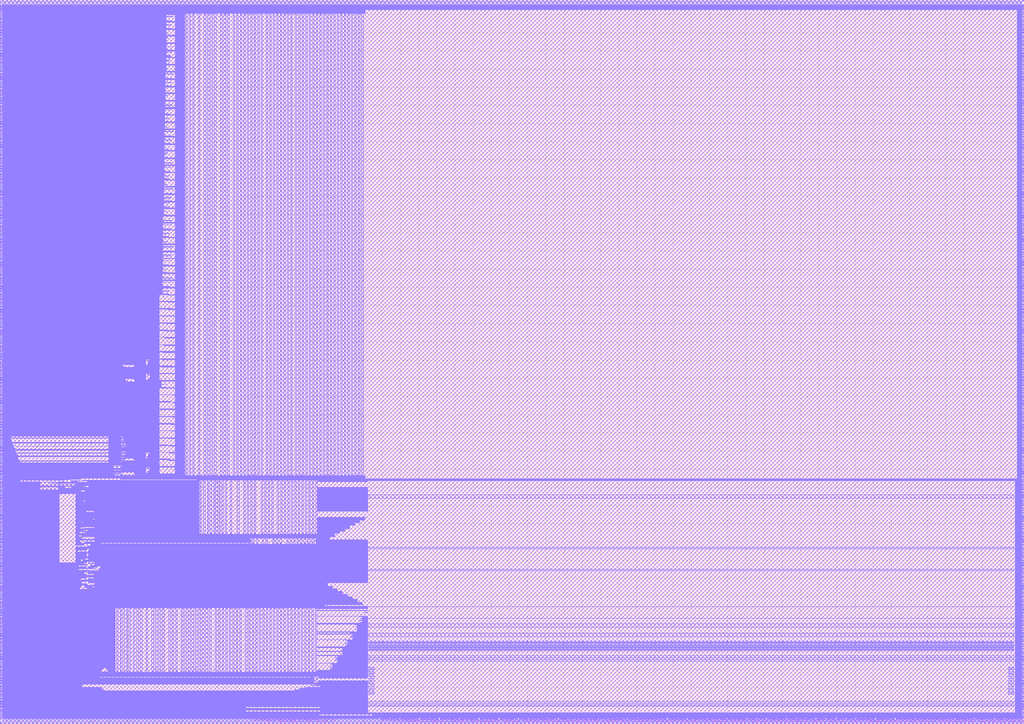
<source format=lef>
VERSION 5.8 ; 
BUSBITCHARS "[]" ; 
DIVIDERCHAR "/" ; 
MACRO sram22_2048x64m8w8
    CLASS BLOCK  ;
    FOREIGN sram22_2048x64m8w8   ;
    SIZE 1126.000 BY 796.200 ;
    SYMMETRY X Y R90 ;
    PIN dout[0] 
        DIRECTION OUTPUT ; 
        ANTENNADIFFAREA 0.448000 LAYER met2 ;
        ANTENNAPARTIALMETALAREA 0.950300 LAYER met1 ;
        ANTENNAPARTIALMETALAREA 10.096200 LAYER met2 ;
        PORT 
            LAYER met1 ;
                RECT 417.630 0.000 417.770 0.140 ;
        END 
    END dout[0] 
    PIN dout[1] 
        DIRECTION OUTPUT ; 
        ANTENNADIFFAREA 0.448000 LAYER met2 ;
        ANTENNAPARTIALMETALAREA 0.950300 LAYER met1 ;
        ANTENNAPARTIALMETALAREA 10.096200 LAYER met2 ;
        PORT 
            LAYER met1 ;
                RECT 428.530 0.000 428.670 0.140 ;
        END 
    END dout[1] 
    PIN dout[2] 
        DIRECTION OUTPUT ; 
        ANTENNADIFFAREA 0.448000 LAYER met2 ;
        ANTENNAPARTIALMETALAREA 0.950300 LAYER met1 ;
        ANTENNAPARTIALMETALAREA 10.096200 LAYER met2 ;
        PORT 
            LAYER met1 ;
                RECT 439.430 0.000 439.570 0.140 ;
        END 
    END dout[2] 
    PIN dout[3] 
        DIRECTION OUTPUT ; 
        ANTENNADIFFAREA 0.448000 LAYER met2 ;
        ANTENNAPARTIALMETALAREA 0.950300 LAYER met1 ;
        ANTENNAPARTIALMETALAREA 10.096200 LAYER met2 ;
        PORT 
            LAYER met1 ;
                RECT 450.330 0.000 450.470 0.140 ;
        END 
    END dout[3] 
    PIN dout[4] 
        DIRECTION OUTPUT ; 
        ANTENNADIFFAREA 0.448000 LAYER met2 ;
        ANTENNAPARTIALMETALAREA 0.950300 LAYER met1 ;
        ANTENNAPARTIALMETALAREA 10.096200 LAYER met2 ;
        PORT 
            LAYER met1 ;
                RECT 461.230 0.000 461.370 0.140 ;
        END 
    END dout[4] 
    PIN dout[5] 
        DIRECTION OUTPUT ; 
        ANTENNADIFFAREA 0.448000 LAYER met2 ;
        ANTENNAPARTIALMETALAREA 0.950300 LAYER met1 ;
        ANTENNAPARTIALMETALAREA 10.096200 LAYER met2 ;
        PORT 
            LAYER met1 ;
                RECT 472.130 0.000 472.270 0.140 ;
        END 
    END dout[5] 
    PIN dout[6] 
        DIRECTION OUTPUT ; 
        ANTENNADIFFAREA 0.448000 LAYER met2 ;
        ANTENNAPARTIALMETALAREA 0.950300 LAYER met1 ;
        ANTENNAPARTIALMETALAREA 10.096200 LAYER met2 ;
        PORT 
            LAYER met1 ;
                RECT 483.030 0.000 483.170 0.140 ;
        END 
    END dout[6] 
    PIN dout[7] 
        DIRECTION OUTPUT ; 
        ANTENNADIFFAREA 0.448000 LAYER met2 ;
        ANTENNAPARTIALMETALAREA 0.950300 LAYER met1 ;
        ANTENNAPARTIALMETALAREA 10.096200 LAYER met2 ;
        PORT 
            LAYER met1 ;
                RECT 493.930 0.000 494.070 0.140 ;
        END 
    END dout[7] 
    PIN dout[8] 
        DIRECTION OUTPUT ; 
        ANTENNADIFFAREA 0.448000 LAYER met2 ;
        ANTENNAPARTIALMETALAREA 0.950300 LAYER met1 ;
        ANTENNAPARTIALMETALAREA 10.096200 LAYER met2 ;
        PORT 
            LAYER met1 ;
                RECT 504.830 0.000 504.970 0.140 ;
        END 
    END dout[8] 
    PIN dout[9] 
        DIRECTION OUTPUT ; 
        ANTENNADIFFAREA 0.448000 LAYER met2 ;
        ANTENNAPARTIALMETALAREA 0.950300 LAYER met1 ;
        ANTENNAPARTIALMETALAREA 10.096200 LAYER met2 ;
        PORT 
            LAYER met1 ;
                RECT 515.730 0.000 515.870 0.140 ;
        END 
    END dout[9] 
    PIN dout[10] 
        DIRECTION OUTPUT ; 
        ANTENNADIFFAREA 0.448000 LAYER met2 ;
        ANTENNAPARTIALMETALAREA 0.950300 LAYER met1 ;
        ANTENNAPARTIALMETALAREA 10.096200 LAYER met2 ;
        PORT 
            LAYER met1 ;
                RECT 526.630 0.000 526.770 0.140 ;
        END 
    END dout[10] 
    PIN dout[11] 
        DIRECTION OUTPUT ; 
        ANTENNADIFFAREA 0.448000 LAYER met2 ;
        ANTENNAPARTIALMETALAREA 0.950300 LAYER met1 ;
        ANTENNAPARTIALMETALAREA 10.096200 LAYER met2 ;
        PORT 
            LAYER met1 ;
                RECT 537.530 0.000 537.670 0.140 ;
        END 
    END dout[11] 
    PIN dout[12] 
        DIRECTION OUTPUT ; 
        ANTENNADIFFAREA 0.448000 LAYER met2 ;
        ANTENNAPARTIALMETALAREA 0.950300 LAYER met1 ;
        ANTENNAPARTIALMETALAREA 10.096200 LAYER met2 ;
        PORT 
            LAYER met1 ;
                RECT 548.430 0.000 548.570 0.140 ;
        END 
    END dout[12] 
    PIN dout[13] 
        DIRECTION OUTPUT ; 
        ANTENNADIFFAREA 0.448000 LAYER met2 ;
        ANTENNAPARTIALMETALAREA 0.950300 LAYER met1 ;
        ANTENNAPARTIALMETALAREA 10.096200 LAYER met2 ;
        PORT 
            LAYER met1 ;
                RECT 559.330 0.000 559.470 0.140 ;
        END 
    END dout[13] 
    PIN dout[14] 
        DIRECTION OUTPUT ; 
        ANTENNADIFFAREA 0.448000 LAYER met2 ;
        ANTENNAPARTIALMETALAREA 0.950300 LAYER met1 ;
        ANTENNAPARTIALMETALAREA 10.096200 LAYER met2 ;
        PORT 
            LAYER met1 ;
                RECT 570.230 0.000 570.370 0.140 ;
        END 
    END dout[14] 
    PIN dout[15] 
        DIRECTION OUTPUT ; 
        ANTENNADIFFAREA 0.448000 LAYER met2 ;
        ANTENNAPARTIALMETALAREA 0.950300 LAYER met1 ;
        ANTENNAPARTIALMETALAREA 10.096200 LAYER met2 ;
        PORT 
            LAYER met1 ;
                RECT 581.130 0.000 581.270 0.140 ;
        END 
    END dout[15] 
    PIN dout[16] 
        DIRECTION OUTPUT ; 
        ANTENNADIFFAREA 0.448000 LAYER met2 ;
        ANTENNAPARTIALMETALAREA 0.950300 LAYER met1 ;
        ANTENNAPARTIALMETALAREA 10.096200 LAYER met2 ;
        PORT 
            LAYER met1 ;
                RECT 592.030 0.000 592.170 0.140 ;
        END 
    END dout[16] 
    PIN dout[17] 
        DIRECTION OUTPUT ; 
        ANTENNADIFFAREA 0.448000 LAYER met2 ;
        ANTENNAPARTIALMETALAREA 0.950300 LAYER met1 ;
        ANTENNAPARTIALMETALAREA 10.096200 LAYER met2 ;
        PORT 
            LAYER met1 ;
                RECT 602.930 0.000 603.070 0.140 ;
        END 
    END dout[17] 
    PIN dout[18] 
        DIRECTION OUTPUT ; 
        ANTENNADIFFAREA 0.448000 LAYER met2 ;
        ANTENNAPARTIALMETALAREA 0.950300 LAYER met1 ;
        ANTENNAPARTIALMETALAREA 10.096200 LAYER met2 ;
        PORT 
            LAYER met1 ;
                RECT 613.830 0.000 613.970 0.140 ;
        END 
    END dout[18] 
    PIN dout[19] 
        DIRECTION OUTPUT ; 
        ANTENNADIFFAREA 0.448000 LAYER met2 ;
        ANTENNAPARTIALMETALAREA 0.950300 LAYER met1 ;
        ANTENNAPARTIALMETALAREA 10.096200 LAYER met2 ;
        PORT 
            LAYER met1 ;
                RECT 624.730 0.000 624.870 0.140 ;
        END 
    END dout[19] 
    PIN dout[20] 
        DIRECTION OUTPUT ; 
        ANTENNADIFFAREA 0.448000 LAYER met2 ;
        ANTENNAPARTIALMETALAREA 0.950300 LAYER met1 ;
        ANTENNAPARTIALMETALAREA 10.096200 LAYER met2 ;
        PORT 
            LAYER met1 ;
                RECT 635.630 0.000 635.770 0.140 ;
        END 
    END dout[20] 
    PIN dout[21] 
        DIRECTION OUTPUT ; 
        ANTENNADIFFAREA 0.448000 LAYER met2 ;
        ANTENNAPARTIALMETALAREA 0.950300 LAYER met1 ;
        ANTENNAPARTIALMETALAREA 10.096200 LAYER met2 ;
        PORT 
            LAYER met1 ;
                RECT 646.530 0.000 646.670 0.140 ;
        END 
    END dout[21] 
    PIN dout[22] 
        DIRECTION OUTPUT ; 
        ANTENNADIFFAREA 0.448000 LAYER met2 ;
        ANTENNAPARTIALMETALAREA 0.950300 LAYER met1 ;
        ANTENNAPARTIALMETALAREA 10.096200 LAYER met2 ;
        PORT 
            LAYER met1 ;
                RECT 657.430 0.000 657.570 0.140 ;
        END 
    END dout[22] 
    PIN dout[23] 
        DIRECTION OUTPUT ; 
        ANTENNADIFFAREA 0.448000 LAYER met2 ;
        ANTENNAPARTIALMETALAREA 0.950300 LAYER met1 ;
        ANTENNAPARTIALMETALAREA 10.096200 LAYER met2 ;
        PORT 
            LAYER met1 ;
                RECT 668.330 0.000 668.470 0.140 ;
        END 
    END dout[23] 
    PIN dout[24] 
        DIRECTION OUTPUT ; 
        ANTENNADIFFAREA 0.448000 LAYER met2 ;
        ANTENNAPARTIALMETALAREA 0.950300 LAYER met1 ;
        ANTENNAPARTIALMETALAREA 10.096200 LAYER met2 ;
        PORT 
            LAYER met1 ;
                RECT 679.230 0.000 679.370 0.140 ;
        END 
    END dout[24] 
    PIN dout[25] 
        DIRECTION OUTPUT ; 
        ANTENNADIFFAREA 0.448000 LAYER met2 ;
        ANTENNAPARTIALMETALAREA 0.950300 LAYER met1 ;
        ANTENNAPARTIALMETALAREA 10.096200 LAYER met2 ;
        PORT 
            LAYER met1 ;
                RECT 690.130 0.000 690.270 0.140 ;
        END 
    END dout[25] 
    PIN dout[26] 
        DIRECTION OUTPUT ; 
        ANTENNADIFFAREA 0.448000 LAYER met2 ;
        ANTENNAPARTIALMETALAREA 0.950300 LAYER met1 ;
        ANTENNAPARTIALMETALAREA 10.096200 LAYER met2 ;
        PORT 
            LAYER met1 ;
                RECT 701.030 0.000 701.170 0.140 ;
        END 
    END dout[26] 
    PIN dout[27] 
        DIRECTION OUTPUT ; 
        ANTENNADIFFAREA 0.448000 LAYER met2 ;
        ANTENNAPARTIALMETALAREA 0.950300 LAYER met1 ;
        ANTENNAPARTIALMETALAREA 10.096200 LAYER met2 ;
        PORT 
            LAYER met1 ;
                RECT 711.930 0.000 712.070 0.140 ;
        END 
    END dout[27] 
    PIN dout[28] 
        DIRECTION OUTPUT ; 
        ANTENNADIFFAREA 0.448000 LAYER met2 ;
        ANTENNAPARTIALMETALAREA 0.950300 LAYER met1 ;
        ANTENNAPARTIALMETALAREA 10.096200 LAYER met2 ;
        PORT 
            LAYER met1 ;
                RECT 722.830 0.000 722.970 0.140 ;
        END 
    END dout[28] 
    PIN dout[29] 
        DIRECTION OUTPUT ; 
        ANTENNADIFFAREA 0.448000 LAYER met2 ;
        ANTENNAPARTIALMETALAREA 0.950300 LAYER met1 ;
        ANTENNAPARTIALMETALAREA 10.096200 LAYER met2 ;
        PORT 
            LAYER met1 ;
                RECT 733.730 0.000 733.870 0.140 ;
        END 
    END dout[29] 
    PIN dout[30] 
        DIRECTION OUTPUT ; 
        ANTENNADIFFAREA 0.448000 LAYER met2 ;
        ANTENNAPARTIALMETALAREA 0.950300 LAYER met1 ;
        ANTENNAPARTIALMETALAREA 10.096200 LAYER met2 ;
        PORT 
            LAYER met1 ;
                RECT 744.630 0.000 744.770 0.140 ;
        END 
    END dout[30] 
    PIN dout[31] 
        DIRECTION OUTPUT ; 
        ANTENNADIFFAREA 0.448000 LAYER met2 ;
        ANTENNAPARTIALMETALAREA 0.950300 LAYER met1 ;
        ANTENNAPARTIALMETALAREA 10.096200 LAYER met2 ;
        PORT 
            LAYER met1 ;
                RECT 755.530 0.000 755.670 0.140 ;
        END 
    END dout[31] 
    PIN dout[32] 
        DIRECTION OUTPUT ; 
        ANTENNADIFFAREA 0.448000 LAYER met2 ;
        ANTENNAPARTIALMETALAREA 0.950300 LAYER met1 ;
        ANTENNAPARTIALMETALAREA 10.096200 LAYER met2 ;
        PORT 
            LAYER met1 ;
                RECT 766.430 0.000 766.570 0.140 ;
        END 
    END dout[32] 
    PIN dout[33] 
        DIRECTION OUTPUT ; 
        ANTENNADIFFAREA 0.448000 LAYER met2 ;
        ANTENNAPARTIALMETALAREA 0.950300 LAYER met1 ;
        ANTENNAPARTIALMETALAREA 10.096200 LAYER met2 ;
        PORT 
            LAYER met1 ;
                RECT 777.330 0.000 777.470 0.140 ;
        END 
    END dout[33] 
    PIN dout[34] 
        DIRECTION OUTPUT ; 
        ANTENNADIFFAREA 0.448000 LAYER met2 ;
        ANTENNAPARTIALMETALAREA 0.950300 LAYER met1 ;
        ANTENNAPARTIALMETALAREA 10.096200 LAYER met2 ;
        PORT 
            LAYER met1 ;
                RECT 788.230 0.000 788.370 0.140 ;
        END 
    END dout[34] 
    PIN dout[35] 
        DIRECTION OUTPUT ; 
        ANTENNADIFFAREA 0.448000 LAYER met2 ;
        ANTENNAPARTIALMETALAREA 0.950300 LAYER met1 ;
        ANTENNAPARTIALMETALAREA 10.096200 LAYER met2 ;
        PORT 
            LAYER met1 ;
                RECT 799.130 0.000 799.270 0.140 ;
        END 
    END dout[35] 
    PIN dout[36] 
        DIRECTION OUTPUT ; 
        ANTENNADIFFAREA 0.448000 LAYER met2 ;
        ANTENNAPARTIALMETALAREA 0.950300 LAYER met1 ;
        ANTENNAPARTIALMETALAREA 10.096200 LAYER met2 ;
        PORT 
            LAYER met1 ;
                RECT 810.030 0.000 810.170 0.140 ;
        END 
    END dout[36] 
    PIN dout[37] 
        DIRECTION OUTPUT ; 
        ANTENNADIFFAREA 0.448000 LAYER met2 ;
        ANTENNAPARTIALMETALAREA 0.950300 LAYER met1 ;
        ANTENNAPARTIALMETALAREA 10.096200 LAYER met2 ;
        PORT 
            LAYER met1 ;
                RECT 820.930 0.000 821.070 0.140 ;
        END 
    END dout[37] 
    PIN dout[38] 
        DIRECTION OUTPUT ; 
        ANTENNADIFFAREA 0.448000 LAYER met2 ;
        ANTENNAPARTIALMETALAREA 0.950300 LAYER met1 ;
        ANTENNAPARTIALMETALAREA 10.096200 LAYER met2 ;
        PORT 
            LAYER met1 ;
                RECT 831.830 0.000 831.970 0.140 ;
        END 
    END dout[38] 
    PIN dout[39] 
        DIRECTION OUTPUT ; 
        ANTENNADIFFAREA 0.448000 LAYER met2 ;
        ANTENNAPARTIALMETALAREA 0.950300 LAYER met1 ;
        ANTENNAPARTIALMETALAREA 10.096200 LAYER met2 ;
        PORT 
            LAYER met1 ;
                RECT 842.730 0.000 842.870 0.140 ;
        END 
    END dout[39] 
    PIN dout[40] 
        DIRECTION OUTPUT ; 
        ANTENNADIFFAREA 0.448000 LAYER met2 ;
        ANTENNAPARTIALMETALAREA 0.950300 LAYER met1 ;
        ANTENNAPARTIALMETALAREA 10.096200 LAYER met2 ;
        PORT 
            LAYER met1 ;
                RECT 853.630 0.000 853.770 0.140 ;
        END 
    END dout[40] 
    PIN dout[41] 
        DIRECTION OUTPUT ; 
        ANTENNADIFFAREA 0.448000 LAYER met2 ;
        ANTENNAPARTIALMETALAREA 0.950300 LAYER met1 ;
        ANTENNAPARTIALMETALAREA 10.096200 LAYER met2 ;
        PORT 
            LAYER met1 ;
                RECT 864.530 0.000 864.670 0.140 ;
        END 
    END dout[41] 
    PIN dout[42] 
        DIRECTION OUTPUT ; 
        ANTENNADIFFAREA 0.448000 LAYER met2 ;
        ANTENNAPARTIALMETALAREA 0.950300 LAYER met1 ;
        ANTENNAPARTIALMETALAREA 10.096200 LAYER met2 ;
        PORT 
            LAYER met1 ;
                RECT 875.430 0.000 875.570 0.140 ;
        END 
    END dout[42] 
    PIN dout[43] 
        DIRECTION OUTPUT ; 
        ANTENNADIFFAREA 0.448000 LAYER met2 ;
        ANTENNAPARTIALMETALAREA 0.950300 LAYER met1 ;
        ANTENNAPARTIALMETALAREA 10.096200 LAYER met2 ;
        PORT 
            LAYER met1 ;
                RECT 886.330 0.000 886.470 0.140 ;
        END 
    END dout[43] 
    PIN dout[44] 
        DIRECTION OUTPUT ; 
        ANTENNADIFFAREA 0.448000 LAYER met2 ;
        ANTENNAPARTIALMETALAREA 0.950300 LAYER met1 ;
        ANTENNAPARTIALMETALAREA 10.096200 LAYER met2 ;
        PORT 
            LAYER met1 ;
                RECT 897.230 0.000 897.370 0.140 ;
        END 
    END dout[44] 
    PIN dout[45] 
        DIRECTION OUTPUT ; 
        ANTENNADIFFAREA 0.448000 LAYER met2 ;
        ANTENNAPARTIALMETALAREA 0.950300 LAYER met1 ;
        ANTENNAPARTIALMETALAREA 10.096200 LAYER met2 ;
        PORT 
            LAYER met1 ;
                RECT 908.130 0.000 908.270 0.140 ;
        END 
    END dout[45] 
    PIN dout[46] 
        DIRECTION OUTPUT ; 
        ANTENNADIFFAREA 0.448000 LAYER met2 ;
        ANTENNAPARTIALMETALAREA 0.950300 LAYER met1 ;
        ANTENNAPARTIALMETALAREA 10.096200 LAYER met2 ;
        PORT 
            LAYER met1 ;
                RECT 919.030 0.000 919.170 0.140 ;
        END 
    END dout[46] 
    PIN dout[47] 
        DIRECTION OUTPUT ; 
        ANTENNADIFFAREA 0.448000 LAYER met2 ;
        ANTENNAPARTIALMETALAREA 0.950300 LAYER met1 ;
        ANTENNAPARTIALMETALAREA 10.096200 LAYER met2 ;
        PORT 
            LAYER met1 ;
                RECT 929.930 0.000 930.070 0.140 ;
        END 
    END dout[47] 
    PIN dout[48] 
        DIRECTION OUTPUT ; 
        ANTENNADIFFAREA 0.448000 LAYER met2 ;
        ANTENNAPARTIALMETALAREA 0.950300 LAYER met1 ;
        ANTENNAPARTIALMETALAREA 10.096200 LAYER met2 ;
        PORT 
            LAYER met1 ;
                RECT 940.830 0.000 940.970 0.140 ;
        END 
    END dout[48] 
    PIN dout[49] 
        DIRECTION OUTPUT ; 
        ANTENNADIFFAREA 0.448000 LAYER met2 ;
        ANTENNAPARTIALMETALAREA 0.950300 LAYER met1 ;
        ANTENNAPARTIALMETALAREA 10.096200 LAYER met2 ;
        PORT 
            LAYER met1 ;
                RECT 951.730 0.000 951.870 0.140 ;
        END 
    END dout[49] 
    PIN dout[50] 
        DIRECTION OUTPUT ; 
        ANTENNADIFFAREA 0.448000 LAYER met2 ;
        ANTENNAPARTIALMETALAREA 0.950300 LAYER met1 ;
        ANTENNAPARTIALMETALAREA 10.096200 LAYER met2 ;
        PORT 
            LAYER met1 ;
                RECT 962.630 0.000 962.770 0.140 ;
        END 
    END dout[50] 
    PIN dout[51] 
        DIRECTION OUTPUT ; 
        ANTENNADIFFAREA 0.448000 LAYER met2 ;
        ANTENNAPARTIALMETALAREA 0.950300 LAYER met1 ;
        ANTENNAPARTIALMETALAREA 10.096200 LAYER met2 ;
        PORT 
            LAYER met1 ;
                RECT 973.530 0.000 973.670 0.140 ;
        END 
    END dout[51] 
    PIN dout[52] 
        DIRECTION OUTPUT ; 
        ANTENNADIFFAREA 0.448000 LAYER met2 ;
        ANTENNAPARTIALMETALAREA 0.950300 LAYER met1 ;
        ANTENNAPARTIALMETALAREA 10.096200 LAYER met2 ;
        PORT 
            LAYER met1 ;
                RECT 984.430 0.000 984.570 0.140 ;
        END 
    END dout[52] 
    PIN dout[53] 
        DIRECTION OUTPUT ; 
        ANTENNADIFFAREA 0.448000 LAYER met2 ;
        ANTENNAPARTIALMETALAREA 0.950300 LAYER met1 ;
        ANTENNAPARTIALMETALAREA 10.096200 LAYER met2 ;
        PORT 
            LAYER met1 ;
                RECT 995.330 0.000 995.470 0.140 ;
        END 
    END dout[53] 
    PIN dout[54] 
        DIRECTION OUTPUT ; 
        ANTENNADIFFAREA 0.448000 LAYER met2 ;
        ANTENNAPARTIALMETALAREA 0.950300 LAYER met1 ;
        ANTENNAPARTIALMETALAREA 10.096200 LAYER met2 ;
        PORT 
            LAYER met1 ;
                RECT 1006.230 0.000 1006.370 0.140 ;
        END 
    END dout[54] 
    PIN dout[55] 
        DIRECTION OUTPUT ; 
        ANTENNADIFFAREA 0.448000 LAYER met2 ;
        ANTENNAPARTIALMETALAREA 0.950300 LAYER met1 ;
        ANTENNAPARTIALMETALAREA 10.096200 LAYER met2 ;
        PORT 
            LAYER met1 ;
                RECT 1017.130 0.000 1017.270 0.140 ;
        END 
    END dout[55] 
    PIN dout[56] 
        DIRECTION OUTPUT ; 
        ANTENNADIFFAREA 0.448000 LAYER met2 ;
        ANTENNAPARTIALMETALAREA 0.950300 LAYER met1 ;
        ANTENNAPARTIALMETALAREA 10.096200 LAYER met2 ;
        PORT 
            LAYER met1 ;
                RECT 1028.030 0.000 1028.170 0.140 ;
        END 
    END dout[56] 
    PIN dout[57] 
        DIRECTION OUTPUT ; 
        ANTENNADIFFAREA 0.448000 LAYER met2 ;
        ANTENNAPARTIALMETALAREA 0.950300 LAYER met1 ;
        ANTENNAPARTIALMETALAREA 10.096200 LAYER met2 ;
        PORT 
            LAYER met1 ;
                RECT 1038.930 0.000 1039.070 0.140 ;
        END 
    END dout[57] 
    PIN dout[58] 
        DIRECTION OUTPUT ; 
        ANTENNADIFFAREA 0.448000 LAYER met2 ;
        ANTENNAPARTIALMETALAREA 0.950300 LAYER met1 ;
        ANTENNAPARTIALMETALAREA 10.096200 LAYER met2 ;
        PORT 
            LAYER met1 ;
                RECT 1049.830 0.000 1049.970 0.140 ;
        END 
    END dout[58] 
    PIN dout[59] 
        DIRECTION OUTPUT ; 
        ANTENNADIFFAREA 0.448000 LAYER met2 ;
        ANTENNAPARTIALMETALAREA 0.950300 LAYER met1 ;
        ANTENNAPARTIALMETALAREA 10.096200 LAYER met2 ;
        PORT 
            LAYER met1 ;
                RECT 1060.730 0.000 1060.870 0.140 ;
        END 
    END dout[59] 
    PIN dout[60] 
        DIRECTION OUTPUT ; 
        ANTENNADIFFAREA 0.448000 LAYER met2 ;
        ANTENNAPARTIALMETALAREA 0.950300 LAYER met1 ;
        ANTENNAPARTIALMETALAREA 10.096200 LAYER met2 ;
        PORT 
            LAYER met1 ;
                RECT 1071.630 0.000 1071.770 0.140 ;
        END 
    END dout[60] 
    PIN dout[61] 
        DIRECTION OUTPUT ; 
        ANTENNADIFFAREA 0.448000 LAYER met2 ;
        ANTENNAPARTIALMETALAREA 0.950300 LAYER met1 ;
        ANTENNAPARTIALMETALAREA 10.096200 LAYER met2 ;
        PORT 
            LAYER met1 ;
                RECT 1082.530 0.000 1082.670 0.140 ;
        END 
    END dout[61] 
    PIN dout[62] 
        DIRECTION OUTPUT ; 
        ANTENNADIFFAREA 0.448000 LAYER met2 ;
        ANTENNAPARTIALMETALAREA 0.950300 LAYER met1 ;
        ANTENNAPARTIALMETALAREA 10.096200 LAYER met2 ;
        PORT 
            LAYER met1 ;
                RECT 1093.430 0.000 1093.570 0.140 ;
        END 
    END dout[62] 
    PIN dout[63] 
        DIRECTION OUTPUT ; 
        ANTENNADIFFAREA 0.448000 LAYER met2 ;
        ANTENNAPARTIALMETALAREA 0.950300 LAYER met1 ;
        ANTENNAPARTIALMETALAREA 10.096200 LAYER met2 ;
        PORT 
            LAYER met1 ;
                RECT 1104.330 0.000 1104.470 0.140 ;
        END 
    END dout[63] 
    PIN din[0] 
        DIRECTION INPUT ; 
        ANTENNAGATEAREA 0.126000 LAYER met2 ;
        ANTENNAPARTIALMETALAREA 4.196200 LAYER met1 ;
        ANTENNAPARTIALMETALAREA 9.817800 LAYER met2 ;
        PORT 
            LAYER met1 ;
                RECT 417.210 0.000 417.350 0.140 ;
        END 
    END din[0] 
    PIN din[1] 
        DIRECTION INPUT ; 
        ANTENNAGATEAREA 0.126000 LAYER met2 ;
        ANTENNAPARTIALMETALAREA 4.196200 LAYER met1 ;
        ANTENNAPARTIALMETALAREA 9.817800 LAYER met2 ;
        PORT 
            LAYER met1 ;
                RECT 428.110 0.000 428.250 0.140 ;
        END 
    END din[1] 
    PIN din[2] 
        DIRECTION INPUT ; 
        ANTENNAGATEAREA 0.126000 LAYER met2 ;
        ANTENNAPARTIALMETALAREA 4.196200 LAYER met1 ;
        ANTENNAPARTIALMETALAREA 9.817800 LAYER met2 ;
        PORT 
            LAYER met1 ;
                RECT 439.010 0.000 439.150 0.140 ;
        END 
    END din[2] 
    PIN din[3] 
        DIRECTION INPUT ; 
        ANTENNAGATEAREA 0.126000 LAYER met2 ;
        ANTENNAPARTIALMETALAREA 4.196200 LAYER met1 ;
        ANTENNAPARTIALMETALAREA 9.817800 LAYER met2 ;
        PORT 
            LAYER met1 ;
                RECT 449.910 0.000 450.050 0.140 ;
        END 
    END din[3] 
    PIN din[4] 
        DIRECTION INPUT ; 
        ANTENNAGATEAREA 0.126000 LAYER met2 ;
        ANTENNAPARTIALMETALAREA 4.196200 LAYER met1 ;
        ANTENNAPARTIALMETALAREA 9.817800 LAYER met2 ;
        PORT 
            LAYER met1 ;
                RECT 460.810 0.000 460.950 0.140 ;
        END 
    END din[4] 
    PIN din[5] 
        DIRECTION INPUT ; 
        ANTENNAGATEAREA 0.126000 LAYER met2 ;
        ANTENNAPARTIALMETALAREA 4.196200 LAYER met1 ;
        ANTENNAPARTIALMETALAREA 9.817800 LAYER met2 ;
        PORT 
            LAYER met1 ;
                RECT 471.710 0.000 471.850 0.140 ;
        END 
    END din[5] 
    PIN din[6] 
        DIRECTION INPUT ; 
        ANTENNAGATEAREA 0.126000 LAYER met2 ;
        ANTENNAPARTIALMETALAREA 4.196200 LAYER met1 ;
        ANTENNAPARTIALMETALAREA 9.817800 LAYER met2 ;
        PORT 
            LAYER met1 ;
                RECT 482.610 0.000 482.750 0.140 ;
        END 
    END din[6] 
    PIN din[7] 
        DIRECTION INPUT ; 
        ANTENNAGATEAREA 0.126000 LAYER met2 ;
        ANTENNAPARTIALMETALAREA 4.196200 LAYER met1 ;
        ANTENNAPARTIALMETALAREA 9.817800 LAYER met2 ;
        PORT 
            LAYER met1 ;
                RECT 493.510 0.000 493.650 0.140 ;
        END 
    END din[7] 
    PIN din[8] 
        DIRECTION INPUT ; 
        ANTENNAGATEAREA 0.126000 LAYER met2 ;
        ANTENNAPARTIALMETALAREA 4.196200 LAYER met1 ;
        ANTENNAPARTIALMETALAREA 9.817800 LAYER met2 ;
        PORT 
            LAYER met1 ;
                RECT 504.410 0.000 504.550 0.140 ;
        END 
    END din[8] 
    PIN din[9] 
        DIRECTION INPUT ; 
        ANTENNAGATEAREA 0.126000 LAYER met2 ;
        ANTENNAPARTIALMETALAREA 4.196200 LAYER met1 ;
        ANTENNAPARTIALMETALAREA 9.817800 LAYER met2 ;
        PORT 
            LAYER met1 ;
                RECT 515.310 0.000 515.450 0.140 ;
        END 
    END din[9] 
    PIN din[10] 
        DIRECTION INPUT ; 
        ANTENNAGATEAREA 0.126000 LAYER met2 ;
        ANTENNAPARTIALMETALAREA 4.196200 LAYER met1 ;
        ANTENNAPARTIALMETALAREA 9.817800 LAYER met2 ;
        PORT 
            LAYER met1 ;
                RECT 526.210 0.000 526.350 0.140 ;
        END 
    END din[10] 
    PIN din[11] 
        DIRECTION INPUT ; 
        ANTENNAGATEAREA 0.126000 LAYER met2 ;
        ANTENNAPARTIALMETALAREA 4.196200 LAYER met1 ;
        ANTENNAPARTIALMETALAREA 9.817800 LAYER met2 ;
        PORT 
            LAYER met1 ;
                RECT 537.110 0.000 537.250 0.140 ;
        END 
    END din[11] 
    PIN din[12] 
        DIRECTION INPUT ; 
        ANTENNAGATEAREA 0.126000 LAYER met2 ;
        ANTENNAPARTIALMETALAREA 4.196200 LAYER met1 ;
        ANTENNAPARTIALMETALAREA 9.817800 LAYER met2 ;
        PORT 
            LAYER met1 ;
                RECT 548.010 0.000 548.150 0.140 ;
        END 
    END din[12] 
    PIN din[13] 
        DIRECTION INPUT ; 
        ANTENNAGATEAREA 0.126000 LAYER met2 ;
        ANTENNAPARTIALMETALAREA 4.196200 LAYER met1 ;
        ANTENNAPARTIALMETALAREA 9.817800 LAYER met2 ;
        PORT 
            LAYER met1 ;
                RECT 558.910 0.000 559.050 0.140 ;
        END 
    END din[13] 
    PIN din[14] 
        DIRECTION INPUT ; 
        ANTENNAGATEAREA 0.126000 LAYER met2 ;
        ANTENNAPARTIALMETALAREA 4.196200 LAYER met1 ;
        ANTENNAPARTIALMETALAREA 9.817800 LAYER met2 ;
        PORT 
            LAYER met1 ;
                RECT 569.810 0.000 569.950 0.140 ;
        END 
    END din[14] 
    PIN din[15] 
        DIRECTION INPUT ; 
        ANTENNAGATEAREA 0.126000 LAYER met2 ;
        ANTENNAPARTIALMETALAREA 4.196200 LAYER met1 ;
        ANTENNAPARTIALMETALAREA 9.817800 LAYER met2 ;
        PORT 
            LAYER met1 ;
                RECT 580.710 0.000 580.850 0.140 ;
        END 
    END din[15] 
    PIN din[16] 
        DIRECTION INPUT ; 
        ANTENNAGATEAREA 0.126000 LAYER met2 ;
        ANTENNAPARTIALMETALAREA 4.196200 LAYER met1 ;
        ANTENNAPARTIALMETALAREA 9.817800 LAYER met2 ;
        PORT 
            LAYER met1 ;
                RECT 591.610 0.000 591.750 0.140 ;
        END 
    END din[16] 
    PIN din[17] 
        DIRECTION INPUT ; 
        ANTENNAGATEAREA 0.126000 LAYER met2 ;
        ANTENNAPARTIALMETALAREA 4.196200 LAYER met1 ;
        ANTENNAPARTIALMETALAREA 9.817800 LAYER met2 ;
        PORT 
            LAYER met1 ;
                RECT 602.510 0.000 602.650 0.140 ;
        END 
    END din[17] 
    PIN din[18] 
        DIRECTION INPUT ; 
        ANTENNAGATEAREA 0.126000 LAYER met2 ;
        ANTENNAPARTIALMETALAREA 4.196200 LAYER met1 ;
        ANTENNAPARTIALMETALAREA 9.817800 LAYER met2 ;
        PORT 
            LAYER met1 ;
                RECT 613.410 0.000 613.550 0.140 ;
        END 
    END din[18] 
    PIN din[19] 
        DIRECTION INPUT ; 
        ANTENNAGATEAREA 0.126000 LAYER met2 ;
        ANTENNAPARTIALMETALAREA 4.196200 LAYER met1 ;
        ANTENNAPARTIALMETALAREA 9.817800 LAYER met2 ;
        PORT 
            LAYER met1 ;
                RECT 624.310 0.000 624.450 0.140 ;
        END 
    END din[19] 
    PIN din[20] 
        DIRECTION INPUT ; 
        ANTENNAGATEAREA 0.126000 LAYER met2 ;
        ANTENNAPARTIALMETALAREA 4.196200 LAYER met1 ;
        ANTENNAPARTIALMETALAREA 9.817800 LAYER met2 ;
        PORT 
            LAYER met1 ;
                RECT 635.210 0.000 635.350 0.140 ;
        END 
    END din[20] 
    PIN din[21] 
        DIRECTION INPUT ; 
        ANTENNAGATEAREA 0.126000 LAYER met2 ;
        ANTENNAPARTIALMETALAREA 4.196200 LAYER met1 ;
        ANTENNAPARTIALMETALAREA 9.817800 LAYER met2 ;
        PORT 
            LAYER met1 ;
                RECT 646.110 0.000 646.250 0.140 ;
        END 
    END din[21] 
    PIN din[22] 
        DIRECTION INPUT ; 
        ANTENNAGATEAREA 0.126000 LAYER met2 ;
        ANTENNAPARTIALMETALAREA 4.196200 LAYER met1 ;
        ANTENNAPARTIALMETALAREA 9.817800 LAYER met2 ;
        PORT 
            LAYER met1 ;
                RECT 657.010 0.000 657.150 0.140 ;
        END 
    END din[22] 
    PIN din[23] 
        DIRECTION INPUT ; 
        ANTENNAGATEAREA 0.126000 LAYER met2 ;
        ANTENNAPARTIALMETALAREA 4.196200 LAYER met1 ;
        ANTENNAPARTIALMETALAREA 9.817800 LAYER met2 ;
        PORT 
            LAYER met1 ;
                RECT 667.910 0.000 668.050 0.140 ;
        END 
    END din[23] 
    PIN din[24] 
        DIRECTION INPUT ; 
        ANTENNAGATEAREA 0.126000 LAYER met2 ;
        ANTENNAPARTIALMETALAREA 4.196200 LAYER met1 ;
        ANTENNAPARTIALMETALAREA 9.817800 LAYER met2 ;
        PORT 
            LAYER met1 ;
                RECT 678.810 0.000 678.950 0.140 ;
        END 
    END din[24] 
    PIN din[25] 
        DIRECTION INPUT ; 
        ANTENNAGATEAREA 0.126000 LAYER met2 ;
        ANTENNAPARTIALMETALAREA 4.196200 LAYER met1 ;
        ANTENNAPARTIALMETALAREA 9.817800 LAYER met2 ;
        PORT 
            LAYER met1 ;
                RECT 689.710 0.000 689.850 0.140 ;
        END 
    END din[25] 
    PIN din[26] 
        DIRECTION INPUT ; 
        ANTENNAGATEAREA 0.126000 LAYER met2 ;
        ANTENNAPARTIALMETALAREA 4.196200 LAYER met1 ;
        ANTENNAPARTIALMETALAREA 9.817800 LAYER met2 ;
        PORT 
            LAYER met1 ;
                RECT 700.610 0.000 700.750 0.140 ;
        END 
    END din[26] 
    PIN din[27] 
        DIRECTION INPUT ; 
        ANTENNAGATEAREA 0.126000 LAYER met2 ;
        ANTENNAPARTIALMETALAREA 4.196200 LAYER met1 ;
        ANTENNAPARTIALMETALAREA 9.817800 LAYER met2 ;
        PORT 
            LAYER met1 ;
                RECT 711.510 0.000 711.650 0.140 ;
        END 
    END din[27] 
    PIN din[28] 
        DIRECTION INPUT ; 
        ANTENNAGATEAREA 0.126000 LAYER met2 ;
        ANTENNAPARTIALMETALAREA 4.196200 LAYER met1 ;
        ANTENNAPARTIALMETALAREA 9.817800 LAYER met2 ;
        PORT 
            LAYER met1 ;
                RECT 722.410 0.000 722.550 0.140 ;
        END 
    END din[28] 
    PIN din[29] 
        DIRECTION INPUT ; 
        ANTENNAGATEAREA 0.126000 LAYER met2 ;
        ANTENNAPARTIALMETALAREA 4.196200 LAYER met1 ;
        ANTENNAPARTIALMETALAREA 9.817800 LAYER met2 ;
        PORT 
            LAYER met1 ;
                RECT 733.310 0.000 733.450 0.140 ;
        END 
    END din[29] 
    PIN din[30] 
        DIRECTION INPUT ; 
        ANTENNAGATEAREA 0.126000 LAYER met2 ;
        ANTENNAPARTIALMETALAREA 4.196200 LAYER met1 ;
        ANTENNAPARTIALMETALAREA 9.817800 LAYER met2 ;
        PORT 
            LAYER met1 ;
                RECT 744.210 0.000 744.350 0.140 ;
        END 
    END din[30] 
    PIN din[31] 
        DIRECTION INPUT ; 
        ANTENNAGATEAREA 0.126000 LAYER met2 ;
        ANTENNAPARTIALMETALAREA 4.196200 LAYER met1 ;
        ANTENNAPARTIALMETALAREA 9.817800 LAYER met2 ;
        PORT 
            LAYER met1 ;
                RECT 755.110 0.000 755.250 0.140 ;
        END 
    END din[31] 
    PIN din[32] 
        DIRECTION INPUT ; 
        ANTENNAGATEAREA 0.126000 LAYER met2 ;
        ANTENNAPARTIALMETALAREA 4.196200 LAYER met1 ;
        ANTENNAPARTIALMETALAREA 9.817800 LAYER met2 ;
        PORT 
            LAYER met1 ;
                RECT 766.010 0.000 766.150 0.140 ;
        END 
    END din[32] 
    PIN din[33] 
        DIRECTION INPUT ; 
        ANTENNAGATEAREA 0.126000 LAYER met2 ;
        ANTENNAPARTIALMETALAREA 4.196200 LAYER met1 ;
        ANTENNAPARTIALMETALAREA 9.817800 LAYER met2 ;
        PORT 
            LAYER met1 ;
                RECT 776.910 0.000 777.050 0.140 ;
        END 
    END din[33] 
    PIN din[34] 
        DIRECTION INPUT ; 
        ANTENNAGATEAREA 0.126000 LAYER met2 ;
        ANTENNAPARTIALMETALAREA 4.196200 LAYER met1 ;
        ANTENNAPARTIALMETALAREA 9.817800 LAYER met2 ;
        PORT 
            LAYER met1 ;
                RECT 787.810 0.000 787.950 0.140 ;
        END 
    END din[34] 
    PIN din[35] 
        DIRECTION INPUT ; 
        ANTENNAGATEAREA 0.126000 LAYER met2 ;
        ANTENNAPARTIALMETALAREA 4.196200 LAYER met1 ;
        ANTENNAPARTIALMETALAREA 9.817800 LAYER met2 ;
        PORT 
            LAYER met1 ;
                RECT 798.710 0.000 798.850 0.140 ;
        END 
    END din[35] 
    PIN din[36] 
        DIRECTION INPUT ; 
        ANTENNAGATEAREA 0.126000 LAYER met2 ;
        ANTENNAPARTIALMETALAREA 4.196200 LAYER met1 ;
        ANTENNAPARTIALMETALAREA 9.817800 LAYER met2 ;
        PORT 
            LAYER met1 ;
                RECT 809.610 0.000 809.750 0.140 ;
        END 
    END din[36] 
    PIN din[37] 
        DIRECTION INPUT ; 
        ANTENNAGATEAREA 0.126000 LAYER met2 ;
        ANTENNAPARTIALMETALAREA 4.196200 LAYER met1 ;
        ANTENNAPARTIALMETALAREA 9.817800 LAYER met2 ;
        PORT 
            LAYER met1 ;
                RECT 820.510 0.000 820.650 0.140 ;
        END 
    END din[37] 
    PIN din[38] 
        DIRECTION INPUT ; 
        ANTENNAGATEAREA 0.126000 LAYER met2 ;
        ANTENNAPARTIALMETALAREA 4.196200 LAYER met1 ;
        ANTENNAPARTIALMETALAREA 9.817800 LAYER met2 ;
        PORT 
            LAYER met1 ;
                RECT 831.410 0.000 831.550 0.140 ;
        END 
    END din[38] 
    PIN din[39] 
        DIRECTION INPUT ; 
        ANTENNAGATEAREA 0.126000 LAYER met2 ;
        ANTENNAPARTIALMETALAREA 4.196200 LAYER met1 ;
        ANTENNAPARTIALMETALAREA 9.817800 LAYER met2 ;
        PORT 
            LAYER met1 ;
                RECT 842.310 0.000 842.450 0.140 ;
        END 
    END din[39] 
    PIN din[40] 
        DIRECTION INPUT ; 
        ANTENNAGATEAREA 0.126000 LAYER met2 ;
        ANTENNAPARTIALMETALAREA 4.196200 LAYER met1 ;
        ANTENNAPARTIALMETALAREA 9.817800 LAYER met2 ;
        PORT 
            LAYER met1 ;
                RECT 853.210 0.000 853.350 0.140 ;
        END 
    END din[40] 
    PIN din[41] 
        DIRECTION INPUT ; 
        ANTENNAGATEAREA 0.126000 LAYER met2 ;
        ANTENNAPARTIALMETALAREA 4.196200 LAYER met1 ;
        ANTENNAPARTIALMETALAREA 9.817800 LAYER met2 ;
        PORT 
            LAYER met1 ;
                RECT 864.110 0.000 864.250 0.140 ;
        END 
    END din[41] 
    PIN din[42] 
        DIRECTION INPUT ; 
        ANTENNAGATEAREA 0.126000 LAYER met2 ;
        ANTENNAPARTIALMETALAREA 4.196200 LAYER met1 ;
        ANTENNAPARTIALMETALAREA 9.817800 LAYER met2 ;
        PORT 
            LAYER met1 ;
                RECT 875.010 0.000 875.150 0.140 ;
        END 
    END din[42] 
    PIN din[43] 
        DIRECTION INPUT ; 
        ANTENNAGATEAREA 0.126000 LAYER met2 ;
        ANTENNAPARTIALMETALAREA 4.196200 LAYER met1 ;
        ANTENNAPARTIALMETALAREA 9.817800 LAYER met2 ;
        PORT 
            LAYER met1 ;
                RECT 885.910 0.000 886.050 0.140 ;
        END 
    END din[43] 
    PIN din[44] 
        DIRECTION INPUT ; 
        ANTENNAGATEAREA 0.126000 LAYER met2 ;
        ANTENNAPARTIALMETALAREA 4.196200 LAYER met1 ;
        ANTENNAPARTIALMETALAREA 9.817800 LAYER met2 ;
        PORT 
            LAYER met1 ;
                RECT 896.810 0.000 896.950 0.140 ;
        END 
    END din[44] 
    PIN din[45] 
        DIRECTION INPUT ; 
        ANTENNAGATEAREA 0.126000 LAYER met2 ;
        ANTENNAPARTIALMETALAREA 4.196200 LAYER met1 ;
        ANTENNAPARTIALMETALAREA 9.817800 LAYER met2 ;
        PORT 
            LAYER met1 ;
                RECT 907.710 0.000 907.850 0.140 ;
        END 
    END din[45] 
    PIN din[46] 
        DIRECTION INPUT ; 
        ANTENNAGATEAREA 0.126000 LAYER met2 ;
        ANTENNAPARTIALMETALAREA 4.196200 LAYER met1 ;
        ANTENNAPARTIALMETALAREA 9.817800 LAYER met2 ;
        PORT 
            LAYER met1 ;
                RECT 918.610 0.000 918.750 0.140 ;
        END 
    END din[46] 
    PIN din[47] 
        DIRECTION INPUT ; 
        ANTENNAGATEAREA 0.126000 LAYER met2 ;
        ANTENNAPARTIALMETALAREA 4.196200 LAYER met1 ;
        ANTENNAPARTIALMETALAREA 9.817800 LAYER met2 ;
        PORT 
            LAYER met1 ;
                RECT 929.510 0.000 929.650 0.140 ;
        END 
    END din[47] 
    PIN din[48] 
        DIRECTION INPUT ; 
        ANTENNAGATEAREA 0.126000 LAYER met2 ;
        ANTENNAPARTIALMETALAREA 4.196200 LAYER met1 ;
        ANTENNAPARTIALMETALAREA 9.817800 LAYER met2 ;
        PORT 
            LAYER met1 ;
                RECT 940.410 0.000 940.550 0.140 ;
        END 
    END din[48] 
    PIN din[49] 
        DIRECTION INPUT ; 
        ANTENNAGATEAREA 0.126000 LAYER met2 ;
        ANTENNAPARTIALMETALAREA 4.196200 LAYER met1 ;
        ANTENNAPARTIALMETALAREA 9.817800 LAYER met2 ;
        PORT 
            LAYER met1 ;
                RECT 951.310 0.000 951.450 0.140 ;
        END 
    END din[49] 
    PIN din[50] 
        DIRECTION INPUT ; 
        ANTENNAGATEAREA 0.126000 LAYER met2 ;
        ANTENNAPARTIALMETALAREA 4.196200 LAYER met1 ;
        ANTENNAPARTIALMETALAREA 9.817800 LAYER met2 ;
        PORT 
            LAYER met1 ;
                RECT 962.210 0.000 962.350 0.140 ;
        END 
    END din[50] 
    PIN din[51] 
        DIRECTION INPUT ; 
        ANTENNAGATEAREA 0.126000 LAYER met2 ;
        ANTENNAPARTIALMETALAREA 4.196200 LAYER met1 ;
        ANTENNAPARTIALMETALAREA 9.817800 LAYER met2 ;
        PORT 
            LAYER met1 ;
                RECT 973.110 0.000 973.250 0.140 ;
        END 
    END din[51] 
    PIN din[52] 
        DIRECTION INPUT ; 
        ANTENNAGATEAREA 0.126000 LAYER met2 ;
        ANTENNAPARTIALMETALAREA 4.196200 LAYER met1 ;
        ANTENNAPARTIALMETALAREA 9.817800 LAYER met2 ;
        PORT 
            LAYER met1 ;
                RECT 984.010 0.000 984.150 0.140 ;
        END 
    END din[52] 
    PIN din[53] 
        DIRECTION INPUT ; 
        ANTENNAGATEAREA 0.126000 LAYER met2 ;
        ANTENNAPARTIALMETALAREA 4.196200 LAYER met1 ;
        ANTENNAPARTIALMETALAREA 9.817800 LAYER met2 ;
        PORT 
            LAYER met1 ;
                RECT 994.910 0.000 995.050 0.140 ;
        END 
    END din[53] 
    PIN din[54] 
        DIRECTION INPUT ; 
        ANTENNAGATEAREA 0.126000 LAYER met2 ;
        ANTENNAPARTIALMETALAREA 4.196200 LAYER met1 ;
        ANTENNAPARTIALMETALAREA 9.817800 LAYER met2 ;
        PORT 
            LAYER met1 ;
                RECT 1005.810 0.000 1005.950 0.140 ;
        END 
    END din[54] 
    PIN din[55] 
        DIRECTION INPUT ; 
        ANTENNAGATEAREA 0.126000 LAYER met2 ;
        ANTENNAPARTIALMETALAREA 4.196200 LAYER met1 ;
        ANTENNAPARTIALMETALAREA 9.817800 LAYER met2 ;
        PORT 
            LAYER met1 ;
                RECT 1016.710 0.000 1016.850 0.140 ;
        END 
    END din[55] 
    PIN din[56] 
        DIRECTION INPUT ; 
        ANTENNAGATEAREA 0.126000 LAYER met2 ;
        ANTENNAPARTIALMETALAREA 4.196200 LAYER met1 ;
        ANTENNAPARTIALMETALAREA 9.817800 LAYER met2 ;
        PORT 
            LAYER met1 ;
                RECT 1027.610 0.000 1027.750 0.140 ;
        END 
    END din[56] 
    PIN din[57] 
        DIRECTION INPUT ; 
        ANTENNAGATEAREA 0.126000 LAYER met2 ;
        ANTENNAPARTIALMETALAREA 4.196200 LAYER met1 ;
        ANTENNAPARTIALMETALAREA 9.817800 LAYER met2 ;
        PORT 
            LAYER met1 ;
                RECT 1038.510 0.000 1038.650 0.140 ;
        END 
    END din[57] 
    PIN din[58] 
        DIRECTION INPUT ; 
        ANTENNAGATEAREA 0.126000 LAYER met2 ;
        ANTENNAPARTIALMETALAREA 4.196200 LAYER met1 ;
        ANTENNAPARTIALMETALAREA 9.817800 LAYER met2 ;
        PORT 
            LAYER met1 ;
                RECT 1049.410 0.000 1049.550 0.140 ;
        END 
    END din[58] 
    PIN din[59] 
        DIRECTION INPUT ; 
        ANTENNAGATEAREA 0.126000 LAYER met2 ;
        ANTENNAPARTIALMETALAREA 4.196200 LAYER met1 ;
        ANTENNAPARTIALMETALAREA 9.817800 LAYER met2 ;
        PORT 
            LAYER met1 ;
                RECT 1060.310 0.000 1060.450 0.140 ;
        END 
    END din[59] 
    PIN din[60] 
        DIRECTION INPUT ; 
        ANTENNAGATEAREA 0.126000 LAYER met2 ;
        ANTENNAPARTIALMETALAREA 4.196200 LAYER met1 ;
        ANTENNAPARTIALMETALAREA 9.817800 LAYER met2 ;
        PORT 
            LAYER met1 ;
                RECT 1071.210 0.000 1071.350 0.140 ;
        END 
    END din[60] 
    PIN din[61] 
        DIRECTION INPUT ; 
        ANTENNAGATEAREA 0.126000 LAYER met2 ;
        ANTENNAPARTIALMETALAREA 4.196200 LAYER met1 ;
        ANTENNAPARTIALMETALAREA 9.817800 LAYER met2 ;
        PORT 
            LAYER met1 ;
                RECT 1082.110 0.000 1082.250 0.140 ;
        END 
    END din[61] 
    PIN din[62] 
        DIRECTION INPUT ; 
        ANTENNAGATEAREA 0.126000 LAYER met2 ;
        ANTENNAPARTIALMETALAREA 4.196200 LAYER met1 ;
        ANTENNAPARTIALMETALAREA 9.817800 LAYER met2 ;
        PORT 
            LAYER met1 ;
                RECT 1093.010 0.000 1093.150 0.140 ;
        END 
    END din[62] 
    PIN din[63] 
        DIRECTION INPUT ; 
        ANTENNAGATEAREA 0.126000 LAYER met2 ;
        ANTENNAPARTIALMETALAREA 4.196200 LAYER met1 ;
        ANTENNAPARTIALMETALAREA 9.817800 LAYER met2 ;
        PORT 
            LAYER met1 ;
                RECT 1103.910 0.000 1104.050 0.140 ;
        END 
    END din[63] 
    PIN wmask[0] 
        DIRECTION INPUT ; 
        ANTENNAGATEAREA 0.126000 LAYER met2 ;
        ANTENNAPARTIALMETALAREA 2.006600 LAYER met1 ;
        ANTENNAPARTIALMETALAREA 0.278400 LAYER met2 ;
        PORT 
            LAYER met1 ;
                RECT 416.860 0.000 417.000 0.140 ;
        END 
    END wmask[0] 
    PIN wmask[1] 
        DIRECTION INPUT ; 
        ANTENNAGATEAREA 0.126000 LAYER met2 ;
        ANTENNAPARTIALMETALAREA 2.006600 LAYER met1 ;
        ANTENNAPARTIALMETALAREA 0.278400 LAYER met2 ;
        PORT 
            LAYER met1 ;
                RECT 504.060 0.000 504.200 0.140 ;
        END 
    END wmask[1] 
    PIN wmask[2] 
        DIRECTION INPUT ; 
        ANTENNAGATEAREA 0.126000 LAYER met2 ;
        ANTENNAPARTIALMETALAREA 2.006600 LAYER met1 ;
        ANTENNAPARTIALMETALAREA 0.278400 LAYER met2 ;
        PORT 
            LAYER met1 ;
                RECT 591.260 0.000 591.400 0.140 ;
        END 
    END wmask[2] 
    PIN wmask[3] 
        DIRECTION INPUT ; 
        ANTENNAGATEAREA 0.126000 LAYER met2 ;
        ANTENNAPARTIALMETALAREA 2.006600 LAYER met1 ;
        ANTENNAPARTIALMETALAREA 0.278400 LAYER met2 ;
        PORT 
            LAYER met1 ;
                RECT 678.460 0.000 678.600 0.140 ;
        END 
    END wmask[3] 
    PIN wmask[4] 
        DIRECTION INPUT ; 
        ANTENNAGATEAREA 0.126000 LAYER met2 ;
        ANTENNAPARTIALMETALAREA 2.006600 LAYER met1 ;
        ANTENNAPARTIALMETALAREA 0.278400 LAYER met2 ;
        PORT 
            LAYER met1 ;
                RECT 765.660 0.000 765.800 0.140 ;
        END 
    END wmask[4] 
    PIN wmask[5] 
        DIRECTION INPUT ; 
        ANTENNAGATEAREA 0.126000 LAYER met2 ;
        ANTENNAPARTIALMETALAREA 2.006600 LAYER met1 ;
        ANTENNAPARTIALMETALAREA 0.278400 LAYER met2 ;
        PORT 
            LAYER met1 ;
                RECT 852.860 0.000 853.000 0.140 ;
        END 
    END wmask[5] 
    PIN wmask[6] 
        DIRECTION INPUT ; 
        ANTENNAGATEAREA 0.126000 LAYER met2 ;
        ANTENNAPARTIALMETALAREA 2.006600 LAYER met1 ;
        ANTENNAPARTIALMETALAREA 0.278400 LAYER met2 ;
        PORT 
            LAYER met1 ;
                RECT 940.060 0.000 940.200 0.140 ;
        END 
    END wmask[6] 
    PIN wmask[7] 
        DIRECTION INPUT ; 
        ANTENNAGATEAREA 0.126000 LAYER met2 ;
        ANTENNAPARTIALMETALAREA 2.006600 LAYER met1 ;
        ANTENNAPARTIALMETALAREA 0.278400 LAYER met2 ;
        PORT 
            LAYER met1 ;
                RECT 1027.260 0.000 1027.400 0.140 ;
        END 
    END wmask[7] 
    PIN addr[0] 
        DIRECTION INPUT ; 
        ANTENNAGATEAREA 0.126000 LAYER met1 ;
        ANTENNAPARTIALMETALAREA 3.835900 LAYER met1 ;
        PORT 
            LAYER met1 ;
                RECT 335.040 0.000 335.360 0.320 ;
        END 
    END addr[0] 
    PIN addr[1] 
        DIRECTION INPUT ; 
        ANTENNAGATEAREA 0.126000 LAYER met1 ;
        ANTENNAPARTIALMETALAREA 3.835900 LAYER met1 ;
        PORT 
            LAYER met1 ;
                RECT 328.920 0.000 329.240 0.320 ;
        END 
    END addr[1] 
    PIN addr[2] 
        DIRECTION INPUT ; 
        ANTENNAGATEAREA 0.126000 LAYER met1 ;
        ANTENNAPARTIALMETALAREA 3.835900 LAYER met1 ;
        PORT 
            LAYER met1 ;
                RECT 322.800 0.000 323.120 0.320 ;
        END 
    END addr[2] 
    PIN addr[3] 
        DIRECTION INPUT ; 
        ANTENNAGATEAREA 0.126000 LAYER met1 ;
        ANTENNAPARTIALMETALAREA 3.835900 LAYER met1 ;
        PORT 
            LAYER met1 ;
                RECT 316.680 0.000 317.000 0.320 ;
        END 
    END addr[3] 
    PIN addr[4] 
        DIRECTION INPUT ; 
        ANTENNAGATEAREA 0.126000 LAYER met1 ;
        ANTENNAPARTIALMETALAREA 3.835900 LAYER met1 ;
        PORT 
            LAYER met1 ;
                RECT 310.560 0.000 310.880 0.320 ;
        END 
    END addr[4] 
    PIN addr[5] 
        DIRECTION INPUT ; 
        ANTENNAGATEAREA 0.126000 LAYER met1 ;
        ANTENNAPARTIALMETALAREA 3.835900 LAYER met1 ;
        PORT 
            LAYER met1 ;
                RECT 304.440 0.000 304.760 0.320 ;
        END 
    END addr[5] 
    PIN addr[6] 
        DIRECTION INPUT ; 
        ANTENNAGATEAREA 0.126000 LAYER met1 ;
        ANTENNAPARTIALMETALAREA 3.835900 LAYER met1 ;
        PORT 
            LAYER met1 ;
                RECT 298.320 0.000 298.640 0.320 ;
        END 
    END addr[6] 
    PIN addr[7] 
        DIRECTION INPUT ; 
        ANTENNAGATEAREA 0.126000 LAYER met1 ;
        ANTENNAPARTIALMETALAREA 3.835900 LAYER met1 ;
        PORT 
            LAYER met1 ;
                RECT 292.200 0.000 292.520 0.320 ;
        END 
    END addr[7] 
    PIN addr[8] 
        DIRECTION INPUT ; 
        ANTENNAGATEAREA 0.126000 LAYER met1 ;
        ANTENNAPARTIALMETALAREA 3.835900 LAYER met1 ;
        PORT 
            LAYER met1 ;
                RECT 286.760 0.000 287.080 0.320 ;
        END 
    END addr[8] 
    PIN addr[9] 
        DIRECTION INPUT ; 
        ANTENNAGATEAREA 0.126000 LAYER met1 ;
        ANTENNAPARTIALMETALAREA 3.835900 LAYER met1 ;
        PORT 
            LAYER met1 ;
                RECT 280.640 0.000 280.960 0.320 ;
        END 
    END addr[9] 
    PIN addr[10] 
        DIRECTION INPUT ; 
        ANTENNAGATEAREA 0.126000 LAYER met1 ;
        ANTENNAPARTIALMETALAREA 3.835900 LAYER met1 ;
        PORT 
            LAYER met1 ;
                RECT 274.520 0.000 274.840 0.320 ;
        END 
    END addr[10] 
    PIN we 
        DIRECTION INPUT ; 
        ANTENNAGATEAREA 0.126000 LAYER met1 ;
        ANTENNAPARTIALMETALAREA 3.835900 LAYER met1 ;
        PORT 
            LAYER met1 ;
                RECT 347.280 0.000 347.600 0.320 ;
        END 
    END we 
    PIN ce 
        DIRECTION INPUT ; 
        ANTENNAGATEAREA 0.126000 LAYER met1 ;
        ANTENNAPARTIALMETALAREA 3.835900 LAYER met1 ;
        PORT 
            LAYER met1 ;
                RECT 341.160 0.000 341.480 0.320 ;
        END 
    END ce 
    PIN clk 
        DIRECTION INPUT ; 
        ANTENNAGATEAREA 42.129000 LAYER met2 ;
        PORT 
            LAYER met1 ;
                RECT 350.680 0.000 351.000 0.320 ;
        END 
    END clk 
    PIN rstb 
        DIRECTION INPUT ; 
        ANTENNAGATEAREA 46.035000 LAYER met2 ;
        PORT 
            LAYER met1 ;
                RECT 351.360 0.000 351.680 0.320 ;
        END 
    END rstb 
    PIN vdd 
        DIRECTION INOUT ; 
        USE POWER ; 
        PORT 
            LAYER met2 ;
                RECT 0.160 5.920 416.960 6.240 ;
                RECT 418.680 5.920 427.840 6.240 ;
                RECT 429.560 5.920 438.720 6.240 ;
                RECT 440.440 5.920 449.600 6.240 ;
                RECT 451.320 5.920 460.480 6.240 ;
                RECT 462.200 5.920 471.360 6.240 ;
                RECT 473.080 5.920 482.240 6.240 ;
                RECT 483.960 5.920 493.120 6.240 ;
                RECT 494.840 5.920 504.000 6.240 ;
                RECT 505.720 5.920 514.880 6.240 ;
                RECT 516.600 5.920 525.760 6.240 ;
                RECT 527.480 5.920 536.640 6.240 ;
                RECT 538.360 5.920 547.520 6.240 ;
                RECT 549.240 5.920 558.400 6.240 ;
                RECT 560.120 5.920 569.280 6.240 ;
                RECT 571.000 5.920 580.160 6.240 ;
                RECT 581.880 5.920 591.040 6.240 ;
                RECT 592.760 5.920 601.920 6.240 ;
                RECT 603.640 5.920 612.800 6.240 ;
                RECT 614.520 5.920 624.360 6.240 ;
                RECT 625.400 5.920 635.240 6.240 ;
                RECT 636.280 5.920 646.120 6.240 ;
                RECT 647.160 5.920 657.000 6.240 ;
                RECT 658.040 5.920 667.880 6.240 ;
                RECT 668.920 5.920 678.760 6.240 ;
                RECT 679.800 5.920 689.640 6.240 ;
                RECT 690.680 5.920 700.520 6.240 ;
                RECT 701.560 5.920 711.400 6.240 ;
                RECT 712.440 5.920 722.280 6.240 ;
                RECT 724.000 5.920 733.160 6.240 ;
                RECT 734.880 5.920 744.040 6.240 ;
                RECT 745.760 5.920 754.920 6.240 ;
                RECT 756.640 5.920 765.800 6.240 ;
                RECT 767.520 5.920 776.680 6.240 ;
                RECT 778.400 5.920 787.560 6.240 ;
                RECT 789.280 5.920 798.440 6.240 ;
                RECT 800.160 5.920 809.320 6.240 ;
                RECT 811.040 5.920 820.200 6.240 ;
                RECT 821.920 5.920 831.080 6.240 ;
                RECT 832.800 5.920 841.960 6.240 ;
                RECT 843.680 5.920 852.840 6.240 ;
                RECT 854.560 5.920 863.720 6.240 ;
                RECT 865.440 5.920 874.600 6.240 ;
                RECT 876.320 5.920 885.480 6.240 ;
                RECT 887.200 5.920 896.360 6.240 ;
                RECT 898.080 5.920 907.240 6.240 ;
                RECT 908.960 5.920 918.120 6.240 ;
                RECT 919.840 5.920 929.000 6.240 ;
                RECT 930.720 5.920 939.880 6.240 ;
                RECT 941.600 5.920 950.760 6.240 ;
                RECT 952.480 5.920 961.640 6.240 ;
                RECT 963.360 5.920 972.520 6.240 ;
                RECT 974.240 5.920 983.400 6.240 ;
                RECT 985.120 5.920 994.960 6.240 ;
                RECT 996.000 5.920 1005.840 6.240 ;
                RECT 1006.880 5.920 1016.720 6.240 ;
                RECT 1017.760 5.920 1027.600 6.240 ;
                RECT 1028.640 5.920 1038.480 6.240 ;
                RECT 1039.520 5.920 1049.360 6.240 ;
                RECT 1050.400 5.920 1060.240 6.240 ;
                RECT 1061.280 5.920 1071.120 6.240 ;
                RECT 1072.160 5.920 1082.000 6.240 ;
                RECT 1083.040 5.920 1092.880 6.240 ;
                RECT 1094.600 5.920 1103.760 6.240 ;
                RECT 1105.480 5.920 1125.840 6.240 ;
                RECT 0.160 7.280 1125.840 7.600 ;
                RECT 0.160 8.640 1125.840 8.960 ;
                RECT 0.160 10.000 350.320 10.320 ;
                RECT 410.520 10.000 1125.840 10.320 ;
                RECT 0.160 11.360 1125.840 11.680 ;
                RECT 0.160 12.720 404.040 13.040 ;
                RECT 1116.360 12.720 1125.840 13.040 ;
                RECT 0.160 14.080 270.080 14.400 ;
                RECT 352.040 14.080 404.040 14.400 ;
                RECT 1116.360 14.080 1125.840 14.400 ;
                RECT 0.160 15.440 404.040 15.760 ;
                RECT 1116.360 15.440 1125.840 15.760 ;
                RECT 0.160 16.800 404.040 17.120 ;
                RECT 1116.360 16.800 1125.840 17.120 ;
                RECT 0.160 18.160 270.080 18.480 ;
                RECT 351.360 18.160 404.040 18.480 ;
                RECT 1116.360 18.160 1125.840 18.480 ;
                RECT 0.160 19.520 404.040 19.840 ;
                RECT 1116.360 19.520 1125.840 19.840 ;
                RECT 0.160 20.880 404.040 21.200 ;
                RECT 1116.360 20.880 1125.840 21.200 ;
                RECT 0.160 22.240 404.040 22.560 ;
                RECT 1116.360 22.240 1125.840 22.560 ;
                RECT 0.160 23.600 404.040 23.920 ;
                RECT 1116.360 23.600 1125.840 23.920 ;
                RECT 0.160 24.960 404.040 25.280 ;
                RECT 1116.360 24.960 1125.840 25.280 ;
                RECT 0.160 26.320 404.040 26.640 ;
                RECT 1116.360 26.320 1125.840 26.640 ;
                RECT 0.160 27.680 404.040 28.000 ;
                RECT 1116.360 27.680 1125.840 28.000 ;
                RECT 0.160 29.040 404.040 29.360 ;
                RECT 1116.360 29.040 1125.840 29.360 ;
                RECT 0.160 30.400 403.360 30.720 ;
                RECT 1116.360 30.400 1125.840 30.720 ;
                RECT 0.160 31.760 404.040 32.080 ;
                RECT 1116.360 31.760 1125.840 32.080 ;
                RECT 0.160 33.120 404.040 33.440 ;
                RECT 1116.360 33.120 1125.840 33.440 ;
                RECT 0.160 34.480 404.040 34.800 ;
                RECT 1116.360 34.480 1125.840 34.800 ;
                RECT 0.160 35.840 404.040 36.160 ;
                RECT 1116.360 35.840 1125.840 36.160 ;
                RECT 0.160 37.200 113.000 37.520 ;
                RECT 322.800 37.200 404.040 37.520 ;
                RECT 1116.360 37.200 1125.840 37.520 ;
                RECT 0.160 38.560 111.640 38.880 ;
                RECT 328.920 38.560 404.040 38.880 ;
                RECT 1116.360 38.560 1125.840 38.880 ;
                RECT 0.160 39.920 110.280 40.240 ;
                RECT 335.040 39.920 404.040 40.240 ;
                RECT 1116.360 39.920 1125.840 40.240 ;
                RECT 0.160 41.280 90.560 41.600 ;
                RECT 352.040 41.280 404.040 41.600 ;
                RECT 1116.360 41.280 1125.840 41.600 ;
                RECT 0.160 42.640 89.880 42.960 ;
                RECT 347.960 42.640 404.040 42.960 ;
                RECT 1116.360 42.640 1125.840 42.960 ;
                RECT 0.160 44.000 404.040 44.320 ;
                RECT 1116.360 44.000 1125.840 44.320 ;
                RECT 0.160 45.360 344.200 45.680 ;
                RECT 350.000 45.360 404.040 45.680 ;
                RECT 1116.360 45.360 1125.840 45.680 ;
                RECT 0.160 46.720 344.200 47.040 ;
                RECT 350.000 46.720 404.040 47.040 ;
                RECT 1116.360 46.720 1125.840 47.040 ;
                RECT 0.160 48.080 344.200 48.400 ;
                RECT 1116.360 48.080 1125.840 48.400 ;
                RECT 0.160 49.440 344.200 49.760 ;
                RECT 1116.360 49.440 1125.840 49.760 ;
                RECT 0.160 50.800 108.920 51.120 ;
                RECT 341.160 50.800 344.200 51.120 ;
                RECT 350.000 50.800 404.040 51.120 ;
                RECT 1116.360 50.800 1125.840 51.120 ;
                RECT 0.160 52.160 404.040 52.480 ;
                RECT 1116.360 52.160 1125.840 52.480 ;
                RECT 0.160 53.520 404.040 53.840 ;
                RECT 1116.360 53.520 1125.840 53.840 ;
                RECT 0.160 54.880 404.040 55.200 ;
                RECT 1116.360 54.880 1125.840 55.200 ;
                RECT 0.160 56.240 404.040 56.560 ;
                RECT 1116.360 56.240 1125.840 56.560 ;
                RECT 0.160 57.600 110.280 57.920 ;
                RECT 118.800 57.600 125.240 57.920 ;
                RECT 348.640 57.600 404.040 57.920 ;
                RECT 1116.360 57.600 1125.840 57.920 ;
                RECT 0.160 58.960 111.640 59.280 ;
                RECT 117.440 58.960 125.240 59.280 ;
                RECT 365.640 58.960 404.040 59.280 ;
                RECT 1116.360 58.960 1125.840 59.280 ;
                RECT 0.160 60.320 113.000 60.640 ;
                RECT 116.760 60.320 125.240 60.640 ;
                RECT 365.640 60.320 404.040 60.640 ;
                RECT 1116.360 60.320 1125.840 60.640 ;
                RECT 0.160 61.680 125.240 62.000 ;
                RECT 362.920 61.680 404.040 62.000 ;
                RECT 1116.360 61.680 1125.840 62.000 ;
                RECT 0.160 63.040 125.240 63.360 ;
                RECT 365.640 63.040 404.040 63.360 ;
                RECT 1116.360 63.040 1125.840 63.360 ;
                RECT 0.160 64.400 125.240 64.720 ;
                RECT 365.640 64.400 404.040 64.720 ;
                RECT 1116.360 64.400 1125.840 64.720 ;
                RECT 0.160 65.760 125.240 66.080 ;
                RECT 362.920 65.760 404.040 66.080 ;
                RECT 1116.360 65.760 1125.840 66.080 ;
                RECT 0.160 67.120 125.240 67.440 ;
                RECT 371.080 67.120 404.040 67.440 ;
                RECT 1116.360 67.120 1125.840 67.440 ;
                RECT 0.160 68.480 125.240 68.800 ;
                RECT 368.360 68.480 404.040 68.800 ;
                RECT 1116.360 68.480 1125.840 68.800 ;
                RECT 0.160 69.840 125.240 70.160 ;
                RECT 371.080 69.840 404.040 70.160 ;
                RECT 1116.360 69.840 1125.840 70.160 ;
                RECT 0.160 71.200 125.240 71.520 ;
                RECT 371.080 71.200 404.040 71.520 ;
                RECT 1116.360 71.200 1125.840 71.520 ;
                RECT 0.160 72.560 125.240 72.880 ;
                RECT 368.360 72.560 404.040 72.880 ;
                RECT 1116.360 72.560 1125.840 72.880 ;
                RECT 0.160 73.920 125.240 74.240 ;
                RECT 371.080 73.920 404.040 74.240 ;
                RECT 1116.360 73.920 1125.840 74.240 ;
                RECT 0.160 75.280 125.240 75.600 ;
                RECT 348.640 75.280 404.040 75.600 ;
                RECT 1116.360 75.280 1125.840 75.600 ;
                RECT 0.160 76.640 125.240 76.960 ;
                RECT 376.520 76.640 404.040 76.960 ;
                RECT 1116.360 76.640 1125.840 76.960 ;
                RECT 0.160 78.000 125.240 78.320 ;
                RECT 376.520 78.000 404.040 78.320 ;
                RECT 1116.360 78.000 1125.840 78.320 ;
                RECT 0.160 79.360 125.240 79.680 ;
                RECT 348.640 79.360 404.040 79.680 ;
                RECT 1116.360 79.360 1125.840 79.680 ;
                RECT 0.160 80.720 125.240 81.040 ;
                RECT 373.800 80.720 404.040 81.040 ;
                RECT 1116.360 80.720 1125.840 81.040 ;
                RECT 0.160 82.080 125.240 82.400 ;
                RECT 376.520 82.080 404.040 82.400 ;
                RECT 1116.360 82.080 1125.840 82.400 ;
                RECT 0.160 83.440 125.240 83.760 ;
                RECT 348.640 83.440 404.040 83.760 ;
                RECT 1116.360 83.440 1125.840 83.760 ;
                RECT 0.160 84.800 125.240 85.120 ;
                RECT 381.960 84.800 404.040 85.120 ;
                RECT 1116.360 84.800 1125.840 85.120 ;
                RECT 0.160 86.160 125.240 86.480 ;
                RECT 381.960 86.160 404.040 86.480 ;
                RECT 1116.360 86.160 1125.840 86.480 ;
                RECT 0.160 87.520 125.240 87.840 ;
                RECT 379.240 87.520 404.040 87.840 ;
                RECT 1116.360 87.520 1125.840 87.840 ;
                RECT 0.160 88.880 125.240 89.200 ;
                RECT 381.960 88.880 404.040 89.200 ;
                RECT 1116.360 88.880 1125.840 89.200 ;
                RECT 0.160 90.240 125.240 90.560 ;
                RECT 381.960 90.240 404.040 90.560 ;
                RECT 1116.360 90.240 1125.840 90.560 ;
                RECT 0.160 91.600 125.240 91.920 ;
                RECT 379.240 91.600 404.040 91.920 ;
                RECT 1116.360 91.600 1125.840 91.920 ;
                RECT 0.160 92.960 125.240 93.280 ;
                RECT 387.400 92.960 404.040 93.280 ;
                RECT 1116.360 92.960 1125.840 93.280 ;
                RECT 0.160 94.320 125.240 94.640 ;
                RECT 384.680 94.320 404.040 94.640 ;
                RECT 1116.360 94.320 1125.840 94.640 ;
                RECT 0.160 95.680 125.240 96.000 ;
                RECT 387.400 95.680 404.040 96.000 ;
                RECT 1116.360 95.680 1125.840 96.000 ;
                RECT 0.160 97.040 125.240 97.360 ;
                RECT 387.400 97.040 404.040 97.360 ;
                RECT 1116.360 97.040 1125.840 97.360 ;
                RECT 0.160 98.400 125.240 98.720 ;
                RECT 348.640 98.400 404.040 98.720 ;
                RECT 1116.360 98.400 1125.840 98.720 ;
                RECT 0.160 99.760 125.240 100.080 ;
                RECT 384.680 99.760 404.040 100.080 ;
                RECT 1116.360 99.760 1125.840 100.080 ;
                RECT 0.160 101.120 125.240 101.440 ;
                RECT 348.640 101.120 404.040 101.440 ;
                RECT 1116.360 101.120 1125.840 101.440 ;
                RECT 0.160 102.480 125.240 102.800 ;
                RECT 392.840 102.480 404.040 102.800 ;
                RECT 1116.360 102.480 1125.840 102.800 ;
                RECT 0.160 103.840 125.240 104.160 ;
                RECT 392.840 103.840 404.040 104.160 ;
                RECT 1116.360 103.840 1125.840 104.160 ;
                RECT 0.160 105.200 125.240 105.520 ;
                RECT 392.840 105.200 404.040 105.520 ;
                RECT 1116.360 105.200 1125.840 105.520 ;
                RECT 0.160 106.560 125.240 106.880 ;
                RECT 390.120 106.560 404.040 106.880 ;
                RECT 1116.360 106.560 1125.840 106.880 ;
                RECT 0.160 107.920 125.240 108.240 ;
                RECT 392.840 107.920 404.040 108.240 ;
                RECT 1116.360 107.920 1125.840 108.240 ;
                RECT 0.160 109.280 125.240 109.600 ;
                RECT 348.640 109.280 404.040 109.600 ;
                RECT 1116.360 109.280 1125.840 109.600 ;
                RECT 0.160 110.640 125.240 110.960 ;
                RECT 398.280 110.640 404.040 110.960 ;
                RECT 1116.360 110.640 1125.840 110.960 ;
                RECT 0.160 112.000 125.240 112.320 ;
                RECT 398.280 112.000 404.040 112.320 ;
                RECT 1116.360 112.000 1125.840 112.320 ;
                RECT 0.160 113.360 125.240 113.680 ;
                RECT 395.560 113.360 404.040 113.680 ;
                RECT 1116.360 113.360 1125.840 113.680 ;
                RECT 0.160 114.720 125.240 115.040 ;
                RECT 398.280 114.720 404.040 115.040 ;
                RECT 1116.360 114.720 1125.840 115.040 ;
                RECT 0.160 116.080 125.240 116.400 ;
                RECT 398.280 116.080 404.040 116.400 ;
                RECT 1116.360 116.080 1125.840 116.400 ;
                RECT 0.160 117.440 125.240 117.760 ;
                RECT 395.560 117.440 404.040 117.760 ;
                RECT 1116.360 117.440 1125.840 117.760 ;
                RECT 0.160 118.800 125.240 119.120 ;
                RECT 1116.360 118.800 1125.840 119.120 ;
                RECT 0.160 120.160 125.240 120.480 ;
                RECT 1116.360 120.160 1125.840 120.480 ;
                RECT 0.160 121.520 125.240 121.840 ;
                RECT 1116.360 121.520 1125.840 121.840 ;
                RECT 0.160 122.880 125.240 123.200 ;
                RECT 1116.360 122.880 1125.840 123.200 ;
                RECT 0.160 124.240 125.240 124.560 ;
                RECT 348.640 124.240 404.040 124.560 ;
                RECT 1116.360 124.240 1125.840 124.560 ;
                RECT 0.160 125.600 125.240 125.920 ;
                RECT 1116.360 125.600 1125.840 125.920 ;
                RECT 0.160 126.960 125.240 127.280 ;
                RECT 348.640 126.960 404.040 127.280 ;
                RECT 1116.360 126.960 1125.840 127.280 ;
                RECT 0.160 128.320 404.040 128.640 ;
                RECT 1116.360 128.320 1125.840 128.640 ;
                RECT 0.160 129.680 357.120 130.000 ;
                RECT 1116.360 129.680 1125.840 130.000 ;
                RECT 0.160 131.040 397.920 131.360 ;
                RECT 1116.360 131.040 1125.840 131.360 ;
                RECT 0.160 132.400 397.920 132.720 ;
                RECT 1116.360 132.400 1125.840 132.720 ;
                RECT 0.160 133.760 392.480 134.080 ;
                RECT 1116.360 133.760 1125.840 134.080 ;
                RECT 0.160 135.120 392.480 135.440 ;
                RECT 1116.360 135.120 1125.840 135.440 ;
                RECT 0.160 136.480 392.480 136.800 ;
                RECT 1116.360 136.480 1125.840 136.800 ;
                RECT 0.160 137.840 387.040 138.160 ;
                RECT 1116.360 137.840 1125.840 138.160 ;
                RECT 0.160 139.200 387.040 139.520 ;
                RECT 1116.360 139.200 1125.840 139.520 ;
                RECT 0.160 140.560 381.600 140.880 ;
                RECT 1116.360 140.560 1125.840 140.880 ;
                RECT 0.160 141.920 381.600 142.240 ;
                RECT 1116.360 141.920 1125.840 142.240 ;
                RECT 0.160 143.280 376.160 143.600 ;
                RECT 1116.360 143.280 1125.840 143.600 ;
                RECT 0.160 144.640 376.160 144.960 ;
                RECT 1116.360 144.640 1125.840 144.960 ;
                RECT 0.160 146.000 370.720 146.320 ;
                RECT 1116.360 146.000 1125.840 146.320 ;
                RECT 0.160 147.360 370.720 147.680 ;
                RECT 1116.360 147.360 1125.840 147.680 ;
                RECT 0.160 148.720 86.480 149.040 ;
                RECT 97.040 148.720 365.280 149.040 ;
                RECT 1116.360 148.720 1125.840 149.040 ;
                RECT 0.160 150.080 87.840 150.400 ;
                RECT 93.640 150.080 100.760 150.400 ;
                RECT 103.840 150.080 365.280 150.400 ;
                RECT 1116.360 150.080 1125.840 150.400 ;
                RECT 0.160 151.440 89.200 151.760 ;
                RECT 92.280 151.440 359.840 151.760 ;
                RECT 1116.360 151.440 1125.840 151.760 ;
                RECT 0.160 152.800 95.320 153.120 ;
                RECT 102.480 152.800 359.840 153.120 ;
                RECT 1116.360 152.800 1125.840 153.120 ;
                RECT 0.160 154.160 90.560 154.480 ;
                RECT 103.840 154.160 359.840 154.480 ;
                RECT 1116.360 154.160 1125.840 154.480 ;
                RECT 0.160 155.520 87.840 155.840 ;
                RECT 97.040 155.520 404.040 155.840 ;
                RECT 1116.360 155.520 1125.840 155.840 ;
                RECT 0.160 156.880 404.040 157.200 ;
                RECT 1116.360 156.880 1125.840 157.200 ;
                RECT 0.160 158.240 87.840 158.560 ;
                RECT 90.240 158.240 404.040 158.560 ;
                RECT 1116.360 158.240 1125.840 158.560 ;
                RECT 0.160 159.600 87.840 159.920 ;
                RECT 103.160 159.600 404.040 159.920 ;
                RECT 1116.360 159.600 1125.840 159.920 ;
                RECT 0.160 160.960 94.640 161.280 ;
                RECT 97.040 160.960 404.040 161.280 ;
                RECT 1116.360 160.960 1125.840 161.280 ;
                RECT 0.160 162.320 404.040 162.640 ;
                RECT 1116.360 162.320 1125.840 162.640 ;
                RECT 0.160 163.680 95.320 164.000 ;
                RECT 103.840 163.680 404.040 164.000 ;
                RECT 1116.360 163.680 1125.840 164.000 ;
                RECT 0.160 165.040 92.600 165.360 ;
                RECT 97.040 165.040 404.040 165.360 ;
                RECT 1116.360 165.040 1125.840 165.360 ;
                RECT 0.160 166.400 94.640 166.720 ;
                RECT 97.040 166.400 404.040 166.720 ;
                RECT 1116.360 166.400 1125.840 166.720 ;
                RECT 0.160 167.760 404.040 168.080 ;
                RECT 1116.360 167.760 1125.840 168.080 ;
                RECT 0.160 169.120 85.800 169.440 ;
                RECT 108.600 169.120 404.040 169.440 ;
                RECT 1116.360 169.120 1125.840 169.440 ;
                RECT 0.160 170.480 102.800 170.800 ;
                RECT 109.960 170.480 404.040 170.800 ;
                RECT 1116.360 170.480 1125.840 170.800 ;
                RECT 0.160 171.840 94.640 172.160 ;
                RECT 97.040 171.840 106.880 172.160 ;
                RECT 110.640 171.840 404.040 172.160 ;
                RECT 1116.360 171.840 1125.840 172.160 ;
                RECT 0.160 173.200 86.480 173.520 ;
                RECT 99.760 173.200 404.040 173.520 ;
                RECT 1116.360 173.200 1125.840 173.520 ;
                RECT 0.160 174.560 95.320 174.880 ;
                RECT 103.840 174.560 404.040 174.880 ;
                RECT 1116.360 174.560 1125.840 174.880 ;
                RECT 0.160 175.920 92.600 176.240 ;
                RECT 97.040 175.920 404.040 176.240 ;
                RECT 1116.360 175.920 1125.840 176.240 ;
                RECT 0.160 177.280 64.720 177.600 ;
                RECT 82.760 177.280 95.320 177.600 ;
                RECT 103.840 177.280 404.040 177.600 ;
                RECT 1116.360 177.280 1125.840 177.600 ;
                RECT 0.160 178.640 64.720 178.960 ;
                RECT 82.760 178.640 404.040 178.960 ;
                RECT 1116.360 178.640 1125.840 178.960 ;
                RECT 0.160 180.000 64.720 180.320 ;
                RECT 82.760 180.000 88.520 180.320 ;
                RECT 90.920 180.000 404.040 180.320 ;
                RECT 1116.360 180.000 1125.840 180.320 ;
                RECT 0.160 181.360 64.720 181.680 ;
                RECT 82.760 181.360 92.600 181.680 ;
                RECT 97.040 181.360 404.040 181.680 ;
                RECT 1116.360 181.360 1125.840 181.680 ;
                RECT 0.160 182.720 64.720 183.040 ;
                RECT 82.760 182.720 404.040 183.040 ;
                RECT 1116.360 182.720 1125.840 183.040 ;
                RECT 0.160 184.080 64.720 184.400 ;
                RECT 82.760 184.080 94.640 184.400 ;
                RECT 97.040 184.080 404.040 184.400 ;
                RECT 1116.360 184.080 1125.840 184.400 ;
                RECT 0.160 185.440 64.720 185.760 ;
                RECT 82.760 185.440 95.320 185.760 ;
                RECT 97.720 185.440 404.040 185.760 ;
                RECT 1116.360 185.440 1125.840 185.760 ;
                RECT 0.160 186.800 64.720 187.120 ;
                RECT 82.760 186.800 404.040 187.120 ;
                RECT 1116.360 186.800 1125.840 187.120 ;
                RECT 0.160 188.160 64.720 188.480 ;
                RECT 82.760 188.160 94.640 188.480 ;
                RECT 97.040 188.160 404.040 188.480 ;
                RECT 1116.360 188.160 1125.840 188.480 ;
                RECT 0.160 189.520 64.720 189.840 ;
                RECT 82.760 189.520 85.120 189.840 ;
                RECT 97.040 189.520 404.040 189.840 ;
                RECT 1116.360 189.520 1125.840 189.840 ;
                RECT 0.160 190.880 64.720 191.200 ;
                RECT 82.760 190.880 95.320 191.200 ;
                RECT 97.720 190.880 404.040 191.200 ;
                RECT 1116.360 190.880 1125.840 191.200 ;
                RECT 0.160 192.240 64.720 192.560 ;
                RECT 82.760 192.240 404.040 192.560 ;
                RECT 1116.360 192.240 1125.840 192.560 ;
                RECT 0.160 193.600 64.720 193.920 ;
                RECT 82.760 193.600 404.040 193.920 ;
                RECT 1116.360 193.600 1125.840 193.920 ;
                RECT 0.160 194.960 64.720 195.280 ;
                RECT 96.360 194.960 404.040 195.280 ;
                RECT 1116.360 194.960 1125.840 195.280 ;
                RECT 0.160 196.320 64.720 196.640 ;
                RECT 82.760 196.320 92.600 196.640 ;
                RECT 99.760 196.320 404.040 196.640 ;
                RECT 1116.360 196.320 1125.840 196.640 ;
                RECT 0.160 197.680 64.720 198.000 ;
                RECT 82.760 197.680 274.160 198.000 ;
                RECT 347.960 197.680 404.040 198.000 ;
                RECT 1116.360 197.680 1125.840 198.000 ;
                RECT 0.160 199.040 64.720 199.360 ;
                RECT 82.760 199.040 87.840 199.360 ;
                RECT 92.280 199.040 274.160 199.360 ;
                RECT 347.960 199.040 404.040 199.360 ;
                RECT 1116.360 199.040 1125.840 199.360 ;
                RECT 0.160 200.400 64.720 200.720 ;
                RECT 82.760 200.400 87.840 200.720 ;
                RECT 104.520 200.400 274.160 200.720 ;
                RECT 347.960 200.400 404.040 200.720 ;
                RECT 1116.360 200.400 1125.840 200.720 ;
                RECT 0.160 201.760 64.720 202.080 ;
                RECT 82.760 201.760 274.160 202.080 ;
                RECT 347.960 201.760 404.040 202.080 ;
                RECT 1116.360 201.760 1125.840 202.080 ;
                RECT 0.160 203.120 64.720 203.440 ;
                RECT 82.760 203.120 91.920 203.440 ;
                RECT 103.840 203.120 274.160 203.440 ;
                RECT 347.960 203.120 362.560 203.440 ;
                RECT 1116.360 203.120 1125.840 203.440 ;
                RECT 0.160 204.480 64.720 204.800 ;
                RECT 82.760 204.480 89.200 204.800 ;
                RECT 103.840 204.480 362.560 204.800 ;
                RECT 1116.360 204.480 1125.840 204.800 ;
                RECT 0.160 205.840 64.720 206.160 ;
                RECT 82.760 205.840 85.800 206.160 ;
                RECT 89.560 205.840 368.000 206.160 ;
                RECT 1116.360 205.840 1125.840 206.160 ;
                RECT 0.160 207.200 64.720 207.520 ;
                RECT 82.760 207.200 368.000 207.520 ;
                RECT 1116.360 207.200 1125.840 207.520 ;
                RECT 0.160 208.560 64.720 208.880 ;
                RECT 82.760 208.560 219.080 208.880 ;
                RECT 349.320 208.560 368.000 208.880 ;
                RECT 1116.360 208.560 1125.840 208.880 ;
                RECT 0.160 209.920 64.720 210.240 ;
                RECT 82.760 209.920 86.480 210.240 ;
                RECT 93.640 209.920 219.080 210.240 ;
                RECT 349.320 209.920 373.440 210.240 ;
                RECT 1116.360 209.920 1125.840 210.240 ;
                RECT 0.160 211.280 64.720 211.600 ;
                RECT 82.760 211.280 219.080 211.600 ;
                RECT 349.320 211.280 373.440 211.600 ;
                RECT 1116.360 211.280 1125.840 211.600 ;
                RECT 0.160 212.640 64.720 212.960 ;
                RECT 82.760 212.640 91.920 212.960 ;
                RECT 96.360 212.640 219.080 212.960 ;
                RECT 349.320 212.640 378.880 212.960 ;
                RECT 1116.360 212.640 1125.840 212.960 ;
                RECT 0.160 214.000 64.720 214.320 ;
                RECT 83.440 214.000 219.080 214.320 ;
                RECT 349.320 214.000 378.880 214.320 ;
                RECT 1116.360 214.000 1125.840 214.320 ;
                RECT 0.160 215.360 64.720 215.680 ;
                RECT 82.760 215.360 87.840 215.680 ;
                RECT 103.840 215.360 219.080 215.680 ;
                RECT 349.320 215.360 384.320 215.680 ;
                RECT 1116.360 215.360 1125.840 215.680 ;
                RECT 0.160 216.720 64.720 217.040 ;
                RECT 82.760 216.720 219.080 217.040 ;
                RECT 349.320 216.720 384.320 217.040 ;
                RECT 1116.360 216.720 1125.840 217.040 ;
                RECT 0.160 218.080 64.720 218.400 ;
                RECT 82.760 218.080 219.080 218.400 ;
                RECT 349.320 218.080 389.760 218.400 ;
                RECT 1116.360 218.080 1125.840 218.400 ;
                RECT 0.160 219.440 64.720 219.760 ;
                RECT 82.760 219.440 219.080 219.760 ;
                RECT 349.320 219.440 389.760 219.760 ;
                RECT 1116.360 219.440 1125.840 219.760 ;
                RECT 0.160 220.800 64.720 221.120 ;
                RECT 82.760 220.800 219.080 221.120 ;
                RECT 349.320 220.800 395.200 221.120 ;
                RECT 1116.360 220.800 1125.840 221.120 ;
                RECT 0.160 222.160 64.720 222.480 ;
                RECT 82.760 222.160 89.200 222.480 ;
                RECT 90.920 222.160 219.080 222.480 ;
                RECT 349.320 222.160 395.200 222.480 ;
                RECT 1116.360 222.160 1125.840 222.480 ;
                RECT 0.160 223.520 64.720 223.840 ;
                RECT 82.760 223.520 219.080 223.840 ;
                RECT 349.320 223.520 400.640 223.840 ;
                RECT 1116.360 223.520 1125.840 223.840 ;
                RECT 0.160 224.880 64.720 225.200 ;
                RECT 82.760 224.880 101.440 225.200 ;
                RECT 103.840 224.880 219.080 225.200 ;
                RECT 349.320 224.880 400.640 225.200 ;
                RECT 1116.360 224.880 1125.840 225.200 ;
                RECT 0.160 226.240 64.720 226.560 ;
                RECT 82.760 226.240 219.080 226.560 ;
                RECT 349.320 226.240 400.640 226.560 ;
                RECT 1116.360 226.240 1125.840 226.560 ;
                RECT 0.160 227.600 64.720 227.920 ;
                RECT 82.760 227.600 219.080 227.920 ;
                RECT 1116.360 227.600 1125.840 227.920 ;
                RECT 0.160 228.960 64.720 229.280 ;
                RECT 82.760 228.960 219.080 229.280 ;
                RECT 1116.360 228.960 1125.840 229.280 ;
                RECT 0.160 230.320 64.720 230.640 ;
                RECT 82.760 230.320 219.080 230.640 ;
                RECT 1116.360 230.320 1125.840 230.640 ;
                RECT 0.160 231.680 64.720 232.000 ;
                RECT 82.760 231.680 219.080 232.000 ;
                RECT 1116.360 231.680 1125.840 232.000 ;
                RECT 0.160 233.040 64.720 233.360 ;
                RECT 82.760 233.040 94.640 233.360 ;
                RECT 103.160 233.040 219.080 233.360 ;
                RECT 1116.360 233.040 1125.840 233.360 ;
                RECT 0.160 234.400 64.720 234.720 ;
                RECT 82.760 234.400 219.080 234.720 ;
                RECT 349.320 234.400 404.040 234.720 ;
                RECT 1116.360 234.400 1125.840 234.720 ;
                RECT 0.160 235.760 64.720 236.080 ;
                RECT 82.760 235.760 219.080 236.080 ;
                RECT 349.320 235.760 404.040 236.080 ;
                RECT 1116.360 235.760 1125.840 236.080 ;
                RECT 0.160 237.120 64.720 237.440 ;
                RECT 82.760 237.120 219.080 237.440 ;
                RECT 349.320 237.120 404.040 237.440 ;
                RECT 1116.360 237.120 1125.840 237.440 ;
                RECT 0.160 238.480 64.720 238.800 ;
                RECT 82.760 238.480 219.080 238.800 ;
                RECT 349.320 238.480 404.040 238.800 ;
                RECT 1116.360 238.480 1125.840 238.800 ;
                RECT 0.160 239.840 64.720 240.160 ;
                RECT 82.760 239.840 219.080 240.160 ;
                RECT 349.320 239.840 404.040 240.160 ;
                RECT 1116.360 239.840 1125.840 240.160 ;
                RECT 0.160 241.200 64.720 241.520 ;
                RECT 82.760 241.200 219.080 241.520 ;
                RECT 349.320 241.200 404.040 241.520 ;
                RECT 1116.360 241.200 1125.840 241.520 ;
                RECT 0.160 242.560 64.720 242.880 ;
                RECT 82.760 242.560 219.080 242.880 ;
                RECT 349.320 242.560 404.040 242.880 ;
                RECT 1116.360 242.560 1125.840 242.880 ;
                RECT 0.160 243.920 64.720 244.240 ;
                RECT 82.760 243.920 219.080 244.240 ;
                RECT 349.320 243.920 404.040 244.240 ;
                RECT 1116.360 243.920 1125.840 244.240 ;
                RECT 0.160 245.280 64.720 245.600 ;
                RECT 82.760 245.280 90.560 245.600 ;
                RECT 93.640 245.280 219.080 245.600 ;
                RECT 349.320 245.280 404.040 245.600 ;
                RECT 1116.360 245.280 1125.840 245.600 ;
                RECT 0.160 246.640 64.720 246.960 ;
                RECT 82.760 246.640 219.080 246.960 ;
                RECT 349.320 246.640 404.040 246.960 ;
                RECT 1116.360 246.640 1125.840 246.960 ;
                RECT 0.160 248.000 64.720 248.320 ;
                RECT 82.760 248.000 219.080 248.320 ;
                RECT 349.320 248.000 404.040 248.320 ;
                RECT 1116.360 248.000 1125.840 248.320 ;
                RECT 0.160 249.360 64.720 249.680 ;
                RECT 82.760 249.360 219.080 249.680 ;
                RECT 349.320 249.360 404.040 249.680 ;
                RECT 1116.360 249.360 1125.840 249.680 ;
                RECT 0.160 250.720 64.720 251.040 ;
                RECT 82.760 250.720 219.080 251.040 ;
                RECT 349.320 250.720 404.040 251.040 ;
                RECT 1116.360 250.720 1125.840 251.040 ;
                RECT 0.160 252.080 64.720 252.400 ;
                RECT 82.760 252.080 219.080 252.400 ;
                RECT 349.320 252.080 404.040 252.400 ;
                RECT 1116.360 252.080 1125.840 252.400 ;
                RECT 0.160 253.440 219.080 253.760 ;
                RECT 349.320 253.440 404.040 253.760 ;
                RECT 1116.360 253.440 1125.840 253.760 ;
                RECT 0.160 254.800 219.080 255.120 ;
                RECT 349.320 254.800 404.040 255.120 ;
                RECT 1116.360 254.800 1125.840 255.120 ;
                RECT 0.160 256.160 43.640 256.480 ;
                RECT 64.400 256.160 87.840 256.480 ;
                RECT 93.640 256.160 219.080 256.480 ;
                RECT 349.320 256.160 404.040 256.480 ;
                RECT 1116.360 256.160 1125.840 256.480 ;
                RECT 0.160 257.520 43.640 257.840 ;
                RECT 64.400 257.520 219.080 257.840 ;
                RECT 349.320 257.520 404.040 257.840 ;
                RECT 1116.360 257.520 1125.840 257.840 ;
                RECT 0.160 258.880 43.640 259.200 ;
                RECT 64.400 258.880 219.080 259.200 ;
                RECT 349.320 258.880 404.040 259.200 ;
                RECT 1116.360 258.880 1125.840 259.200 ;
                RECT 0.160 260.240 43.640 260.560 ;
                RECT 64.400 260.240 70.840 260.560 ;
                RECT 78.000 260.240 91.920 260.560 ;
                RECT 97.720 260.240 219.080 260.560 ;
                RECT 1116.360 260.240 1125.840 260.560 ;
                RECT 0.160 261.600 43.640 261.920 ;
                RECT 64.400 261.600 65.400 261.920 ;
                RECT 82.760 261.600 219.080 261.920 ;
                RECT 1116.360 261.600 1125.840 261.920 ;
                RECT 0.160 262.960 43.640 263.280 ;
                RECT 64.400 262.960 65.400 263.280 ;
                RECT 82.760 262.960 219.080 263.280 ;
                RECT 1116.360 262.960 1125.840 263.280 ;
                RECT 0.160 264.320 43.640 264.640 ;
                RECT 64.400 264.320 219.080 264.640 ;
                RECT 1116.360 264.320 1125.840 264.640 ;
                RECT 0.160 265.680 43.640 266.000 ;
                RECT 64.400 265.680 70.840 266.000 ;
                RECT 78.000 265.680 85.120 266.000 ;
                RECT 96.360 265.680 219.080 266.000 ;
                RECT 1116.360 265.680 1125.840 266.000 ;
                RECT 0.160 267.040 21.880 267.360 ;
                RECT 77.320 267.040 219.080 267.360 ;
                RECT 349.320 267.040 1125.840 267.360 ;
                RECT 0.160 268.400 76.960 268.720 ;
                RECT 216.720 268.400 1125.840 268.720 ;
                RECT 0.160 269.760 401.320 270.080 ;
                RECT 1118.400 269.760 1125.840 270.080 ;
                RECT 0.160 271.120 401.320 271.440 ;
                RECT 1118.400 271.120 1125.840 271.440 ;
                RECT 0.160 272.480 401.320 272.800 ;
                RECT 1118.400 272.480 1125.840 272.800 ;
                RECT 0.160 273.840 125.920 274.160 ;
                RECT 132.400 273.840 134.080 274.160 ;
                RECT 148.720 273.840 202.760 274.160 ;
                RECT 1118.400 273.840 1125.840 274.160 ;
                RECT 0.160 275.200 123.880 275.520 ;
                RECT 147.360 275.200 159.920 275.520 ;
                RECT 161.640 275.200 174.880 275.520 ;
                RECT 192.240 275.200 202.760 275.520 ;
                RECT 1118.400 275.200 1125.840 275.520 ;
                RECT 0.160 276.560 123.880 276.880 ;
                RECT 134.440 276.560 159.920 276.880 ;
                RECT 163.680 276.560 174.880 276.880 ;
                RECT 192.240 276.560 202.760 276.880 ;
                RECT 1118.400 276.560 1125.840 276.880 ;
                RECT 0.160 277.920 123.880 278.240 ;
                RECT 134.440 277.920 159.920 278.240 ;
                RECT 164.360 277.920 174.880 278.240 ;
                RECT 192.240 277.920 202.760 278.240 ;
                RECT 1118.400 277.920 1125.840 278.240 ;
                RECT 0.160 279.280 123.880 279.600 ;
                RECT 134.440 279.280 159.920 279.600 ;
                RECT 165.040 279.280 174.880 279.600 ;
                RECT 192.240 279.280 202.760 279.600 ;
                RECT 1118.400 279.280 1125.840 279.600 ;
                RECT 0.160 280.640 123.880 280.960 ;
                RECT 134.440 280.640 159.920 280.960 ;
                RECT 161.640 280.640 174.880 280.960 ;
                RECT 192.240 280.640 202.760 280.960 ;
                RECT 1118.400 280.640 1125.840 280.960 ;
                RECT 0.160 282.000 123.880 282.320 ;
                RECT 134.440 282.000 202.760 282.320 ;
                RECT 1118.400 282.000 1125.840 282.320 ;
                RECT 0.160 283.360 123.880 283.680 ;
                RECT 134.440 283.360 174.880 283.680 ;
                RECT 192.240 283.360 202.760 283.680 ;
                RECT 1118.400 283.360 1125.840 283.680 ;
                RECT 0.160 284.720 174.880 285.040 ;
                RECT 192.240 284.720 202.760 285.040 ;
                RECT 1118.400 284.720 1125.840 285.040 ;
                RECT 0.160 286.080 174.880 286.400 ;
                RECT 192.240 286.080 202.760 286.400 ;
                RECT 1118.400 286.080 1125.840 286.400 ;
                RECT 0.160 287.440 21.200 287.760 ;
                RECT 119.480 287.440 174.880 287.760 ;
                RECT 192.240 287.440 202.760 287.760 ;
                RECT 1118.400 287.440 1125.840 287.760 ;
                RECT 0.160 288.800 174.880 289.120 ;
                RECT 192.240 288.800 202.760 289.120 ;
                RECT 1118.400 288.800 1125.840 289.120 ;
                RECT 0.160 290.160 20.520 290.480 ;
                RECT 119.480 290.160 132.720 290.480 ;
                RECT 148.040 290.160 202.760 290.480 ;
                RECT 1118.400 290.160 1125.840 290.480 ;
                RECT 0.160 291.520 19.840 291.840 ;
                RECT 119.480 291.520 132.720 291.840 ;
                RECT 147.360 291.520 159.920 291.840 ;
                RECT 161.640 291.520 174.880 291.840 ;
                RECT 192.240 291.520 202.760 291.840 ;
                RECT 1118.400 291.520 1125.840 291.840 ;
                RECT 0.160 292.880 19.160 293.200 ;
                RECT 119.480 292.880 132.720 293.200 ;
                RECT 137.160 292.880 159.920 293.200 ;
                RECT 162.320 292.880 174.880 293.200 ;
                RECT 192.240 292.880 202.760 293.200 ;
                RECT 1118.400 292.880 1125.840 293.200 ;
                RECT 0.160 294.240 159.920 294.560 ;
                RECT 162.320 294.240 174.880 294.560 ;
                RECT 192.240 294.240 202.760 294.560 ;
                RECT 1118.400 294.240 1125.840 294.560 ;
                RECT 0.160 295.600 18.480 295.920 ;
                RECT 119.480 295.600 132.720 295.920 ;
                RECT 137.840 295.600 159.920 295.920 ;
                RECT 163.000 295.600 174.880 295.920 ;
                RECT 192.240 295.600 202.760 295.920 ;
                RECT 1118.400 295.600 1125.840 295.920 ;
                RECT 0.160 296.960 17.800 297.280 ;
                RECT 119.480 296.960 132.720 297.280 ;
                RECT 138.520 296.960 159.920 297.280 ;
                RECT 163.680 296.960 174.880 297.280 ;
                RECT 192.240 296.960 202.760 297.280 ;
                RECT 1118.400 296.960 1125.840 297.280 ;
                RECT 0.160 298.320 17.120 298.640 ;
                RECT 119.480 298.320 202.760 298.640 ;
                RECT 1118.400 298.320 1125.840 298.640 ;
                RECT 0.160 299.680 16.440 300.000 ;
                RECT 119.480 299.680 174.880 300.000 ;
                RECT 192.240 299.680 202.760 300.000 ;
                RECT 1118.400 299.680 1125.840 300.000 ;
                RECT 0.160 301.040 174.880 301.360 ;
                RECT 192.240 301.040 202.760 301.360 ;
                RECT 1118.400 301.040 1125.840 301.360 ;
                RECT 0.160 302.400 15.760 302.720 ;
                RECT 119.480 302.400 174.880 302.720 ;
                RECT 192.240 302.400 202.760 302.720 ;
                RECT 1118.400 302.400 1125.840 302.720 ;
                RECT 0.160 303.760 15.080 304.080 ;
                RECT 119.480 303.760 174.880 304.080 ;
                RECT 192.240 303.760 202.760 304.080 ;
                RECT 1118.400 303.760 1125.840 304.080 ;
                RECT 0.160 305.120 174.880 305.440 ;
                RECT 186.800 305.120 202.760 305.440 ;
                RECT 1118.400 305.120 1125.840 305.440 ;
                RECT 0.160 306.480 14.400 306.800 ;
                RECT 119.480 306.480 132.720 306.800 ;
                RECT 138.520 306.480 183.040 306.800 ;
                RECT 192.240 306.480 202.760 306.800 ;
                RECT 1118.400 306.480 1125.840 306.800 ;
                RECT 0.160 307.840 13.720 308.160 ;
                RECT 119.480 307.840 132.720 308.160 ;
                RECT 137.840 307.840 174.880 308.160 ;
                RECT 192.240 307.840 202.760 308.160 ;
                RECT 1118.400 307.840 1125.840 308.160 ;
                RECT 0.160 309.200 174.880 309.520 ;
                RECT 192.240 309.200 202.760 309.520 ;
                RECT 1118.400 309.200 1125.840 309.520 ;
                RECT 0.160 310.560 13.040 310.880 ;
                RECT 119.480 310.560 132.720 310.880 ;
                RECT 137.160 310.560 174.880 310.880 ;
                RECT 192.240 310.560 202.760 310.880 ;
                RECT 1118.400 310.560 1125.840 310.880 ;
                RECT 0.160 311.920 12.360 312.240 ;
                RECT 119.480 311.920 132.720 312.240 ;
                RECT 136.480 311.920 174.880 312.240 ;
                RECT 192.240 311.920 202.760 312.240 ;
                RECT 1118.400 311.920 1125.840 312.240 ;
                RECT 0.160 313.280 11.680 313.600 ;
                RECT 119.480 313.280 132.720 313.600 ;
                RECT 135.800 313.280 174.880 313.600 ;
                RECT 187.480 313.280 202.760 313.600 ;
                RECT 1118.400 313.280 1125.840 313.600 ;
                RECT 0.160 314.640 11.000 314.960 ;
                RECT 119.480 314.640 174.880 314.960 ;
                RECT 192.240 314.640 202.760 314.960 ;
                RECT 1118.400 314.640 1125.840 314.960 ;
                RECT 0.160 316.000 174.880 316.320 ;
                RECT 192.240 316.000 202.760 316.320 ;
                RECT 1118.400 316.000 1125.840 316.320 ;
                RECT 0.160 317.360 174.880 317.680 ;
                RECT 192.240 317.360 202.760 317.680 ;
                RECT 1118.400 317.360 1125.840 317.680 ;
                RECT 0.160 318.720 174.880 319.040 ;
                RECT 192.240 318.720 202.760 319.040 ;
                RECT 1118.400 318.720 1125.840 319.040 ;
                RECT 0.160 320.080 174.880 320.400 ;
                RECT 192.240 320.080 202.760 320.400 ;
                RECT 1118.400 320.080 1125.840 320.400 ;
                RECT 0.160 321.440 174.880 321.760 ;
                RECT 188.160 321.440 202.760 321.760 ;
                RECT 1118.400 321.440 1125.840 321.760 ;
                RECT 0.160 322.800 174.880 323.120 ;
                RECT 192.240 322.800 202.760 323.120 ;
                RECT 1118.400 322.800 1125.840 323.120 ;
                RECT 0.160 324.160 174.880 324.480 ;
                RECT 192.240 324.160 202.760 324.480 ;
                RECT 1118.400 324.160 1125.840 324.480 ;
                RECT 0.160 325.520 174.880 325.840 ;
                RECT 192.240 325.520 202.760 325.840 ;
                RECT 1118.400 325.520 1125.840 325.840 ;
                RECT 0.160 326.880 174.880 327.200 ;
                RECT 192.240 326.880 202.760 327.200 ;
                RECT 1118.400 326.880 1125.840 327.200 ;
                RECT 0.160 328.240 174.880 328.560 ;
                RECT 192.240 328.240 202.760 328.560 ;
                RECT 1118.400 328.240 1125.840 328.560 ;
                RECT 0.160 329.600 202.760 329.920 ;
                RECT 1118.400 329.600 1125.840 329.920 ;
                RECT 0.160 330.960 174.880 331.280 ;
                RECT 192.240 330.960 202.760 331.280 ;
                RECT 1118.400 330.960 1125.840 331.280 ;
                RECT 0.160 332.320 174.880 332.640 ;
                RECT 192.240 332.320 202.760 332.640 ;
                RECT 1118.400 332.320 1125.840 332.640 ;
                RECT 0.160 333.680 174.880 334.000 ;
                RECT 192.240 333.680 202.760 334.000 ;
                RECT 1118.400 333.680 1125.840 334.000 ;
                RECT 0.160 335.040 174.880 335.360 ;
                RECT 192.240 335.040 202.760 335.360 ;
                RECT 1118.400 335.040 1125.840 335.360 ;
                RECT 0.160 336.400 174.880 336.720 ;
                RECT 192.240 336.400 202.760 336.720 ;
                RECT 1118.400 336.400 1125.840 336.720 ;
                RECT 0.160 337.760 202.760 338.080 ;
                RECT 1118.400 337.760 1125.840 338.080 ;
                RECT 0.160 339.120 174.880 339.440 ;
                RECT 192.240 339.120 202.760 339.440 ;
                RECT 1118.400 339.120 1125.840 339.440 ;
                RECT 0.160 340.480 174.880 340.800 ;
                RECT 192.240 340.480 202.760 340.800 ;
                RECT 1118.400 340.480 1125.840 340.800 ;
                RECT 0.160 341.840 174.880 342.160 ;
                RECT 192.240 341.840 202.760 342.160 ;
                RECT 1118.400 341.840 1125.840 342.160 ;
                RECT 0.160 343.200 174.880 343.520 ;
                RECT 192.240 343.200 202.760 343.520 ;
                RECT 1118.400 343.200 1125.840 343.520 ;
                RECT 0.160 344.560 174.880 344.880 ;
                RECT 192.240 344.560 202.760 344.880 ;
                RECT 1118.400 344.560 1125.840 344.880 ;
                RECT 0.160 345.920 202.760 346.240 ;
                RECT 1118.400 345.920 1125.840 346.240 ;
                RECT 0.160 347.280 174.880 347.600 ;
                RECT 192.240 347.280 202.760 347.600 ;
                RECT 1118.400 347.280 1125.840 347.600 ;
                RECT 0.160 348.640 174.880 348.960 ;
                RECT 192.240 348.640 202.760 348.960 ;
                RECT 1118.400 348.640 1125.840 348.960 ;
                RECT 0.160 350.000 174.880 350.320 ;
                RECT 192.240 350.000 202.760 350.320 ;
                RECT 1118.400 350.000 1125.840 350.320 ;
                RECT 0.160 351.360 174.880 351.680 ;
                RECT 192.240 351.360 202.760 351.680 ;
                RECT 1118.400 351.360 1125.840 351.680 ;
                RECT 0.160 352.720 174.880 353.040 ;
                RECT 190.880 352.720 202.760 353.040 ;
                RECT 1118.400 352.720 1125.840 353.040 ;
                RECT 0.160 354.080 187.120 354.400 ;
                RECT 192.240 354.080 202.760 354.400 ;
                RECT 1118.400 354.080 1125.840 354.400 ;
                RECT 0.160 355.440 174.880 355.760 ;
                RECT 192.240 355.440 202.760 355.760 ;
                RECT 1118.400 355.440 1125.840 355.760 ;
                RECT 0.160 356.800 174.880 357.120 ;
                RECT 192.240 356.800 202.760 357.120 ;
                RECT 1118.400 356.800 1125.840 357.120 ;
                RECT 0.160 358.160 174.880 358.480 ;
                RECT 192.240 358.160 202.760 358.480 ;
                RECT 1118.400 358.160 1125.840 358.480 ;
                RECT 0.160 359.520 174.880 359.840 ;
                RECT 192.240 359.520 202.760 359.840 ;
                RECT 1118.400 359.520 1125.840 359.840 ;
                RECT 0.160 360.880 174.880 361.200 ;
                RECT 191.560 360.880 202.760 361.200 ;
                RECT 1118.400 360.880 1125.840 361.200 ;
                RECT 0.160 362.240 174.880 362.560 ;
                RECT 192.240 362.240 202.760 362.560 ;
                RECT 1118.400 362.240 1125.840 362.560 ;
                RECT 0.160 363.600 174.880 363.920 ;
                RECT 192.240 363.600 202.760 363.920 ;
                RECT 1118.400 363.600 1125.840 363.920 ;
                RECT 0.160 364.960 174.880 365.280 ;
                RECT 192.240 364.960 202.760 365.280 ;
                RECT 1118.400 364.960 1125.840 365.280 ;
                RECT 0.160 366.320 174.880 366.640 ;
                RECT 192.240 366.320 202.760 366.640 ;
                RECT 1118.400 366.320 1125.840 366.640 ;
                RECT 0.160 367.680 174.880 368.000 ;
                RECT 192.240 367.680 202.760 368.000 ;
                RECT 1118.400 367.680 1125.840 368.000 ;
                RECT 0.160 369.040 202.760 369.360 ;
                RECT 1118.400 369.040 1125.840 369.360 ;
                RECT 0.160 370.400 176.920 370.720 ;
                RECT 192.240 370.400 202.760 370.720 ;
                RECT 1118.400 370.400 1125.840 370.720 ;
                RECT 0.160 371.760 176.920 372.080 ;
                RECT 192.240 371.760 202.760 372.080 ;
                RECT 1118.400 371.760 1125.840 372.080 ;
                RECT 0.160 373.120 183.720 373.440 ;
                RECT 192.240 373.120 202.760 373.440 ;
                RECT 1118.400 373.120 1125.840 373.440 ;
                RECT 0.160 374.480 176.920 374.800 ;
                RECT 192.240 374.480 202.760 374.800 ;
                RECT 1118.400 374.480 1125.840 374.800 ;
                RECT 0.160 375.840 176.920 376.160 ;
                RECT 192.240 375.840 202.760 376.160 ;
                RECT 1118.400 375.840 1125.840 376.160 ;
                RECT 0.160 377.200 138.160 377.520 ;
                RECT 148.040 377.200 202.760 377.520 ;
                RECT 1118.400 377.200 1125.840 377.520 ;
                RECT 0.160 378.560 136.800 378.880 ;
                RECT 147.360 378.560 159.920 378.880 ;
                RECT 161.640 378.560 174.880 378.880 ;
                RECT 192.240 378.560 202.760 378.880 ;
                RECT 1118.400 378.560 1125.840 378.880 ;
                RECT 0.160 379.920 159.920 380.240 ;
                RECT 163.680 379.920 174.880 380.240 ;
                RECT 192.240 379.920 202.760 380.240 ;
                RECT 1118.400 379.920 1125.840 380.240 ;
                RECT 0.160 381.280 159.920 381.600 ;
                RECT 164.360 381.280 174.880 381.600 ;
                RECT 192.240 381.280 202.760 381.600 ;
                RECT 1118.400 381.280 1125.840 381.600 ;
                RECT 0.160 382.640 159.920 382.960 ;
                RECT 165.040 382.640 174.880 382.960 ;
                RECT 192.240 382.640 202.760 382.960 ;
                RECT 1118.400 382.640 1125.840 382.960 ;
                RECT 0.160 384.000 159.920 384.320 ;
                RECT 165.720 384.000 174.880 384.320 ;
                RECT 192.240 384.000 202.760 384.320 ;
                RECT 1118.400 384.000 1125.840 384.320 ;
                RECT 0.160 385.360 202.760 385.680 ;
                RECT 1118.400 385.360 1125.840 385.680 ;
                RECT 0.160 386.720 174.880 387.040 ;
                RECT 192.240 386.720 202.760 387.040 ;
                RECT 1118.400 386.720 1125.840 387.040 ;
                RECT 0.160 388.080 174.880 388.400 ;
                RECT 192.240 388.080 202.760 388.400 ;
                RECT 1118.400 388.080 1125.840 388.400 ;
                RECT 0.160 389.440 174.880 389.760 ;
                RECT 192.240 389.440 202.760 389.760 ;
                RECT 1118.400 389.440 1125.840 389.760 ;
                RECT 0.160 390.800 174.880 391.120 ;
                RECT 192.240 390.800 202.760 391.120 ;
                RECT 1118.400 390.800 1125.840 391.120 ;
                RECT 0.160 392.160 136.120 392.480 ;
                RECT 148.720 392.160 174.880 392.480 ;
                RECT 177.960 392.160 202.760 392.480 ;
                RECT 1118.400 392.160 1125.840 392.480 ;
                RECT 0.160 393.520 134.760 393.840 ;
                RECT 147.360 393.520 188.480 393.840 ;
                RECT 192.240 393.520 202.760 393.840 ;
                RECT 1118.400 393.520 1125.840 393.840 ;
                RECT 0.160 394.880 159.920 395.200 ;
                RECT 162.320 394.880 174.880 395.200 ;
                RECT 192.240 394.880 202.760 395.200 ;
                RECT 1118.400 394.880 1125.840 395.200 ;
                RECT 0.160 396.240 159.920 396.560 ;
                RECT 162.320 396.240 174.880 396.560 ;
                RECT 192.240 396.240 202.760 396.560 ;
                RECT 1118.400 396.240 1125.840 396.560 ;
                RECT 0.160 397.600 159.920 397.920 ;
                RECT 163.000 397.600 174.880 397.920 ;
                RECT 192.240 397.600 202.760 397.920 ;
                RECT 1118.400 397.600 1125.840 397.920 ;
                RECT 0.160 398.960 159.920 399.280 ;
                RECT 161.640 398.960 174.880 399.280 ;
                RECT 192.240 398.960 202.760 399.280 ;
                RECT 1118.400 398.960 1125.840 399.280 ;
                RECT 0.160 400.320 159.920 400.640 ;
                RECT 163.680 400.320 174.880 400.640 ;
                RECT 178.640 400.320 202.760 400.640 ;
                RECT 1118.400 400.320 1125.840 400.640 ;
                RECT 0.160 401.680 174.880 402.000 ;
                RECT 192.240 401.680 202.760 402.000 ;
                RECT 1118.400 401.680 1125.840 402.000 ;
                RECT 0.160 403.040 174.880 403.360 ;
                RECT 192.240 403.040 202.760 403.360 ;
                RECT 1118.400 403.040 1125.840 403.360 ;
                RECT 0.160 404.400 174.880 404.720 ;
                RECT 192.240 404.400 202.760 404.720 ;
                RECT 1118.400 404.400 1125.840 404.720 ;
                RECT 0.160 405.760 174.880 406.080 ;
                RECT 192.240 405.760 202.760 406.080 ;
                RECT 1118.400 405.760 1125.840 406.080 ;
                RECT 0.160 407.120 174.880 407.440 ;
                RECT 192.240 407.120 202.760 407.440 ;
                RECT 1118.400 407.120 1125.840 407.440 ;
                RECT 0.160 408.480 202.760 408.800 ;
                RECT 1118.400 408.480 1125.840 408.800 ;
                RECT 0.160 409.840 174.880 410.160 ;
                RECT 192.240 409.840 202.760 410.160 ;
                RECT 1118.400 409.840 1125.840 410.160 ;
                RECT 0.160 411.200 174.880 411.520 ;
                RECT 192.240 411.200 202.760 411.520 ;
                RECT 1118.400 411.200 1125.840 411.520 ;
                RECT 0.160 412.560 174.880 412.880 ;
                RECT 192.240 412.560 202.760 412.880 ;
                RECT 1118.400 412.560 1125.840 412.880 ;
                RECT 0.160 413.920 174.880 414.240 ;
                RECT 192.240 413.920 202.760 414.240 ;
                RECT 1118.400 413.920 1125.840 414.240 ;
                RECT 0.160 415.280 174.880 415.600 ;
                RECT 192.240 415.280 202.760 415.600 ;
                RECT 1118.400 415.280 1125.840 415.600 ;
                RECT 0.160 416.640 202.760 416.960 ;
                RECT 1118.400 416.640 1125.840 416.960 ;
                RECT 0.160 418.000 174.880 418.320 ;
                RECT 192.240 418.000 202.760 418.320 ;
                RECT 1118.400 418.000 1125.840 418.320 ;
                RECT 0.160 419.360 174.880 419.680 ;
                RECT 192.240 419.360 202.760 419.680 ;
                RECT 1118.400 419.360 1125.840 419.680 ;
                RECT 0.160 420.720 174.880 421.040 ;
                RECT 192.240 420.720 202.760 421.040 ;
                RECT 1118.400 420.720 1125.840 421.040 ;
                RECT 0.160 422.080 174.880 422.400 ;
                RECT 192.240 422.080 202.760 422.400 ;
                RECT 1118.400 422.080 1125.840 422.400 ;
                RECT 0.160 423.440 174.880 423.760 ;
                RECT 192.240 423.440 202.760 423.760 ;
                RECT 1118.400 423.440 1125.840 423.760 ;
                RECT 0.160 424.800 202.760 425.120 ;
                RECT 1118.400 424.800 1125.840 425.120 ;
                RECT 0.160 426.160 174.880 426.480 ;
                RECT 192.240 426.160 202.760 426.480 ;
                RECT 1118.400 426.160 1125.840 426.480 ;
                RECT 0.160 427.520 174.880 427.840 ;
                RECT 192.240 427.520 202.760 427.840 ;
                RECT 1118.400 427.520 1125.840 427.840 ;
                RECT 0.160 428.880 174.880 429.200 ;
                RECT 192.240 428.880 202.760 429.200 ;
                RECT 1118.400 428.880 1125.840 429.200 ;
                RECT 0.160 430.240 174.880 430.560 ;
                RECT 192.240 430.240 202.760 430.560 ;
                RECT 1118.400 430.240 1125.840 430.560 ;
                RECT 0.160 431.600 174.880 431.920 ;
                RECT 181.360 431.600 202.760 431.920 ;
                RECT 1118.400 431.600 1125.840 431.920 ;
                RECT 0.160 432.960 183.040 433.280 ;
                RECT 192.240 432.960 202.760 433.280 ;
                RECT 1118.400 432.960 1125.840 433.280 ;
                RECT 0.160 434.320 174.880 434.640 ;
                RECT 192.240 434.320 202.760 434.640 ;
                RECT 1118.400 434.320 1125.840 434.640 ;
                RECT 0.160 435.680 174.880 436.000 ;
                RECT 192.240 435.680 202.760 436.000 ;
                RECT 1118.400 435.680 1125.840 436.000 ;
                RECT 0.160 437.040 174.880 437.360 ;
                RECT 192.240 437.040 202.760 437.360 ;
                RECT 1118.400 437.040 1125.840 437.360 ;
                RECT 0.160 438.400 174.880 438.720 ;
                RECT 192.240 438.400 202.760 438.720 ;
                RECT 1118.400 438.400 1125.840 438.720 ;
                RECT 0.160 439.760 174.880 440.080 ;
                RECT 182.040 439.760 202.760 440.080 ;
                RECT 1118.400 439.760 1125.840 440.080 ;
                RECT 0.160 441.120 174.880 441.440 ;
                RECT 192.240 441.120 202.760 441.440 ;
                RECT 1118.400 441.120 1125.840 441.440 ;
                RECT 0.160 442.480 174.880 442.800 ;
                RECT 192.240 442.480 202.760 442.800 ;
                RECT 1118.400 442.480 1125.840 442.800 ;
                RECT 0.160 443.840 174.880 444.160 ;
                RECT 192.240 443.840 202.760 444.160 ;
                RECT 1118.400 443.840 1125.840 444.160 ;
                RECT 0.160 445.200 174.880 445.520 ;
                RECT 192.240 445.200 202.760 445.520 ;
                RECT 1118.400 445.200 1125.840 445.520 ;
                RECT 0.160 446.560 174.880 446.880 ;
                RECT 192.240 446.560 202.760 446.880 ;
                RECT 1118.400 446.560 1125.840 446.880 ;
                RECT 0.160 447.920 202.760 448.240 ;
                RECT 1118.400 447.920 1125.840 448.240 ;
                RECT 0.160 449.280 174.880 449.600 ;
                RECT 192.240 449.280 202.760 449.600 ;
                RECT 1118.400 449.280 1125.840 449.600 ;
                RECT 0.160 450.640 174.880 450.960 ;
                RECT 192.240 450.640 202.760 450.960 ;
                RECT 1118.400 450.640 1125.840 450.960 ;
                RECT 0.160 452.000 174.880 452.320 ;
                RECT 192.240 452.000 202.760 452.320 ;
                RECT 1118.400 452.000 1125.840 452.320 ;
                RECT 0.160 453.360 174.880 453.680 ;
                RECT 192.240 453.360 202.760 453.680 ;
                RECT 1118.400 453.360 1125.840 453.680 ;
                RECT 0.160 454.720 174.880 455.040 ;
                RECT 192.240 454.720 202.760 455.040 ;
                RECT 1118.400 454.720 1125.840 455.040 ;
                RECT 0.160 456.080 202.760 456.400 ;
                RECT 1118.400 456.080 1125.840 456.400 ;
                RECT 0.160 457.440 174.880 457.760 ;
                RECT 192.240 457.440 202.760 457.760 ;
                RECT 1118.400 457.440 1125.840 457.760 ;
                RECT 0.160 458.800 174.880 459.120 ;
                RECT 192.240 458.800 202.760 459.120 ;
                RECT 1118.400 458.800 1125.840 459.120 ;
                RECT 0.160 460.160 174.880 460.480 ;
                RECT 192.240 460.160 202.760 460.480 ;
                RECT 1118.400 460.160 1125.840 460.480 ;
                RECT 0.160 461.520 174.880 461.840 ;
                RECT 192.240 461.520 202.760 461.840 ;
                RECT 1118.400 461.520 1125.840 461.840 ;
                RECT 0.160 462.880 174.880 463.200 ;
                RECT 192.240 462.880 202.760 463.200 ;
                RECT 1118.400 462.880 1125.840 463.200 ;
                RECT 0.160 464.240 202.760 464.560 ;
                RECT 1118.400 464.240 1125.840 464.560 ;
                RECT 0.160 465.600 174.880 465.920 ;
                RECT 192.240 465.600 202.760 465.920 ;
                RECT 1118.400 465.600 1125.840 465.920 ;
                RECT 0.160 466.960 174.880 467.280 ;
                RECT 192.240 466.960 202.760 467.280 ;
                RECT 1118.400 466.960 1125.840 467.280 ;
                RECT 0.160 468.320 174.880 468.640 ;
                RECT 192.240 468.320 202.760 468.640 ;
                RECT 1118.400 468.320 1125.840 468.640 ;
                RECT 0.160 469.680 174.880 470.000 ;
                RECT 192.240 469.680 202.760 470.000 ;
                RECT 1118.400 469.680 1125.840 470.000 ;
                RECT 0.160 471.040 174.880 471.360 ;
                RECT 184.080 471.040 202.760 471.360 ;
                RECT 1118.400 471.040 1125.840 471.360 ;
                RECT 0.160 472.400 185.080 472.720 ;
                RECT 192.240 472.400 202.760 472.720 ;
                RECT 1118.400 472.400 1125.840 472.720 ;
                RECT 0.160 473.760 178.280 474.080 ;
                RECT 192.240 473.760 202.760 474.080 ;
                RECT 1118.400 473.760 1125.840 474.080 ;
                RECT 0.160 475.120 178.280 475.440 ;
                RECT 192.240 475.120 202.760 475.440 ;
                RECT 1118.400 475.120 1125.840 475.440 ;
                RECT 0.160 476.480 178.280 476.800 ;
                RECT 192.240 476.480 202.760 476.800 ;
                RECT 1118.400 476.480 1125.840 476.800 ;
                RECT 0.160 477.840 178.280 478.160 ;
                RECT 192.240 477.840 202.760 478.160 ;
                RECT 1118.400 477.840 1125.840 478.160 ;
                RECT 0.160 479.200 202.760 479.520 ;
                RECT 1118.400 479.200 1125.840 479.520 ;
                RECT 0.160 480.560 187.120 480.880 ;
                RECT 192.240 480.560 202.760 480.880 ;
                RECT 1118.400 480.560 1125.840 480.880 ;
                RECT 0.160 481.920 178.280 482.240 ;
                RECT 192.240 481.920 202.760 482.240 ;
                RECT 1118.400 481.920 1125.840 482.240 ;
                RECT 0.160 483.280 178.280 483.600 ;
                RECT 192.240 483.280 202.760 483.600 ;
                RECT 1118.400 483.280 1125.840 483.600 ;
                RECT 0.160 484.640 178.280 484.960 ;
                RECT 192.240 484.640 202.760 484.960 ;
                RECT 1118.400 484.640 1125.840 484.960 ;
                RECT 0.160 486.000 178.280 486.320 ;
                RECT 192.240 486.000 202.760 486.320 ;
                RECT 1118.400 486.000 1125.840 486.320 ;
                RECT 0.160 487.360 202.760 487.680 ;
                RECT 1118.400 487.360 1125.840 487.680 ;
                RECT 0.160 488.720 178.280 489.040 ;
                RECT 192.240 488.720 202.760 489.040 ;
                RECT 1118.400 488.720 1125.840 489.040 ;
                RECT 0.160 490.080 189.160 490.400 ;
                RECT 192.240 490.080 202.760 490.400 ;
                RECT 1118.400 490.080 1125.840 490.400 ;
                RECT 0.160 491.440 178.280 491.760 ;
                RECT 192.240 491.440 202.760 491.760 ;
                RECT 1118.400 491.440 1125.840 491.760 ;
                RECT 0.160 492.800 178.280 493.120 ;
                RECT 192.240 492.800 202.760 493.120 ;
                RECT 1118.400 492.800 1125.840 493.120 ;
                RECT 0.160 494.160 178.280 494.480 ;
                RECT 192.240 494.160 202.760 494.480 ;
                RECT 1118.400 494.160 1125.840 494.480 ;
                RECT 0.160 495.520 202.760 495.840 ;
                RECT 1118.400 495.520 1125.840 495.840 ;
                RECT 0.160 496.880 178.960 497.200 ;
                RECT 192.240 496.880 202.760 497.200 ;
                RECT 1118.400 496.880 1125.840 497.200 ;
                RECT 0.160 498.240 178.960 498.560 ;
                RECT 192.240 498.240 202.760 498.560 ;
                RECT 1118.400 498.240 1125.840 498.560 ;
                RECT 0.160 499.600 183.720 499.920 ;
                RECT 192.240 499.600 202.760 499.920 ;
                RECT 1118.400 499.600 1125.840 499.920 ;
                RECT 0.160 500.960 178.960 501.280 ;
                RECT 192.240 500.960 202.760 501.280 ;
                RECT 1118.400 500.960 1125.840 501.280 ;
                RECT 0.160 502.320 178.960 502.640 ;
                RECT 192.240 502.320 202.760 502.640 ;
                RECT 1118.400 502.320 1125.840 502.640 ;
                RECT 0.160 503.680 202.760 504.000 ;
                RECT 1118.400 503.680 1125.840 504.000 ;
                RECT 0.160 505.040 178.960 505.360 ;
                RECT 192.240 505.040 202.760 505.360 ;
                RECT 1118.400 505.040 1125.840 505.360 ;
                RECT 0.160 506.400 178.960 506.720 ;
                RECT 192.240 506.400 202.760 506.720 ;
                RECT 1118.400 506.400 1125.840 506.720 ;
                RECT 0.160 507.760 178.960 508.080 ;
                RECT 192.240 507.760 202.760 508.080 ;
                RECT 1118.400 507.760 1125.840 508.080 ;
                RECT 0.160 509.120 186.440 509.440 ;
                RECT 192.240 509.120 202.760 509.440 ;
                RECT 1118.400 509.120 1125.840 509.440 ;
                RECT 0.160 510.480 178.960 510.800 ;
                RECT 192.240 510.480 202.760 510.800 ;
                RECT 1118.400 510.480 1125.840 510.800 ;
                RECT 0.160 511.840 202.760 512.160 ;
                RECT 1118.400 511.840 1125.840 512.160 ;
                RECT 0.160 513.200 178.960 513.520 ;
                RECT 192.240 513.200 202.760 513.520 ;
                RECT 1118.400 513.200 1125.840 513.520 ;
                RECT 0.160 514.560 178.960 514.880 ;
                RECT 192.240 514.560 202.760 514.880 ;
                RECT 1118.400 514.560 1125.840 514.880 ;
                RECT 0.160 515.920 178.960 516.240 ;
                RECT 192.240 515.920 202.760 516.240 ;
                RECT 1118.400 515.920 1125.840 516.240 ;
                RECT 0.160 517.280 178.960 517.600 ;
                RECT 192.240 517.280 202.760 517.600 ;
                RECT 1118.400 517.280 1125.840 517.600 ;
                RECT 0.160 518.640 202.760 518.960 ;
                RECT 1118.400 518.640 1125.840 518.960 ;
                RECT 0.160 520.000 188.480 520.320 ;
                RECT 192.240 520.000 202.760 520.320 ;
                RECT 1118.400 520.000 1125.840 520.320 ;
                RECT 0.160 521.360 178.960 521.680 ;
                RECT 192.240 521.360 202.760 521.680 ;
                RECT 1118.400 521.360 1125.840 521.680 ;
                RECT 0.160 522.720 178.960 523.040 ;
                RECT 192.240 522.720 202.760 523.040 ;
                RECT 1118.400 522.720 1125.840 523.040 ;
                RECT 0.160 524.080 178.960 524.400 ;
                RECT 192.240 524.080 202.760 524.400 ;
                RECT 1118.400 524.080 1125.840 524.400 ;
                RECT 0.160 525.440 178.960 525.760 ;
                RECT 192.240 525.440 202.760 525.760 ;
                RECT 1118.400 525.440 1125.840 525.760 ;
                RECT 0.160 526.800 202.760 527.120 ;
                RECT 1118.400 526.800 1125.840 527.120 ;
                RECT 0.160 528.160 178.960 528.480 ;
                RECT 192.240 528.160 202.760 528.480 ;
                RECT 1118.400 528.160 1125.840 528.480 ;
                RECT 0.160 529.520 183.720 529.840 ;
                RECT 192.240 529.520 202.760 529.840 ;
                RECT 1118.400 529.520 1125.840 529.840 ;
                RECT 0.160 530.880 178.960 531.200 ;
                RECT 192.240 530.880 202.760 531.200 ;
                RECT 1118.400 530.880 1125.840 531.200 ;
                RECT 0.160 532.240 178.960 532.560 ;
                RECT 192.240 532.240 202.760 532.560 ;
                RECT 1118.400 532.240 1125.840 532.560 ;
                RECT 0.160 533.600 178.960 533.920 ;
                RECT 192.240 533.600 202.760 533.920 ;
                RECT 1118.400 533.600 1125.840 533.920 ;
                RECT 0.160 534.960 202.760 535.280 ;
                RECT 1118.400 534.960 1125.840 535.280 ;
                RECT 0.160 536.320 178.960 536.640 ;
                RECT 192.240 536.320 202.760 536.640 ;
                RECT 1118.400 536.320 1125.840 536.640 ;
                RECT 0.160 537.680 178.960 538.000 ;
                RECT 192.240 537.680 202.760 538.000 ;
                RECT 1118.400 537.680 1125.840 538.000 ;
                RECT 0.160 539.040 185.760 539.360 ;
                RECT 192.240 539.040 202.760 539.360 ;
                RECT 1118.400 539.040 1125.840 539.360 ;
                RECT 0.160 540.400 178.960 540.720 ;
                RECT 192.240 540.400 202.760 540.720 ;
                RECT 1118.400 540.400 1125.840 540.720 ;
                RECT 0.160 541.760 178.960 542.080 ;
                RECT 192.240 541.760 202.760 542.080 ;
                RECT 1118.400 541.760 1125.840 542.080 ;
                RECT 0.160 543.120 202.760 543.440 ;
                RECT 1118.400 543.120 1125.840 543.440 ;
                RECT 0.160 544.480 178.960 544.800 ;
                RECT 192.240 544.480 202.760 544.800 ;
                RECT 1118.400 544.480 1125.840 544.800 ;
                RECT 0.160 545.840 178.960 546.160 ;
                RECT 192.240 545.840 202.760 546.160 ;
                RECT 1118.400 545.840 1125.840 546.160 ;
                RECT 0.160 547.200 178.960 547.520 ;
                RECT 192.240 547.200 202.760 547.520 ;
                RECT 1118.400 547.200 1125.840 547.520 ;
                RECT 0.160 548.560 188.480 548.880 ;
                RECT 192.240 548.560 202.760 548.880 ;
                RECT 1118.400 548.560 1125.840 548.880 ;
                RECT 0.160 549.920 178.960 550.240 ;
                RECT 192.240 549.920 202.760 550.240 ;
                RECT 1118.400 549.920 1125.840 550.240 ;
                RECT 0.160 551.280 202.760 551.600 ;
                RECT 1118.400 551.280 1125.840 551.600 ;
                RECT 0.160 552.640 178.960 552.960 ;
                RECT 192.240 552.640 202.760 552.960 ;
                RECT 1118.400 552.640 1125.840 552.960 ;
                RECT 0.160 554.000 178.960 554.320 ;
                RECT 192.240 554.000 202.760 554.320 ;
                RECT 1118.400 554.000 1125.840 554.320 ;
                RECT 0.160 555.360 178.960 555.680 ;
                RECT 192.240 555.360 202.760 555.680 ;
                RECT 1118.400 555.360 1125.840 555.680 ;
                RECT 0.160 556.720 178.960 557.040 ;
                RECT 192.240 556.720 202.760 557.040 ;
                RECT 1118.400 556.720 1125.840 557.040 ;
                RECT 0.160 558.080 202.760 558.400 ;
                RECT 1118.400 558.080 1125.840 558.400 ;
                RECT 0.160 559.440 183.040 559.760 ;
                RECT 192.240 559.440 202.760 559.760 ;
                RECT 1118.400 559.440 1125.840 559.760 ;
                RECT 0.160 560.800 179.640 561.120 ;
                RECT 192.240 560.800 202.760 561.120 ;
                RECT 1118.400 560.800 1125.840 561.120 ;
                RECT 0.160 562.160 179.640 562.480 ;
                RECT 192.240 562.160 202.760 562.480 ;
                RECT 1118.400 562.160 1125.840 562.480 ;
                RECT 0.160 563.520 179.640 563.840 ;
                RECT 192.240 563.520 202.760 563.840 ;
                RECT 1118.400 563.520 1125.840 563.840 ;
                RECT 0.160 564.880 179.640 565.200 ;
                RECT 192.240 564.880 202.760 565.200 ;
                RECT 1118.400 564.880 1125.840 565.200 ;
                RECT 0.160 566.240 202.760 566.560 ;
                RECT 1118.400 566.240 1125.840 566.560 ;
                RECT 0.160 567.600 185.080 567.920 ;
                RECT 192.240 567.600 202.760 567.920 ;
                RECT 1118.400 567.600 1125.840 567.920 ;
                RECT 0.160 568.960 185.080 569.280 ;
                RECT 192.240 568.960 202.760 569.280 ;
                RECT 1118.400 568.960 1125.840 569.280 ;
                RECT 0.160 570.320 179.640 570.640 ;
                RECT 192.240 570.320 202.760 570.640 ;
                RECT 1118.400 570.320 1125.840 570.640 ;
                RECT 0.160 571.680 179.640 572.000 ;
                RECT 192.240 571.680 202.760 572.000 ;
                RECT 1118.400 571.680 1125.840 572.000 ;
                RECT 0.160 573.040 179.640 573.360 ;
                RECT 192.240 573.040 202.760 573.360 ;
                RECT 1118.400 573.040 1125.840 573.360 ;
                RECT 0.160 574.400 202.760 574.720 ;
                RECT 1118.400 574.400 1125.840 574.720 ;
                RECT 0.160 575.760 179.640 576.080 ;
                RECT 192.240 575.760 202.760 576.080 ;
                RECT 1118.400 575.760 1125.840 576.080 ;
                RECT 0.160 577.120 187.120 577.440 ;
                RECT 192.240 577.120 202.760 577.440 ;
                RECT 1118.400 577.120 1125.840 577.440 ;
                RECT 0.160 578.480 187.800 578.800 ;
                RECT 192.240 578.480 202.760 578.800 ;
                RECT 1118.400 578.480 1125.840 578.800 ;
                RECT 0.160 579.840 179.640 580.160 ;
                RECT 192.240 579.840 202.760 580.160 ;
                RECT 1118.400 579.840 1125.840 580.160 ;
                RECT 0.160 581.200 179.640 581.520 ;
                RECT 192.240 581.200 202.760 581.520 ;
                RECT 1118.400 581.200 1125.840 581.520 ;
                RECT 0.160 582.560 202.760 582.880 ;
                RECT 1118.400 582.560 1125.840 582.880 ;
                RECT 0.160 583.920 179.640 584.240 ;
                RECT 192.240 583.920 202.760 584.240 ;
                RECT 1118.400 583.920 1125.840 584.240 ;
                RECT 0.160 585.280 179.640 585.600 ;
                RECT 192.240 585.280 202.760 585.600 ;
                RECT 1118.400 585.280 1125.840 585.600 ;
                RECT 0.160 586.640 179.640 586.960 ;
                RECT 192.240 586.640 202.760 586.960 ;
                RECT 1118.400 586.640 1125.840 586.960 ;
                RECT 0.160 588.000 190.520 588.320 ;
                RECT 192.240 588.000 202.760 588.320 ;
                RECT 1118.400 588.000 1125.840 588.320 ;
                RECT 0.160 589.360 179.640 589.680 ;
                RECT 192.240 589.360 202.760 589.680 ;
                RECT 1118.400 589.360 1125.840 589.680 ;
                RECT 0.160 590.720 202.760 591.040 ;
                RECT 1118.400 590.720 1125.840 591.040 ;
                RECT 0.160 592.080 180.320 592.400 ;
                RECT 192.240 592.080 202.760 592.400 ;
                RECT 1118.400 592.080 1125.840 592.400 ;
                RECT 0.160 593.440 180.320 593.760 ;
                RECT 192.240 593.440 202.760 593.760 ;
                RECT 1118.400 593.440 1125.840 593.760 ;
                RECT 0.160 594.800 180.320 595.120 ;
                RECT 192.240 594.800 202.760 595.120 ;
                RECT 1118.400 594.800 1125.840 595.120 ;
                RECT 0.160 596.160 180.320 596.480 ;
                RECT 192.240 596.160 202.760 596.480 ;
                RECT 1118.400 596.160 1125.840 596.480 ;
                RECT 0.160 597.520 202.760 597.840 ;
                RECT 1118.400 597.520 1125.840 597.840 ;
                RECT 0.160 598.880 185.080 599.200 ;
                RECT 192.240 598.880 202.760 599.200 ;
                RECT 1118.400 598.880 1125.840 599.200 ;
                RECT 0.160 600.240 180.320 600.560 ;
                RECT 192.240 600.240 202.760 600.560 ;
                RECT 1118.400 600.240 1125.840 600.560 ;
                RECT 0.160 601.600 180.320 601.920 ;
                RECT 192.240 601.600 202.760 601.920 ;
                RECT 1118.400 601.600 1125.840 601.920 ;
                RECT 0.160 602.960 180.320 603.280 ;
                RECT 192.240 602.960 202.760 603.280 ;
                RECT 1118.400 602.960 1125.840 603.280 ;
                RECT 0.160 604.320 180.320 604.640 ;
                RECT 192.240 604.320 202.760 604.640 ;
                RECT 1118.400 604.320 1125.840 604.640 ;
                RECT 0.160 605.680 202.760 606.000 ;
                RECT 1118.400 605.680 1125.840 606.000 ;
                RECT 0.160 607.040 187.120 607.360 ;
                RECT 192.240 607.040 202.760 607.360 ;
                RECT 1118.400 607.040 1125.840 607.360 ;
                RECT 0.160 608.400 180.320 608.720 ;
                RECT 192.240 608.400 202.760 608.720 ;
                RECT 1118.400 608.400 1125.840 608.720 ;
                RECT 0.160 609.760 180.320 610.080 ;
                RECT 192.240 609.760 202.760 610.080 ;
                RECT 1118.400 609.760 1125.840 610.080 ;
                RECT 0.160 611.120 180.320 611.440 ;
                RECT 192.240 611.120 202.760 611.440 ;
                RECT 1118.400 611.120 1125.840 611.440 ;
                RECT 0.160 612.480 180.320 612.800 ;
                RECT 192.240 612.480 202.760 612.800 ;
                RECT 1118.400 612.480 1125.840 612.800 ;
                RECT 0.160 613.840 202.760 614.160 ;
                RECT 1118.400 613.840 1125.840 614.160 ;
                RECT 0.160 615.200 180.320 615.520 ;
                RECT 192.240 615.200 202.760 615.520 ;
                RECT 1118.400 615.200 1125.840 615.520 ;
                RECT 0.160 616.560 189.160 616.880 ;
                RECT 192.240 616.560 202.760 616.880 ;
                RECT 1118.400 616.560 1125.840 616.880 ;
                RECT 0.160 617.920 180.320 618.240 ;
                RECT 192.240 617.920 202.760 618.240 ;
                RECT 1118.400 617.920 1125.840 618.240 ;
                RECT 0.160 619.280 180.320 619.600 ;
                RECT 192.240 619.280 202.760 619.600 ;
                RECT 1118.400 619.280 1125.840 619.600 ;
                RECT 0.160 620.640 180.320 620.960 ;
                RECT 192.240 620.640 202.760 620.960 ;
                RECT 1118.400 620.640 1125.840 620.960 ;
                RECT 0.160 622.000 202.760 622.320 ;
                RECT 1118.400 622.000 1125.840 622.320 ;
                RECT 0.160 623.360 180.320 623.680 ;
                RECT 192.240 623.360 202.760 623.680 ;
                RECT 1118.400 623.360 1125.840 623.680 ;
                RECT 0.160 624.720 180.320 625.040 ;
                RECT 192.240 624.720 202.760 625.040 ;
                RECT 1118.400 624.720 1125.840 625.040 ;
                RECT 0.160 626.080 183.720 626.400 ;
                RECT 192.240 626.080 202.760 626.400 ;
                RECT 1118.400 626.080 1125.840 626.400 ;
                RECT 0.160 627.440 184.400 627.760 ;
                RECT 192.240 627.440 202.760 627.760 ;
                RECT 1118.400 627.440 1125.840 627.760 ;
                RECT 0.160 628.800 180.320 629.120 ;
                RECT 192.240 628.800 202.760 629.120 ;
                RECT 1118.400 628.800 1125.840 629.120 ;
                RECT 0.160 630.160 202.760 630.480 ;
                RECT 1118.400 630.160 1125.840 630.480 ;
                RECT 0.160 631.520 180.320 631.840 ;
                RECT 192.240 631.520 202.760 631.840 ;
                RECT 1118.400 631.520 1125.840 631.840 ;
                RECT 0.160 632.880 180.320 633.200 ;
                RECT 192.240 632.880 202.760 633.200 ;
                RECT 1118.400 632.880 1125.840 633.200 ;
                RECT 0.160 634.240 180.320 634.560 ;
                RECT 192.240 634.240 202.760 634.560 ;
                RECT 1118.400 634.240 1125.840 634.560 ;
                RECT 0.160 635.600 180.320 635.920 ;
                RECT 192.240 635.600 202.760 635.920 ;
                RECT 1118.400 635.600 1125.840 635.920 ;
                RECT 0.160 636.960 202.760 637.280 ;
                RECT 1118.400 636.960 1125.840 637.280 ;
                RECT 0.160 638.320 187.120 638.640 ;
                RECT 192.240 638.320 202.760 638.640 ;
                RECT 1118.400 638.320 1125.840 638.640 ;
                RECT 0.160 639.680 180.320 640.000 ;
                RECT 192.240 639.680 202.760 640.000 ;
                RECT 1118.400 639.680 1125.840 640.000 ;
                RECT 0.160 641.040 180.320 641.360 ;
                RECT 192.240 641.040 202.760 641.360 ;
                RECT 1118.400 641.040 1125.840 641.360 ;
                RECT 0.160 642.400 180.320 642.720 ;
                RECT 192.240 642.400 202.760 642.720 ;
                RECT 1118.400 642.400 1125.840 642.720 ;
                RECT 0.160 643.760 180.320 644.080 ;
                RECT 192.240 643.760 202.760 644.080 ;
                RECT 1118.400 643.760 1125.840 644.080 ;
                RECT 0.160 645.120 202.760 645.440 ;
                RECT 1118.400 645.120 1125.840 645.440 ;
                RECT 0.160 646.480 188.480 646.800 ;
                RECT 192.240 646.480 202.760 646.800 ;
                RECT 1118.400 646.480 1125.840 646.800 ;
                RECT 0.160 647.840 180.320 648.160 ;
                RECT 192.240 647.840 202.760 648.160 ;
                RECT 1118.400 647.840 1125.840 648.160 ;
                RECT 0.160 649.200 180.320 649.520 ;
                RECT 192.240 649.200 202.760 649.520 ;
                RECT 1118.400 649.200 1125.840 649.520 ;
                RECT 0.160 650.560 180.320 650.880 ;
                RECT 192.240 650.560 202.760 650.880 ;
                RECT 1118.400 650.560 1125.840 650.880 ;
                RECT 0.160 651.920 180.320 652.240 ;
                RECT 192.240 651.920 202.760 652.240 ;
                RECT 1118.400 651.920 1125.840 652.240 ;
                RECT 0.160 653.280 202.760 653.600 ;
                RECT 1118.400 653.280 1125.840 653.600 ;
                RECT 0.160 654.640 181.000 654.960 ;
                RECT 192.240 654.640 202.760 654.960 ;
                RECT 1118.400 654.640 1125.840 654.960 ;
                RECT 0.160 656.000 183.720 656.320 ;
                RECT 192.240 656.000 202.760 656.320 ;
                RECT 1118.400 656.000 1125.840 656.320 ;
                RECT 0.160 657.360 181.000 657.680 ;
                RECT 192.240 657.360 202.760 657.680 ;
                RECT 1118.400 657.360 1125.840 657.680 ;
                RECT 0.160 658.720 181.000 659.040 ;
                RECT 192.240 658.720 202.760 659.040 ;
                RECT 1118.400 658.720 1125.840 659.040 ;
                RECT 0.160 660.080 181.000 660.400 ;
                RECT 192.240 660.080 202.760 660.400 ;
                RECT 1118.400 660.080 1125.840 660.400 ;
                RECT 0.160 661.440 202.760 661.760 ;
                RECT 1118.400 661.440 1125.840 661.760 ;
                RECT 0.160 662.800 181.000 663.120 ;
                RECT 192.240 662.800 202.760 663.120 ;
                RECT 1118.400 662.800 1125.840 663.120 ;
                RECT 0.160 664.160 181.000 664.480 ;
                RECT 192.240 664.160 202.760 664.480 ;
                RECT 1118.400 664.160 1125.840 664.480 ;
                RECT 0.160 665.520 185.760 665.840 ;
                RECT 192.240 665.520 202.760 665.840 ;
                RECT 1118.400 665.520 1125.840 665.840 ;
                RECT 0.160 666.880 181.000 667.200 ;
                RECT 192.240 666.880 202.760 667.200 ;
                RECT 1118.400 666.880 1125.840 667.200 ;
                RECT 0.160 668.240 181.000 668.560 ;
                RECT 192.240 668.240 202.760 668.560 ;
                RECT 1118.400 668.240 1125.840 668.560 ;
                RECT 0.160 669.600 202.760 669.920 ;
                RECT 1118.400 669.600 1125.840 669.920 ;
                RECT 0.160 670.960 181.000 671.280 ;
                RECT 192.240 670.960 202.760 671.280 ;
                RECT 1118.400 670.960 1125.840 671.280 ;
                RECT 0.160 672.320 181.000 672.640 ;
                RECT 192.240 672.320 202.760 672.640 ;
                RECT 1118.400 672.320 1125.840 672.640 ;
                RECT 0.160 673.680 181.000 674.000 ;
                RECT 192.240 673.680 202.760 674.000 ;
                RECT 1118.400 673.680 1125.840 674.000 ;
                RECT 0.160 675.040 188.480 675.360 ;
                RECT 192.240 675.040 202.760 675.360 ;
                RECT 1118.400 675.040 1125.840 675.360 ;
                RECT 0.160 676.400 202.760 676.720 ;
                RECT 1118.400 676.400 1125.840 676.720 ;
                RECT 0.160 677.760 202.760 678.080 ;
                RECT 1118.400 677.760 1125.840 678.080 ;
                RECT 0.160 679.120 181.000 679.440 ;
                RECT 192.240 679.120 202.760 679.440 ;
                RECT 1118.400 679.120 1125.840 679.440 ;
                RECT 0.160 680.480 181.000 680.800 ;
                RECT 192.240 680.480 202.760 680.800 ;
                RECT 1118.400 680.480 1125.840 680.800 ;
                RECT 0.160 681.840 181.000 682.160 ;
                RECT 192.240 681.840 202.760 682.160 ;
                RECT 1118.400 681.840 1125.840 682.160 ;
                RECT 0.160 683.200 181.000 683.520 ;
                RECT 192.240 683.200 202.760 683.520 ;
                RECT 1118.400 683.200 1125.840 683.520 ;
                RECT 0.160 684.560 202.760 684.880 ;
                RECT 1118.400 684.560 1125.840 684.880 ;
                RECT 0.160 685.920 183.040 686.240 ;
                RECT 192.240 685.920 202.760 686.240 ;
                RECT 1118.400 685.920 1125.840 686.240 ;
                RECT 0.160 687.280 181.680 687.600 ;
                RECT 192.240 687.280 202.760 687.600 ;
                RECT 1118.400 687.280 1125.840 687.600 ;
                RECT 0.160 688.640 181.680 688.960 ;
                RECT 192.240 688.640 202.760 688.960 ;
                RECT 1118.400 688.640 1125.840 688.960 ;
                RECT 0.160 690.000 181.680 690.320 ;
                RECT 192.240 690.000 202.760 690.320 ;
                RECT 1118.400 690.000 1125.840 690.320 ;
                RECT 0.160 691.360 181.680 691.680 ;
                RECT 192.240 691.360 202.760 691.680 ;
                RECT 1118.400 691.360 1125.840 691.680 ;
                RECT 0.160 692.720 202.760 693.040 ;
                RECT 1118.400 692.720 1125.840 693.040 ;
                RECT 0.160 694.080 181.680 694.400 ;
                RECT 192.240 694.080 202.760 694.400 ;
                RECT 1118.400 694.080 1125.840 694.400 ;
                RECT 0.160 695.440 185.080 695.760 ;
                RECT 192.240 695.440 202.760 695.760 ;
                RECT 1118.400 695.440 1125.840 695.760 ;
                RECT 0.160 696.800 181.680 697.120 ;
                RECT 192.240 696.800 202.760 697.120 ;
                RECT 1118.400 696.800 1125.840 697.120 ;
                RECT 0.160 698.160 181.680 698.480 ;
                RECT 192.240 698.160 202.760 698.480 ;
                RECT 1118.400 698.160 1125.840 698.480 ;
                RECT 0.160 699.520 181.680 699.840 ;
                RECT 192.240 699.520 202.760 699.840 ;
                RECT 1118.400 699.520 1125.840 699.840 ;
                RECT 0.160 700.880 202.760 701.200 ;
                RECT 1118.400 700.880 1125.840 701.200 ;
                RECT 0.160 702.240 181.680 702.560 ;
                RECT 192.240 702.240 202.760 702.560 ;
                RECT 1118.400 702.240 1125.840 702.560 ;
                RECT 0.160 703.600 181.680 703.920 ;
                RECT 192.240 703.600 202.760 703.920 ;
                RECT 1118.400 703.600 1125.840 703.920 ;
                RECT 0.160 704.960 187.800 705.280 ;
                RECT 192.240 704.960 202.760 705.280 ;
                RECT 1118.400 704.960 1125.840 705.280 ;
                RECT 0.160 706.320 181.680 706.640 ;
                RECT 192.240 706.320 202.760 706.640 ;
                RECT 1118.400 706.320 1125.840 706.640 ;
                RECT 0.160 707.680 181.680 708.000 ;
                RECT 192.240 707.680 202.760 708.000 ;
                RECT 1118.400 707.680 1125.840 708.000 ;
                RECT 0.160 709.040 202.760 709.360 ;
                RECT 1118.400 709.040 1125.840 709.360 ;
                RECT 0.160 710.400 181.680 710.720 ;
                RECT 192.240 710.400 202.760 710.720 ;
                RECT 1118.400 710.400 1125.840 710.720 ;
                RECT 0.160 711.760 181.680 712.080 ;
                RECT 192.240 711.760 202.760 712.080 ;
                RECT 1118.400 711.760 1125.840 712.080 ;
                RECT 0.160 713.120 181.680 713.440 ;
                RECT 192.240 713.120 202.760 713.440 ;
                RECT 1118.400 713.120 1125.840 713.440 ;
                RECT 0.160 714.480 190.520 714.800 ;
                RECT 192.240 714.480 202.760 714.800 ;
                RECT 1118.400 714.480 1125.840 714.800 ;
                RECT 0.160 715.840 181.680 716.160 ;
                RECT 192.240 715.840 202.760 716.160 ;
                RECT 1118.400 715.840 1125.840 716.160 ;
                RECT 0.160 717.200 202.760 717.520 ;
                RECT 1118.400 717.200 1125.840 717.520 ;
                RECT 0.160 718.560 182.360 718.880 ;
                RECT 192.240 718.560 202.760 718.880 ;
                RECT 1118.400 718.560 1125.840 718.880 ;
                RECT 0.160 719.920 182.360 720.240 ;
                RECT 192.240 719.920 202.760 720.240 ;
                RECT 1118.400 719.920 1125.840 720.240 ;
                RECT 0.160 721.280 182.360 721.600 ;
                RECT 192.240 721.280 202.760 721.600 ;
                RECT 1118.400 721.280 1125.840 721.600 ;
                RECT 0.160 722.640 182.360 722.960 ;
                RECT 192.240 722.640 202.760 722.960 ;
                RECT 1118.400 722.640 1125.840 722.960 ;
                RECT 0.160 724.000 202.760 724.320 ;
                RECT 1118.400 724.000 1125.840 724.320 ;
                RECT 0.160 725.360 185.080 725.680 ;
                RECT 192.240 725.360 202.760 725.680 ;
                RECT 1118.400 725.360 1125.840 725.680 ;
                RECT 0.160 726.720 182.360 727.040 ;
                RECT 192.240 726.720 202.760 727.040 ;
                RECT 1118.400 726.720 1125.840 727.040 ;
                RECT 0.160 728.080 182.360 728.400 ;
                RECT 192.240 728.080 202.760 728.400 ;
                RECT 1118.400 728.080 1125.840 728.400 ;
                RECT 0.160 729.440 182.360 729.760 ;
                RECT 192.240 729.440 202.760 729.760 ;
                RECT 1118.400 729.440 1125.840 729.760 ;
                RECT 0.160 730.800 182.360 731.120 ;
                RECT 192.240 730.800 202.760 731.120 ;
                RECT 1118.400 730.800 1125.840 731.120 ;
                RECT 0.160 732.160 202.760 732.480 ;
                RECT 1118.400 732.160 1125.840 732.480 ;
                RECT 0.160 733.520 187.120 733.840 ;
                RECT 192.240 733.520 202.760 733.840 ;
                RECT 1118.400 733.520 1125.840 733.840 ;
                RECT 0.160 734.880 187.120 735.200 ;
                RECT 192.240 734.880 202.760 735.200 ;
                RECT 1118.400 734.880 1125.840 735.200 ;
                RECT 0.160 736.240 182.360 736.560 ;
                RECT 192.240 736.240 202.760 736.560 ;
                RECT 1118.400 736.240 1125.840 736.560 ;
                RECT 0.160 737.600 182.360 737.920 ;
                RECT 192.240 737.600 202.760 737.920 ;
                RECT 1118.400 737.600 1125.840 737.920 ;
                RECT 0.160 738.960 182.360 739.280 ;
                RECT 192.240 738.960 202.760 739.280 ;
                RECT 1118.400 738.960 1125.840 739.280 ;
                RECT 0.160 740.320 202.760 740.640 ;
                RECT 1118.400 740.320 1125.840 740.640 ;
                RECT 0.160 741.680 182.360 742.000 ;
                RECT 192.240 741.680 202.760 742.000 ;
                RECT 1118.400 741.680 1125.840 742.000 ;
                RECT 0.160 743.040 182.360 743.360 ;
                RECT 192.240 743.040 202.760 743.360 ;
                RECT 1118.400 743.040 1125.840 743.360 ;
                RECT 0.160 744.400 189.840 744.720 ;
                RECT 192.240 744.400 202.760 744.720 ;
                RECT 1118.400 744.400 1125.840 744.720 ;
                RECT 0.160 745.760 182.360 746.080 ;
                RECT 192.240 745.760 202.760 746.080 ;
                RECT 1118.400 745.760 1125.840 746.080 ;
                RECT 0.160 747.120 182.360 747.440 ;
                RECT 192.240 747.120 202.760 747.440 ;
                RECT 1118.400 747.120 1125.840 747.440 ;
                RECT 0.160 748.480 202.760 748.800 ;
                RECT 1118.400 748.480 1125.840 748.800 ;
                RECT 0.160 749.840 182.360 750.160 ;
                RECT 192.240 749.840 202.760 750.160 ;
                RECT 1118.400 749.840 1125.840 750.160 ;
                RECT 0.160 751.200 182.360 751.520 ;
                RECT 192.240 751.200 202.760 751.520 ;
                RECT 1118.400 751.200 1125.840 751.520 ;
                RECT 0.160 752.560 182.360 752.880 ;
                RECT 192.240 752.560 202.760 752.880 ;
                RECT 1118.400 752.560 1125.840 752.880 ;
                RECT 0.160 753.920 184.400 754.240 ;
                RECT 192.240 753.920 202.760 754.240 ;
                RECT 1118.400 753.920 1125.840 754.240 ;
                RECT 0.160 755.280 182.360 755.600 ;
                RECT 192.240 755.280 202.760 755.600 ;
                RECT 1118.400 755.280 1125.840 755.600 ;
                RECT 0.160 756.640 202.760 756.960 ;
                RECT 1118.400 756.640 1125.840 756.960 ;
                RECT 0.160 758.000 182.360 758.320 ;
                RECT 192.240 758.000 202.760 758.320 ;
                RECT 1118.400 758.000 1125.840 758.320 ;
                RECT 0.160 759.360 182.360 759.680 ;
                RECT 192.240 759.360 202.760 759.680 ;
                RECT 1118.400 759.360 1125.840 759.680 ;
                RECT 0.160 760.720 182.360 761.040 ;
                RECT 192.240 760.720 202.760 761.040 ;
                RECT 1118.400 760.720 1125.840 761.040 ;
                RECT 0.160 762.080 182.360 762.400 ;
                RECT 192.240 762.080 202.760 762.400 ;
                RECT 1118.400 762.080 1125.840 762.400 ;
                RECT 0.160 763.440 202.760 763.760 ;
                RECT 1118.400 763.440 1125.840 763.760 ;
                RECT 0.160 764.800 187.120 765.120 ;
                RECT 192.240 764.800 202.760 765.120 ;
                RECT 1118.400 764.800 1125.840 765.120 ;
                RECT 0.160 766.160 182.360 766.480 ;
                RECT 192.240 766.160 202.760 766.480 ;
                RECT 1118.400 766.160 1125.840 766.480 ;
                RECT 0.160 767.520 182.360 767.840 ;
                RECT 192.240 767.520 202.760 767.840 ;
                RECT 1118.400 767.520 1125.840 767.840 ;
                RECT 0.160 768.880 182.360 769.200 ;
                RECT 192.240 768.880 202.760 769.200 ;
                RECT 1118.400 768.880 1125.840 769.200 ;
                RECT 0.160 770.240 182.360 770.560 ;
                RECT 192.240 770.240 202.760 770.560 ;
                RECT 1118.400 770.240 1125.840 770.560 ;
                RECT 0.160 771.600 202.760 771.920 ;
                RECT 1118.400 771.600 1125.840 771.920 ;
                RECT 0.160 772.960 188.480 773.280 ;
                RECT 192.240 772.960 202.760 773.280 ;
                RECT 1118.400 772.960 1125.840 773.280 ;
                RECT 0.160 774.320 182.360 774.640 ;
                RECT 192.240 774.320 202.760 774.640 ;
                RECT 1118.400 774.320 1125.840 774.640 ;
                RECT 0.160 775.680 182.360 776.000 ;
                RECT 192.240 775.680 202.760 776.000 ;
                RECT 1118.400 775.680 1125.840 776.000 ;
                RECT 0.160 777.040 182.360 777.360 ;
                RECT 192.240 777.040 202.760 777.360 ;
                RECT 1118.400 777.040 1125.840 777.360 ;
                RECT 0.160 778.400 182.360 778.720 ;
                RECT 192.240 778.400 202.760 778.720 ;
                RECT 1118.400 778.400 1125.840 778.720 ;
                RECT 0.160 779.760 202.760 780.080 ;
                RECT 1118.400 779.760 1125.840 780.080 ;
                RECT 0.160 781.120 401.320 781.440 ;
                RECT 1118.400 781.120 1125.840 781.440 ;
                RECT 0.160 782.480 401.320 782.800 ;
                RECT 1118.400 782.480 1125.840 782.800 ;
                RECT 0.160 783.840 401.320 784.160 ;
                RECT 1118.400 783.840 1125.840 784.160 ;
                RECT 0.160 785.200 1125.840 785.520 ;
                RECT 0.160 786.560 1125.840 786.880 ;
                RECT 0.160 787.920 1125.840 788.240 ;
                RECT 0.160 789.280 1125.840 789.600 ;
                RECT 0.160 790.640 1125.840 790.960 ;
                RECT 0.160 0.160 1125.840 1.520 ;
                RECT 0.160 794.680 1125.840 796.040 ;
                RECT 405.460 34.830 411.260 36.200 ;
                RECT 1108.560 34.830 1114.360 36.200 ;
                RECT 405.460 40.085 411.260 41.635 ;
                RECT 1108.560 40.085 1114.360 41.635 ;
                RECT 405.460 45.940 411.260 47.740 ;
                RECT 1108.560 45.940 1114.360 47.740 ;
                RECT 405.460 51.470 411.260 52.720 ;
                RECT 1108.560 51.470 1114.360 52.720 ;
                RECT 405.460 56.230 411.260 57.520 ;
                RECT 1108.560 56.230 1114.360 57.520 ;
                RECT 405.460 61.050 411.260 62.340 ;
                RECT 1108.560 61.050 1114.360 62.340 ;
                RECT 405.460 168.125 1114.360 169.925 ;
                RECT 405.460 69.000 1114.360 70.800 ;
                RECT 405.460 106.170 1114.360 109.770 ;
                RECT 405.460 88.370 1114.360 89.170 ;
                RECT 405.460 83.480 1114.360 84.280 ;
                RECT 405.460 115.975 1114.360 116.265 ;
                RECT 405.460 247.965 1114.360 251.565 ;
                RECT 405.460 80.470 1114.360 81.270 ;
                RECT 405.460 19.075 1114.360 20.875 ;
                RECT 207.660 273.555 209.580 780.735 ;
                RECT 211.500 273.555 213.420 780.735 ;
                RECT 223.910 273.555 225.830 780.735 ;
                RECT 227.750 273.555 229.670 780.735 ;
                RECT 231.590 273.555 233.510 780.735 ;
                RECT 235.430 273.555 237.350 780.735 ;
                RECT 256.115 273.555 258.035 780.735 ;
                RECT 259.955 273.555 261.875 780.735 ;
                RECT 263.795 273.555 265.715 780.735 ;
                RECT 267.635 273.555 269.555 780.735 ;
                RECT 271.475 273.555 273.395 780.735 ;
                RECT 275.315 273.555 277.235 780.735 ;
                RECT 279.155 273.555 281.075 780.735 ;
                RECT 282.995 273.555 284.915 780.735 ;
                RECT 286.835 273.555 288.755 780.735 ;
                RECT 324.315 273.555 326.235 780.735 ;
                RECT 328.155 273.555 330.075 780.735 ;
                RECT 331.995 273.555 333.915 780.735 ;
                RECT 335.835 273.555 337.755 780.735 ;
                RECT 339.675 273.555 341.595 780.735 ;
                RECT 343.515 273.555 345.435 780.735 ;
                RECT 347.355 273.555 349.275 780.735 ;
                RECT 351.195 273.555 353.115 780.735 ;
                RECT 355.035 273.555 356.955 780.735 ;
                RECT 358.875 273.555 360.795 780.735 ;
                RECT 362.715 273.555 364.635 780.735 ;
                RECT 366.555 273.555 368.475 780.735 ;
                RECT 370.395 273.555 372.315 780.735 ;
                RECT 374.235 273.555 376.155 780.735 ;
                RECT 378.075 273.555 379.995 780.735 ;
                RECT 381.915 273.555 383.835 780.735 ;
                RECT 385.755 273.555 387.675 780.735 ;
                RECT 389.595 273.555 391.515 780.735 ;
                RECT 393.435 273.555 395.355 780.735 ;
                RECT 397.275 273.555 399.195 780.735 ;
                RECT 128.265 57.175 130.015 126.975 ;
                RECT 134.725 57.175 136.645 126.975 ;
                RECT 141.485 57.175 143.405 126.975 ;
                RECT 150.195 57.175 152.115 126.975 ;
                RECT 154.035 57.175 155.955 126.975 ;
                RECT 166.875 57.175 168.795 126.975 ;
                RECT 170.715 57.175 172.635 126.975 ;
                RECT 174.555 57.175 176.475 126.975 ;
                RECT 178.395 57.175 180.315 126.975 ;
                RECT 199.295 57.175 201.215 126.975 ;
                RECT 203.135 57.175 205.055 126.975 ;
                RECT 206.975 57.175 208.895 126.975 ;
                RECT 210.815 57.175 212.735 126.975 ;
                RECT 214.655 57.175 216.575 126.975 ;
                RECT 218.495 57.175 220.415 126.975 ;
                RECT 222.335 57.175 224.255 126.975 ;
                RECT 226.175 57.175 228.095 126.975 ;
                RECT 230.015 57.175 231.935 126.975 ;
                RECT 269.445 57.175 271.365 126.975 ;
                RECT 273.285 57.175 275.205 126.975 ;
                RECT 277.125 57.175 279.045 126.975 ;
                RECT 280.965 57.175 282.885 126.975 ;
                RECT 284.805 57.175 286.725 126.975 ;
                RECT 288.645 57.175 290.565 126.975 ;
                RECT 292.485 57.175 294.405 126.975 ;
                RECT 296.325 57.175 298.245 126.975 ;
                RECT 300.165 57.175 302.085 126.975 ;
                RECT 304.005 57.175 305.925 126.975 ;
                RECT 307.845 57.175 309.765 126.975 ;
                RECT 311.685 57.175 313.605 126.975 ;
                RECT 315.525 57.175 317.445 126.975 ;
                RECT 319.365 57.175 321.285 126.975 ;
                RECT 323.205 57.175 325.125 126.975 ;
                RECT 327.045 57.175 328.965 126.975 ;
                RECT 330.885 57.175 332.805 126.975 ;
                RECT 334.725 57.175 336.645 126.975 ;
                RECT 338.565 57.175 340.485 126.975 ;
                RECT 342.405 57.175 344.325 126.975 ;
                RECT 346.245 57.175 348.165 126.975 ;
                RECT 223.405 208.940 225.325 266.920 ;
                RECT 230.595 208.940 232.515 266.920 ;
                RECT 237.225 208.940 238.975 266.920 ;
                RECT 243.555 208.940 245.305 266.920 ;
                RECT 252.810 208.940 254.730 266.920 ;
                RECT 267.785 208.940 269.705 266.920 ;
                RECT 271.625 208.940 273.545 266.920 ;
                RECT 275.465 208.940 277.385 266.920 ;
                RECT 279.305 208.940 281.225 266.920 ;
                RECT 304.550 208.940 306.470 266.920 ;
                RECT 308.390 208.940 310.310 266.920 ;
                RECT 312.230 208.940 314.150 266.920 ;
                RECT 316.070 208.940 317.990 266.920 ;
                RECT 319.910 208.940 321.830 266.920 ;
                RECT 323.750 208.940 325.670 266.920 ;
                RECT 327.590 208.940 329.510 266.920 ;
                RECT 331.430 208.940 333.350 266.920 ;
                RECT 335.270 208.940 337.190 266.920 ;
                RECT 339.110 208.940 341.030 266.920 ;
                RECT 342.950 208.940 344.870 266.920 ;
                RECT 346.790 208.940 348.710 266.920 ;
                RECT 277.405 197.780 279.155 202.940 ;
                RECT 287.965 197.780 289.885 202.940 ;
                RECT 291.805 197.780 293.725 202.940 ;
                RECT 314.825 197.780 316.745 202.940 ;
                RECT 318.665 197.780 320.585 202.940 ;
                RECT 322.505 197.780 324.425 202.940 ;
                RECT 326.345 197.780 328.265 202.940 ;
                RECT 330.185 197.780 332.105 202.940 ;
                RECT 334.025 197.780 335.945 202.940 ;
                RECT 337.865 197.780 339.785 202.940 ;
                RECT 341.705 197.780 343.625 202.940 ;
                RECT 345.545 197.780 347.465 202.940 ;
                RECT 347.255 46.015 349.005 51.175 ;
                RECT 124.420 275.825 133.580 276.575 ;
                RECT 124.420 281.225 133.580 283.145 ;
                RECT 65.780 261.835 81.820 263.485 ;
                RECT 44.180 261.965 63.820 265.565 ;
        END 
    END vdd 
    PIN vss 
        DIRECTION INOUT ; 
        USE GROUND ; 
        PORT 
            LAYER met2 ;
                RECT 2.880 5.240 416.960 5.560 ;
                RECT 418.680 5.240 427.840 5.560 ;
                RECT 429.560 5.240 438.720 5.560 ;
                RECT 440.440 5.240 449.600 5.560 ;
                RECT 451.320 5.240 460.480 5.560 ;
                RECT 462.200 5.240 471.360 5.560 ;
                RECT 473.080 5.240 482.240 5.560 ;
                RECT 483.960 5.240 493.120 5.560 ;
                RECT 494.840 5.240 504.000 5.560 ;
                RECT 505.720 5.240 514.880 5.560 ;
                RECT 516.600 5.240 525.760 5.560 ;
                RECT 527.480 5.240 536.640 5.560 ;
                RECT 538.360 5.240 547.520 5.560 ;
                RECT 549.240 5.240 558.400 5.560 ;
                RECT 560.120 5.240 569.280 5.560 ;
                RECT 571.000 5.240 580.160 5.560 ;
                RECT 581.880 5.240 591.040 5.560 ;
                RECT 592.760 5.240 601.920 5.560 ;
                RECT 603.640 5.240 612.800 5.560 ;
                RECT 614.520 5.240 624.360 5.560 ;
                RECT 625.400 5.240 635.240 5.560 ;
                RECT 636.280 5.240 646.120 5.560 ;
                RECT 647.160 5.240 657.000 5.560 ;
                RECT 658.040 5.240 667.880 5.560 ;
                RECT 668.920 5.240 678.760 5.560 ;
                RECT 679.800 5.240 689.640 5.560 ;
                RECT 690.680 5.240 700.520 5.560 ;
                RECT 701.560 5.240 711.400 5.560 ;
                RECT 712.440 5.240 722.280 5.560 ;
                RECT 724.000 5.240 733.160 5.560 ;
                RECT 734.880 5.240 744.040 5.560 ;
                RECT 745.760 5.240 754.920 5.560 ;
                RECT 756.640 5.240 765.800 5.560 ;
                RECT 767.520 5.240 776.680 5.560 ;
                RECT 778.400 5.240 787.560 5.560 ;
                RECT 789.280 5.240 798.440 5.560 ;
                RECT 800.160 5.240 809.320 5.560 ;
                RECT 811.040 5.240 820.200 5.560 ;
                RECT 821.920 5.240 831.080 5.560 ;
                RECT 832.800 5.240 841.960 5.560 ;
                RECT 843.680 5.240 852.840 5.560 ;
                RECT 854.560 5.240 863.720 5.560 ;
                RECT 865.440 5.240 874.600 5.560 ;
                RECT 876.320 5.240 885.480 5.560 ;
                RECT 887.200 5.240 896.360 5.560 ;
                RECT 898.080 5.240 907.240 5.560 ;
                RECT 908.960 5.240 918.120 5.560 ;
                RECT 919.840 5.240 929.000 5.560 ;
                RECT 930.720 5.240 939.880 5.560 ;
                RECT 941.600 5.240 950.760 5.560 ;
                RECT 952.480 5.240 961.640 5.560 ;
                RECT 963.360 5.240 972.520 5.560 ;
                RECT 974.240 5.240 983.400 5.560 ;
                RECT 985.120 5.240 994.960 5.560 ;
                RECT 996.000 5.240 1005.840 5.560 ;
                RECT 1006.880 5.240 1016.720 5.560 ;
                RECT 1017.760 5.240 1027.600 5.560 ;
                RECT 1028.640 5.240 1038.480 5.560 ;
                RECT 1039.520 5.240 1049.360 5.560 ;
                RECT 1050.400 5.240 1060.240 5.560 ;
                RECT 1061.280 5.240 1071.120 5.560 ;
                RECT 1072.160 5.240 1082.000 5.560 ;
                RECT 1083.040 5.240 1092.880 5.560 ;
                RECT 1094.600 5.240 1103.760 5.560 ;
                RECT 1105.480 5.240 1123.120 5.560 ;
                RECT 2.880 6.600 1123.120 6.920 ;
                RECT 2.880 7.960 1123.120 8.280 ;
                RECT 2.880 9.320 351.000 9.640 ;
                RECT 409.840 9.320 1123.120 9.640 ;
                RECT 2.880 10.680 1123.120 11.000 ;
                RECT 2.880 12.040 1123.120 12.360 ;
                RECT 2.880 13.400 270.080 13.720 ;
                RECT 352.040 13.400 404.040 13.720 ;
                RECT 1116.360 13.400 1123.120 13.720 ;
                RECT 2.880 14.760 404.040 15.080 ;
                RECT 1116.360 14.760 1123.120 15.080 ;
                RECT 2.880 16.120 404.040 16.440 ;
                RECT 1116.360 16.120 1123.120 16.440 ;
                RECT 2.880 17.480 270.080 17.800 ;
                RECT 351.360 17.480 404.040 17.800 ;
                RECT 1116.360 17.480 1123.120 17.800 ;
                RECT 2.880 18.840 404.040 19.160 ;
                RECT 1116.360 18.840 1123.120 19.160 ;
                RECT 2.880 20.200 404.040 20.520 ;
                RECT 1116.360 20.200 1123.120 20.520 ;
                RECT 2.880 21.560 404.040 21.880 ;
                RECT 1116.360 21.560 1123.120 21.880 ;
                RECT 2.880 22.920 404.040 23.240 ;
                RECT 1116.360 22.920 1123.120 23.240 ;
                RECT 2.880 24.280 404.040 24.600 ;
                RECT 1116.360 24.280 1123.120 24.600 ;
                RECT 2.880 25.640 404.040 25.960 ;
                RECT 1116.360 25.640 1123.120 25.960 ;
                RECT 2.880 27.000 404.040 27.320 ;
                RECT 1116.360 27.000 1123.120 27.320 ;
                RECT 2.880 28.360 404.040 28.680 ;
                RECT 1116.360 28.360 1123.120 28.680 ;
                RECT 2.880 29.720 404.040 30.040 ;
                RECT 1116.360 29.720 1123.120 30.040 ;
                RECT 2.880 31.080 403.360 31.400 ;
                RECT 1116.360 31.080 1123.120 31.400 ;
                RECT 2.880 32.440 404.040 32.760 ;
                RECT 1116.360 32.440 1123.120 32.760 ;
                RECT 2.880 33.800 404.040 34.120 ;
                RECT 1116.360 33.800 1123.120 34.120 ;
                RECT 2.880 35.160 404.040 35.480 ;
                RECT 1116.360 35.160 1123.120 35.480 ;
                RECT 2.880 36.520 113.680 36.840 ;
                RECT 324.160 36.520 404.040 36.840 ;
                RECT 1116.360 36.520 1123.120 36.840 ;
                RECT 2.880 37.880 112.320 38.200 ;
                RECT 330.280 37.880 404.040 38.200 ;
                RECT 1116.360 37.880 1123.120 38.200 ;
                RECT 2.880 39.240 110.960 39.560 ;
                RECT 336.400 39.240 404.040 39.560 ;
                RECT 1116.360 39.240 1123.120 39.560 ;
                RECT 2.880 40.600 87.840 40.920 ;
                RECT 351.360 40.600 404.040 40.920 ;
                RECT 1116.360 40.600 1123.120 40.920 ;
                RECT 2.880 41.960 89.200 42.280 ;
                RECT 341.840 41.960 404.040 42.280 ;
                RECT 1116.360 41.960 1123.120 42.280 ;
                RECT 2.880 43.320 404.040 43.640 ;
                RECT 1116.360 43.320 1123.120 43.640 ;
                RECT 2.880 44.680 404.040 45.000 ;
                RECT 1116.360 44.680 1123.120 45.000 ;
                RECT 2.880 46.040 344.200 46.360 ;
                RECT 350.000 46.040 404.040 46.360 ;
                RECT 1116.360 46.040 1123.120 46.360 ;
                RECT 2.880 47.400 344.200 47.720 ;
                RECT 1116.360 47.400 1123.120 47.720 ;
                RECT 2.880 48.760 344.200 49.080 ;
                RECT 1116.360 48.760 1123.120 49.080 ;
                RECT 2.880 50.120 344.200 50.440 ;
                RECT 350.000 50.120 404.040 50.440 ;
                RECT 1116.360 50.120 1123.120 50.440 ;
                RECT 2.880 51.480 344.200 51.800 ;
                RECT 350.000 51.480 404.040 51.800 ;
                RECT 1116.360 51.480 1123.120 51.800 ;
                RECT 2.880 52.840 404.040 53.160 ;
                RECT 1116.360 52.840 1123.120 53.160 ;
                RECT 2.880 54.200 404.040 54.520 ;
                RECT 1116.360 54.200 1123.120 54.520 ;
                RECT 2.880 55.560 404.040 55.880 ;
                RECT 1116.360 55.560 1123.120 55.880 ;
                RECT 2.880 56.920 125.240 57.240 ;
                RECT 348.640 56.920 404.040 57.240 ;
                RECT 1116.360 56.920 1123.120 57.240 ;
                RECT 2.880 58.280 110.960 58.600 ;
                RECT 118.120 58.280 125.240 58.600 ;
                RECT 348.640 58.280 404.040 58.600 ;
                RECT 1116.360 58.280 1123.120 58.600 ;
                RECT 2.880 59.640 112.320 59.960 ;
                RECT 117.440 59.640 125.240 59.960 ;
                RECT 362.920 59.640 404.040 59.960 ;
                RECT 1116.360 59.640 1123.120 59.960 ;
                RECT 2.880 61.000 113.680 61.320 ;
                RECT 116.080 61.000 125.240 61.320 ;
                RECT 365.640 61.000 404.040 61.320 ;
                RECT 1116.360 61.000 1123.120 61.320 ;
                RECT 2.880 62.360 125.240 62.680 ;
                RECT 365.640 62.360 404.040 62.680 ;
                RECT 1116.360 62.360 1123.120 62.680 ;
                RECT 2.880 63.720 125.240 64.040 ;
                RECT 362.920 63.720 404.040 64.040 ;
                RECT 1116.360 63.720 1123.120 64.040 ;
                RECT 2.880 65.080 125.240 65.400 ;
                RECT 365.640 65.080 404.040 65.400 ;
                RECT 1116.360 65.080 1123.120 65.400 ;
                RECT 2.880 66.440 125.240 66.760 ;
                RECT 348.640 66.440 404.040 66.760 ;
                RECT 1116.360 66.440 1123.120 66.760 ;
                RECT 2.880 67.800 125.240 68.120 ;
                RECT 371.080 67.800 404.040 68.120 ;
                RECT 1116.360 67.800 1123.120 68.120 ;
                RECT 2.880 69.160 125.240 69.480 ;
                RECT 371.080 69.160 404.040 69.480 ;
                RECT 1116.360 69.160 1123.120 69.480 ;
                RECT 2.880 70.520 125.240 70.840 ;
                RECT 368.360 70.520 404.040 70.840 ;
                RECT 1116.360 70.520 1123.120 70.840 ;
                RECT 2.880 71.880 125.240 72.200 ;
                RECT 371.080 71.880 404.040 72.200 ;
                RECT 1116.360 71.880 1123.120 72.200 ;
                RECT 2.880 73.240 125.240 73.560 ;
                RECT 371.080 73.240 404.040 73.560 ;
                RECT 1116.360 73.240 1123.120 73.560 ;
                RECT 2.880 74.600 125.240 74.920 ;
                RECT 348.640 74.600 404.040 74.920 ;
                RECT 1116.360 74.600 1123.120 74.920 ;
                RECT 2.880 75.960 125.240 76.280 ;
                RECT 376.520 75.960 404.040 76.280 ;
                RECT 1116.360 75.960 1123.120 76.280 ;
                RECT 2.880 77.320 125.240 77.640 ;
                RECT 373.800 77.320 404.040 77.640 ;
                RECT 1116.360 77.320 1123.120 77.640 ;
                RECT 2.880 78.680 125.240 79.000 ;
                RECT 376.520 78.680 404.040 79.000 ;
                RECT 1116.360 78.680 1123.120 79.000 ;
                RECT 2.880 80.040 125.240 80.360 ;
                RECT 376.520 80.040 404.040 80.360 ;
                RECT 1116.360 80.040 1123.120 80.360 ;
                RECT 2.880 81.400 125.240 81.720 ;
                RECT 376.520 81.400 404.040 81.720 ;
                RECT 1116.360 81.400 1123.120 81.720 ;
                RECT 2.880 82.760 125.240 83.080 ;
                RECT 373.800 82.760 404.040 83.080 ;
                RECT 1116.360 82.760 1123.120 83.080 ;
                RECT 2.880 84.120 125.240 84.440 ;
                RECT 348.640 84.120 404.040 84.440 ;
                RECT 1116.360 84.120 1123.120 84.440 ;
                RECT 2.880 85.480 125.240 85.800 ;
                RECT 379.240 85.480 404.040 85.800 ;
                RECT 1116.360 85.480 1123.120 85.800 ;
                RECT 2.880 86.840 125.240 87.160 ;
                RECT 381.960 86.840 404.040 87.160 ;
                RECT 1116.360 86.840 1123.120 87.160 ;
                RECT 2.880 88.200 125.240 88.520 ;
                RECT 381.960 88.200 404.040 88.520 ;
                RECT 1116.360 88.200 1123.120 88.520 ;
                RECT 2.880 89.560 125.240 89.880 ;
                RECT 379.240 89.560 404.040 89.880 ;
                RECT 1116.360 89.560 1123.120 89.880 ;
                RECT 2.880 90.920 125.240 91.240 ;
                RECT 381.960 90.920 404.040 91.240 ;
                RECT 1116.360 90.920 1123.120 91.240 ;
                RECT 2.880 92.280 125.240 92.600 ;
                RECT 348.640 92.280 404.040 92.600 ;
                RECT 1116.360 92.280 1123.120 92.600 ;
                RECT 2.880 93.640 125.240 93.960 ;
                RECT 387.400 93.640 404.040 93.960 ;
                RECT 1116.360 93.640 1123.120 93.960 ;
                RECT 2.880 95.000 125.240 95.320 ;
                RECT 387.400 95.000 404.040 95.320 ;
                RECT 1116.360 95.000 1123.120 95.320 ;
                RECT 2.880 96.360 125.240 96.680 ;
                RECT 384.680 96.360 404.040 96.680 ;
                RECT 1116.360 96.360 1123.120 96.680 ;
                RECT 2.880 97.720 125.240 98.040 ;
                RECT 387.400 97.720 404.040 98.040 ;
                RECT 1116.360 97.720 1123.120 98.040 ;
                RECT 2.880 99.080 125.240 99.400 ;
                RECT 387.400 99.080 404.040 99.400 ;
                RECT 1116.360 99.080 1123.120 99.400 ;
                RECT 2.880 100.440 125.240 100.760 ;
                RECT 348.640 100.440 404.040 100.760 ;
                RECT 1116.360 100.440 1123.120 100.760 ;
                RECT 2.880 101.800 125.240 102.120 ;
                RECT 392.840 101.800 404.040 102.120 ;
                RECT 1116.360 101.800 1123.120 102.120 ;
                RECT 2.880 103.160 125.240 103.480 ;
                RECT 390.120 103.160 404.040 103.480 ;
                RECT 1116.360 103.160 1123.120 103.480 ;
                RECT 2.880 104.520 125.240 104.840 ;
                RECT 392.840 104.520 404.040 104.840 ;
                RECT 1116.360 104.520 1123.120 104.840 ;
                RECT 2.880 105.880 125.240 106.200 ;
                RECT 392.840 105.880 404.040 106.200 ;
                RECT 1116.360 105.880 1123.120 106.200 ;
                RECT 2.880 107.240 125.240 107.560 ;
                RECT 392.840 107.240 404.040 107.560 ;
                RECT 1116.360 107.240 1123.120 107.560 ;
                RECT 2.880 108.600 125.240 108.920 ;
                RECT 390.120 108.600 404.040 108.920 ;
                RECT 1116.360 108.600 1123.120 108.920 ;
                RECT 2.880 109.960 125.240 110.280 ;
                RECT 348.640 109.960 404.040 110.280 ;
                RECT 1116.360 109.960 1123.120 110.280 ;
                RECT 2.880 111.320 125.240 111.640 ;
                RECT 395.560 111.320 404.040 111.640 ;
                RECT 1116.360 111.320 1123.120 111.640 ;
                RECT 2.880 112.680 125.240 113.000 ;
                RECT 398.280 112.680 404.040 113.000 ;
                RECT 1116.360 112.680 1123.120 113.000 ;
                RECT 2.880 114.040 125.240 114.360 ;
                RECT 398.280 114.040 404.040 114.360 ;
                RECT 1116.360 114.040 1123.120 114.360 ;
                RECT 2.880 115.400 125.240 115.720 ;
                RECT 395.560 115.400 404.040 115.720 ;
                RECT 1116.360 115.400 1123.120 115.720 ;
                RECT 2.880 116.760 125.240 117.080 ;
                RECT 398.280 116.760 404.040 117.080 ;
                RECT 1116.360 116.760 1123.120 117.080 ;
                RECT 2.880 118.120 125.240 118.440 ;
                RECT 348.640 118.120 404.040 118.440 ;
                RECT 1116.360 118.120 1123.120 118.440 ;
                RECT 2.880 119.480 125.240 119.800 ;
                RECT 1116.360 119.480 1123.120 119.800 ;
                RECT 2.880 120.840 125.240 121.160 ;
                RECT 1116.360 120.840 1123.120 121.160 ;
                RECT 2.880 122.200 125.240 122.520 ;
                RECT 401.000 122.200 404.040 122.520 ;
                RECT 1116.360 122.200 1123.120 122.520 ;
                RECT 2.880 123.560 125.240 123.880 ;
                RECT 1116.360 123.560 1123.120 123.880 ;
                RECT 2.880 124.920 125.240 125.240 ;
                RECT 1116.360 124.920 1123.120 125.240 ;
                RECT 2.880 126.280 125.240 126.600 ;
                RECT 348.640 126.280 404.040 126.600 ;
                RECT 1116.360 126.280 1123.120 126.600 ;
                RECT 2.880 127.640 404.040 127.960 ;
                RECT 1116.360 127.640 1123.120 127.960 ;
                RECT 2.880 129.000 404.040 129.320 ;
                RECT 1116.360 129.000 1123.120 129.320 ;
                RECT 2.880 130.360 357.120 130.680 ;
                RECT 1116.360 130.360 1123.120 130.680 ;
                RECT 2.880 131.720 397.920 132.040 ;
                RECT 1116.360 131.720 1123.120 132.040 ;
                RECT 2.880 133.080 397.920 133.400 ;
                RECT 1116.360 133.080 1123.120 133.400 ;
                RECT 2.880 134.440 392.480 134.760 ;
                RECT 1116.360 134.440 1123.120 134.760 ;
                RECT 2.880 135.800 392.480 136.120 ;
                RECT 1116.360 135.800 1123.120 136.120 ;
                RECT 2.880 137.160 387.040 137.480 ;
                RECT 1116.360 137.160 1123.120 137.480 ;
                RECT 2.880 138.520 387.040 138.840 ;
                RECT 1116.360 138.520 1123.120 138.840 ;
                RECT 2.880 139.880 381.600 140.200 ;
                RECT 1116.360 139.880 1123.120 140.200 ;
                RECT 2.880 141.240 381.600 141.560 ;
                RECT 1116.360 141.240 1123.120 141.560 ;
                RECT 2.880 142.600 376.160 142.920 ;
                RECT 1116.360 142.600 1123.120 142.920 ;
                RECT 2.880 143.960 376.160 144.280 ;
                RECT 1116.360 143.960 1123.120 144.280 ;
                RECT 2.880 145.320 376.160 145.640 ;
                RECT 1116.360 145.320 1123.120 145.640 ;
                RECT 2.880 146.680 370.720 147.000 ;
                RECT 1116.360 146.680 1123.120 147.000 ;
                RECT 2.880 148.040 86.480 148.360 ;
                RECT 97.040 148.040 370.720 148.360 ;
                RECT 1116.360 148.040 1123.120 148.360 ;
                RECT 2.880 149.400 87.840 149.720 ;
                RECT 90.920 149.400 365.280 149.720 ;
                RECT 1116.360 149.400 1123.120 149.720 ;
                RECT 2.880 150.760 89.200 151.080 ;
                RECT 93.640 150.760 100.760 151.080 ;
                RECT 103.840 150.760 365.280 151.080 ;
                RECT 1116.360 150.760 1123.120 151.080 ;
                RECT 2.880 152.120 359.840 152.440 ;
                RECT 1116.360 152.120 1123.120 152.440 ;
                RECT 2.880 153.480 95.320 153.800 ;
                RECT 103.840 153.480 359.840 153.800 ;
                RECT 1116.360 153.480 1123.120 153.800 ;
                RECT 2.880 154.840 87.840 155.160 ;
                RECT 97.040 154.840 404.040 155.160 ;
                RECT 1116.360 154.840 1123.120 155.160 ;
                RECT 2.880 156.200 91.920 156.520 ;
                RECT 97.040 156.200 404.040 156.520 ;
                RECT 1116.360 156.200 1123.120 156.520 ;
                RECT 2.880 157.560 404.040 157.880 ;
                RECT 1116.360 157.560 1123.120 157.880 ;
                RECT 2.880 158.920 87.840 159.240 ;
                RECT 97.040 158.920 404.040 159.240 ;
                RECT 1116.360 158.920 1123.120 159.240 ;
                RECT 2.880 160.280 95.320 160.600 ;
                RECT 103.160 160.280 404.040 160.600 ;
                RECT 1116.360 160.280 1123.120 160.600 ;
                RECT 2.880 161.640 94.640 161.960 ;
                RECT 97.040 161.640 404.040 161.960 ;
                RECT 1116.360 161.640 1123.120 161.960 ;
                RECT 2.880 163.000 404.040 163.320 ;
                RECT 1116.360 163.000 1123.120 163.320 ;
                RECT 2.880 164.360 95.320 164.680 ;
                RECT 103.840 164.360 404.040 164.680 ;
                RECT 1116.360 164.360 1123.120 164.680 ;
                RECT 2.880 165.720 92.600 166.040 ;
                RECT 97.040 165.720 404.040 166.040 ;
                RECT 1116.360 165.720 1123.120 166.040 ;
                RECT 2.880 167.080 94.640 167.400 ;
                RECT 97.040 167.080 404.040 167.400 ;
                RECT 1116.360 167.080 1123.120 167.400 ;
                RECT 2.880 168.440 98.040 168.760 ;
                RECT 108.600 168.440 404.040 168.760 ;
                RECT 1116.360 168.440 1123.120 168.760 ;
                RECT 2.880 169.800 85.800 170.120 ;
                RECT 103.840 169.800 404.040 170.120 ;
                RECT 1116.360 169.800 1123.120 170.120 ;
                RECT 2.880 171.160 94.640 171.480 ;
                RECT 97.040 171.160 102.800 171.480 ;
                RECT 109.960 171.160 404.040 171.480 ;
                RECT 1116.360 171.160 1123.120 171.480 ;
                RECT 2.880 172.520 106.880 172.840 ;
                RECT 110.640 172.520 404.040 172.840 ;
                RECT 1116.360 172.520 1123.120 172.840 ;
                RECT 2.880 173.880 86.480 174.200 ;
                RECT 99.760 173.880 404.040 174.200 ;
                RECT 1116.360 173.880 1123.120 174.200 ;
                RECT 2.880 175.240 95.320 175.560 ;
                RECT 103.840 175.240 404.040 175.560 ;
                RECT 1116.360 175.240 1123.120 175.560 ;
                RECT 2.880 176.600 92.600 176.920 ;
                RECT 103.840 176.600 404.040 176.920 ;
                RECT 1116.360 176.600 1123.120 176.920 ;
                RECT 2.880 177.960 64.720 178.280 ;
                RECT 82.760 177.960 404.040 178.280 ;
                RECT 1116.360 177.960 1123.120 178.280 ;
                RECT 2.880 179.320 64.720 179.640 ;
                RECT 82.760 179.320 88.520 179.640 ;
                RECT 90.920 179.320 404.040 179.640 ;
                RECT 1116.360 179.320 1123.120 179.640 ;
                RECT 2.880 180.680 64.720 181.000 ;
                RECT 82.760 180.680 92.600 181.000 ;
                RECT 97.040 180.680 404.040 181.000 ;
                RECT 1116.360 180.680 1123.120 181.000 ;
                RECT 2.880 182.040 64.720 182.360 ;
                RECT 82.760 182.040 404.040 182.360 ;
                RECT 1116.360 182.040 1123.120 182.360 ;
                RECT 2.880 183.400 64.720 183.720 ;
                RECT 82.760 183.400 404.040 183.720 ;
                RECT 1116.360 183.400 1123.120 183.720 ;
                RECT 2.880 184.760 64.720 185.080 ;
                RECT 82.760 184.760 94.640 185.080 ;
                RECT 97.040 184.760 404.040 185.080 ;
                RECT 1116.360 184.760 1123.120 185.080 ;
                RECT 2.880 186.120 64.720 186.440 ;
                RECT 82.760 186.120 95.320 186.440 ;
                RECT 97.720 186.120 404.040 186.440 ;
                RECT 1116.360 186.120 1123.120 186.440 ;
                RECT 2.880 187.480 64.720 187.800 ;
                RECT 82.760 187.480 94.640 187.800 ;
                RECT 97.040 187.480 404.040 187.800 ;
                RECT 1116.360 187.480 1123.120 187.800 ;
                RECT 2.880 188.840 64.720 189.160 ;
                RECT 82.760 188.840 404.040 189.160 ;
                RECT 1116.360 188.840 1123.120 189.160 ;
                RECT 2.880 190.200 64.720 190.520 ;
                RECT 82.760 190.200 85.120 190.520 ;
                RECT 97.040 190.200 404.040 190.520 ;
                RECT 1116.360 190.200 1123.120 190.520 ;
                RECT 2.880 191.560 64.720 191.880 ;
                RECT 82.760 191.560 95.320 191.880 ;
                RECT 97.720 191.560 404.040 191.880 ;
                RECT 1116.360 191.560 1123.120 191.880 ;
                RECT 2.880 192.920 64.720 193.240 ;
                RECT 82.760 192.920 404.040 193.240 ;
                RECT 1116.360 192.920 1123.120 193.240 ;
                RECT 2.880 194.280 64.720 194.600 ;
                RECT 82.760 194.280 404.040 194.600 ;
                RECT 1116.360 194.280 1123.120 194.600 ;
                RECT 2.880 195.640 64.720 195.960 ;
                RECT 96.360 195.640 404.040 195.960 ;
                RECT 1116.360 195.640 1123.120 195.960 ;
                RECT 2.880 197.000 64.720 197.320 ;
                RECT 82.760 197.000 92.600 197.320 ;
                RECT 99.760 197.000 404.040 197.320 ;
                RECT 1116.360 197.000 1123.120 197.320 ;
                RECT 2.880 198.360 64.720 198.680 ;
                RECT 82.760 198.360 109.600 198.680 ;
                RECT 347.960 198.360 404.040 198.680 ;
                RECT 1116.360 198.360 1123.120 198.680 ;
                RECT 2.880 199.720 64.720 200.040 ;
                RECT 82.760 199.720 87.840 200.040 ;
                RECT 93.640 199.720 274.160 200.040 ;
                RECT 347.960 199.720 404.040 200.040 ;
                RECT 1116.360 199.720 1123.120 200.040 ;
                RECT 2.880 201.080 64.720 201.400 ;
                RECT 82.760 201.080 87.840 201.400 ;
                RECT 104.520 201.080 274.160 201.400 ;
                RECT 347.960 201.080 404.040 201.400 ;
                RECT 1116.360 201.080 1123.120 201.400 ;
                RECT 2.880 202.440 64.720 202.760 ;
                RECT 82.760 202.440 274.160 202.760 ;
                RECT 347.960 202.440 362.560 202.760 ;
                RECT 1116.360 202.440 1123.120 202.760 ;
                RECT 2.880 203.800 64.720 204.120 ;
                RECT 82.760 203.800 89.200 204.120 ;
                RECT 103.840 203.800 362.560 204.120 ;
                RECT 1116.360 203.800 1123.120 204.120 ;
                RECT 2.880 205.160 64.720 205.480 ;
                RECT 82.760 205.160 91.920 205.480 ;
                RECT 103.840 205.160 362.560 205.480 ;
                RECT 1116.360 205.160 1123.120 205.480 ;
                RECT 2.880 206.520 64.720 206.840 ;
                RECT 82.760 206.520 85.800 206.840 ;
                RECT 89.560 206.520 368.000 206.840 ;
                RECT 1116.360 206.520 1123.120 206.840 ;
                RECT 2.880 207.880 64.720 208.200 ;
                RECT 82.760 207.880 368.000 208.200 ;
                RECT 1116.360 207.880 1123.120 208.200 ;
                RECT 2.880 209.240 64.720 209.560 ;
                RECT 82.760 209.240 219.080 209.560 ;
                RECT 349.320 209.240 373.440 209.560 ;
                RECT 1116.360 209.240 1123.120 209.560 ;
                RECT 2.880 210.600 64.720 210.920 ;
                RECT 82.760 210.600 86.480 210.920 ;
                RECT 93.640 210.600 219.080 210.920 ;
                RECT 349.320 210.600 373.440 210.920 ;
                RECT 1116.360 210.600 1123.120 210.920 ;
                RECT 2.880 211.960 64.720 212.280 ;
                RECT 82.760 211.960 91.920 212.280 ;
                RECT 96.360 211.960 219.080 212.280 ;
                RECT 349.320 211.960 378.880 212.280 ;
                RECT 1116.360 211.960 1123.120 212.280 ;
                RECT 2.880 213.320 64.720 213.640 ;
                RECT 82.760 213.320 219.080 213.640 ;
                RECT 349.320 213.320 378.880 213.640 ;
                RECT 1116.360 213.320 1123.120 213.640 ;
                RECT 2.880 214.680 64.720 215.000 ;
                RECT 83.440 214.680 87.840 215.000 ;
                RECT 92.960 214.680 219.080 215.000 ;
                RECT 349.320 214.680 384.320 215.000 ;
                RECT 1116.360 214.680 1123.120 215.000 ;
                RECT 2.880 216.040 64.720 216.360 ;
                RECT 82.760 216.040 91.240 216.360 ;
                RECT 103.840 216.040 219.080 216.360 ;
                RECT 349.320 216.040 384.320 216.360 ;
                RECT 1116.360 216.040 1123.120 216.360 ;
                RECT 2.880 217.400 64.720 217.720 ;
                RECT 82.760 217.400 219.080 217.720 ;
                RECT 349.320 217.400 384.320 217.720 ;
                RECT 1116.360 217.400 1123.120 217.720 ;
                RECT 2.880 218.760 64.720 219.080 ;
                RECT 82.760 218.760 219.080 219.080 ;
                RECT 349.320 218.760 389.760 219.080 ;
                RECT 1116.360 218.760 1123.120 219.080 ;
                RECT 2.880 220.120 64.720 220.440 ;
                RECT 82.760 220.120 219.080 220.440 ;
                RECT 349.320 220.120 389.760 220.440 ;
                RECT 1116.360 220.120 1123.120 220.440 ;
                RECT 2.880 221.480 64.720 221.800 ;
                RECT 82.760 221.480 89.200 221.800 ;
                RECT 90.920 221.480 219.080 221.800 ;
                RECT 349.320 221.480 395.200 221.800 ;
                RECT 1116.360 221.480 1123.120 221.800 ;
                RECT 2.880 222.840 64.720 223.160 ;
                RECT 82.760 222.840 219.080 223.160 ;
                RECT 349.320 222.840 395.200 223.160 ;
                RECT 1116.360 222.840 1123.120 223.160 ;
                RECT 2.880 224.200 64.720 224.520 ;
                RECT 82.760 224.200 219.080 224.520 ;
                RECT 349.320 224.200 400.640 224.520 ;
                RECT 1116.360 224.200 1123.120 224.520 ;
                RECT 2.880 225.560 64.720 225.880 ;
                RECT 82.760 225.560 101.440 225.880 ;
                RECT 103.840 225.560 219.080 225.880 ;
                RECT 349.320 225.560 400.640 225.880 ;
                RECT 1116.360 225.560 1123.120 225.880 ;
                RECT 2.880 226.920 64.720 227.240 ;
                RECT 82.760 226.920 219.080 227.240 ;
                RECT 349.320 226.920 404.040 227.240 ;
                RECT 1116.360 226.920 1123.120 227.240 ;
                RECT 2.880 228.280 64.720 228.600 ;
                RECT 82.760 228.280 219.080 228.600 ;
                RECT 1116.360 228.280 1123.120 228.600 ;
                RECT 2.880 229.640 64.720 229.960 ;
                RECT 82.760 229.640 219.080 229.960 ;
                RECT 1116.360 229.640 1123.120 229.960 ;
                RECT 2.880 231.000 64.720 231.320 ;
                RECT 82.760 231.000 219.080 231.320 ;
                RECT 1116.360 231.000 1123.120 231.320 ;
                RECT 2.880 232.360 64.720 232.680 ;
                RECT 82.760 232.360 219.080 232.680 ;
                RECT 1116.360 232.360 1123.120 232.680 ;
                RECT 2.880 233.720 64.720 234.040 ;
                RECT 82.760 233.720 94.640 234.040 ;
                RECT 103.160 233.720 219.080 234.040 ;
                RECT 349.320 233.720 404.040 234.040 ;
                RECT 1116.360 233.720 1123.120 234.040 ;
                RECT 2.880 235.080 64.720 235.400 ;
                RECT 82.760 235.080 219.080 235.400 ;
                RECT 349.320 235.080 404.040 235.400 ;
                RECT 1116.360 235.080 1123.120 235.400 ;
                RECT 2.880 236.440 64.720 236.760 ;
                RECT 82.760 236.440 219.080 236.760 ;
                RECT 349.320 236.440 404.040 236.760 ;
                RECT 1116.360 236.440 1123.120 236.760 ;
                RECT 2.880 237.800 64.720 238.120 ;
                RECT 82.760 237.800 219.080 238.120 ;
                RECT 349.320 237.800 404.040 238.120 ;
                RECT 1116.360 237.800 1123.120 238.120 ;
                RECT 2.880 239.160 64.720 239.480 ;
                RECT 82.760 239.160 219.080 239.480 ;
                RECT 349.320 239.160 404.040 239.480 ;
                RECT 1116.360 239.160 1123.120 239.480 ;
                RECT 2.880 240.520 64.720 240.840 ;
                RECT 82.760 240.520 219.080 240.840 ;
                RECT 349.320 240.520 404.040 240.840 ;
                RECT 1116.360 240.520 1123.120 240.840 ;
                RECT 2.880 241.880 64.720 242.200 ;
                RECT 82.760 241.880 219.080 242.200 ;
                RECT 349.320 241.880 404.040 242.200 ;
                RECT 1116.360 241.880 1123.120 242.200 ;
                RECT 2.880 243.240 64.720 243.560 ;
                RECT 82.760 243.240 219.080 243.560 ;
                RECT 349.320 243.240 404.040 243.560 ;
                RECT 1116.360 243.240 1123.120 243.560 ;
                RECT 2.880 244.600 64.720 244.920 ;
                RECT 82.760 244.600 90.560 244.920 ;
                RECT 93.640 244.600 219.080 244.920 ;
                RECT 349.320 244.600 404.040 244.920 ;
                RECT 1116.360 244.600 1123.120 244.920 ;
                RECT 2.880 245.960 64.720 246.280 ;
                RECT 82.760 245.960 219.080 246.280 ;
                RECT 349.320 245.960 404.040 246.280 ;
                RECT 1116.360 245.960 1123.120 246.280 ;
                RECT 2.880 247.320 64.720 247.640 ;
                RECT 82.760 247.320 219.080 247.640 ;
                RECT 349.320 247.320 404.040 247.640 ;
                RECT 1116.360 247.320 1123.120 247.640 ;
                RECT 2.880 248.680 64.720 249.000 ;
                RECT 82.760 248.680 219.080 249.000 ;
                RECT 349.320 248.680 404.040 249.000 ;
                RECT 1116.360 248.680 1123.120 249.000 ;
                RECT 2.880 250.040 64.720 250.360 ;
                RECT 82.760 250.040 219.080 250.360 ;
                RECT 349.320 250.040 404.040 250.360 ;
                RECT 1116.360 250.040 1123.120 250.360 ;
                RECT 2.880 251.400 64.720 251.720 ;
                RECT 82.760 251.400 219.080 251.720 ;
                RECT 349.320 251.400 404.040 251.720 ;
                RECT 1116.360 251.400 1123.120 251.720 ;
                RECT 2.880 252.760 219.080 253.080 ;
                RECT 349.320 252.760 404.040 253.080 ;
                RECT 1116.360 252.760 1123.120 253.080 ;
                RECT 2.880 254.120 219.080 254.440 ;
                RECT 349.320 254.120 404.040 254.440 ;
                RECT 1116.360 254.120 1123.120 254.440 ;
                RECT 2.880 255.480 87.840 255.800 ;
                RECT 93.640 255.480 219.080 255.800 ;
                RECT 349.320 255.480 404.040 255.800 ;
                RECT 1116.360 255.480 1123.120 255.800 ;
                RECT 2.880 256.840 43.640 257.160 ;
                RECT 64.400 256.840 219.080 257.160 ;
                RECT 349.320 256.840 404.040 257.160 ;
                RECT 1116.360 256.840 1123.120 257.160 ;
                RECT 2.880 258.200 43.640 258.520 ;
                RECT 64.400 258.200 219.080 258.520 ;
                RECT 349.320 258.200 404.040 258.520 ;
                RECT 1116.360 258.200 1123.120 258.520 ;
                RECT 2.880 259.560 43.640 259.880 ;
                RECT 64.400 259.560 70.840 259.880 ;
                RECT 78.000 259.560 219.080 259.880 ;
                RECT 349.320 259.560 404.040 259.880 ;
                RECT 1116.360 259.560 1123.120 259.880 ;
                RECT 2.880 260.920 91.920 261.240 ;
                RECT 97.720 260.920 219.080 261.240 ;
                RECT 1116.360 260.920 1123.120 261.240 ;
                RECT 2.880 262.280 43.640 262.600 ;
                RECT 64.400 262.280 65.400 262.600 ;
                RECT 82.760 262.280 219.080 262.600 ;
                RECT 1116.360 262.280 1123.120 262.600 ;
                RECT 2.880 263.640 43.640 263.960 ;
                RECT 64.400 263.640 65.400 263.960 ;
                RECT 82.760 263.640 219.080 263.960 ;
                RECT 1116.360 263.640 1123.120 263.960 ;
                RECT 2.880 265.000 43.640 265.320 ;
                RECT 64.400 265.000 219.080 265.320 ;
                RECT 1116.360 265.000 1123.120 265.320 ;
                RECT 2.880 266.360 21.880 266.680 ;
                RECT 78.000 266.360 85.120 266.680 ;
                RECT 96.360 266.360 219.080 266.680 ;
                RECT 349.320 266.360 404.040 266.680 ;
                RECT 1116.360 266.360 1123.120 266.680 ;
                RECT 2.880 267.720 70.840 268.040 ;
                RECT 90.920 267.720 1123.120 268.040 ;
                RECT 2.880 269.080 87.840 269.400 ;
                RECT 131.720 269.080 1123.120 269.400 ;
                RECT 2.880 270.440 401.320 270.760 ;
                RECT 1118.400 270.440 1123.120 270.760 ;
                RECT 2.880 271.800 401.320 272.120 ;
                RECT 1118.400 271.800 1123.120 272.120 ;
                RECT 2.880 273.160 125.920 273.480 ;
                RECT 132.400 273.160 202.760 273.480 ;
                RECT 1118.400 273.160 1123.120 273.480 ;
                RECT 2.880 274.520 123.880 274.840 ;
                RECT 148.040 274.520 202.760 274.840 ;
                RECT 1118.400 274.520 1123.120 274.840 ;
                RECT 2.880 275.880 123.880 276.200 ;
                RECT 147.360 275.880 159.920 276.200 ;
                RECT 161.640 275.880 174.880 276.200 ;
                RECT 192.240 275.880 202.760 276.200 ;
                RECT 1118.400 275.880 1123.120 276.200 ;
                RECT 2.880 277.240 159.920 277.560 ;
                RECT 161.640 277.240 174.880 277.560 ;
                RECT 192.240 277.240 202.760 277.560 ;
                RECT 1118.400 277.240 1123.120 277.560 ;
                RECT 2.880 278.600 123.880 278.920 ;
                RECT 134.440 278.600 159.920 278.920 ;
                RECT 164.360 278.600 174.880 278.920 ;
                RECT 192.240 278.600 202.760 278.920 ;
                RECT 1118.400 278.600 1123.120 278.920 ;
                RECT 2.880 279.960 159.920 280.280 ;
                RECT 165.040 279.960 174.880 280.280 ;
                RECT 192.240 279.960 202.760 280.280 ;
                RECT 1118.400 279.960 1123.120 280.280 ;
                RECT 2.880 281.320 123.880 281.640 ;
                RECT 134.440 281.320 159.920 281.640 ;
                RECT 165.720 281.320 174.880 281.640 ;
                RECT 192.240 281.320 202.760 281.640 ;
                RECT 1118.400 281.320 1123.120 281.640 ;
                RECT 2.880 282.680 123.880 283.000 ;
                RECT 134.440 282.680 202.760 283.000 ;
                RECT 1118.400 282.680 1123.120 283.000 ;
                RECT 2.880 284.040 174.880 284.360 ;
                RECT 192.240 284.040 202.760 284.360 ;
                RECT 1118.400 284.040 1123.120 284.360 ;
                RECT 2.880 285.400 174.880 285.720 ;
                RECT 192.240 285.400 202.760 285.720 ;
                RECT 1118.400 285.400 1123.120 285.720 ;
                RECT 2.880 286.760 174.880 287.080 ;
                RECT 192.240 286.760 202.760 287.080 ;
                RECT 1118.400 286.760 1123.120 287.080 ;
                RECT 2.880 288.120 21.200 288.440 ;
                RECT 119.480 288.120 132.720 288.440 ;
                RECT 135.120 288.120 174.880 288.440 ;
                RECT 192.240 288.120 202.760 288.440 ;
                RECT 1118.400 288.120 1123.120 288.440 ;
                RECT 2.880 289.480 20.520 289.800 ;
                RECT 119.480 289.480 136.800 289.800 ;
                RECT 148.720 289.480 174.880 289.800 ;
                RECT 185.440 289.480 202.760 289.800 ;
                RECT 1118.400 289.480 1123.120 289.800 ;
                RECT 2.880 290.840 19.840 291.160 ;
                RECT 119.480 290.840 138.160 291.160 ;
                RECT 147.360 290.840 187.120 291.160 ;
                RECT 192.240 290.840 202.760 291.160 ;
                RECT 1118.400 290.840 1123.120 291.160 ;
                RECT 2.880 292.200 19.160 292.520 ;
                RECT 119.480 292.200 159.920 292.520 ;
                RECT 162.320 292.200 174.880 292.520 ;
                RECT 192.240 292.200 202.760 292.520 ;
                RECT 1118.400 292.200 1123.120 292.520 ;
                RECT 2.880 293.560 159.920 293.880 ;
                RECT 162.320 293.560 174.880 293.880 ;
                RECT 192.240 293.560 202.760 293.880 ;
                RECT 1118.400 293.560 1123.120 293.880 ;
                RECT 2.880 294.920 18.480 295.240 ;
                RECT 119.480 294.920 159.920 295.240 ;
                RECT 163.000 294.920 174.880 295.240 ;
                RECT 192.240 294.920 202.760 295.240 ;
                RECT 1118.400 294.920 1123.120 295.240 ;
                RECT 2.880 296.280 17.800 296.600 ;
                RECT 119.480 296.280 159.920 296.600 ;
                RECT 161.640 296.280 174.880 296.600 ;
                RECT 192.240 296.280 202.760 296.600 ;
                RECT 1118.400 296.280 1123.120 296.600 ;
                RECT 2.880 297.640 159.920 297.960 ;
                RECT 163.680 297.640 174.880 297.960 ;
                RECT 186.120 297.640 202.760 297.960 ;
                RECT 1118.400 297.640 1123.120 297.960 ;
                RECT 2.880 299.000 17.120 299.320 ;
                RECT 119.480 299.000 132.720 299.320 ;
                RECT 139.200 299.000 174.880 299.320 ;
                RECT 192.240 299.000 202.760 299.320 ;
                RECT 1118.400 299.000 1123.120 299.320 ;
                RECT 2.880 300.360 16.440 300.680 ;
                RECT 119.480 300.360 132.720 300.680 ;
                RECT 139.880 300.360 174.880 300.680 ;
                RECT 192.240 300.360 202.760 300.680 ;
                RECT 1118.400 300.360 1123.120 300.680 ;
                RECT 2.880 301.720 174.880 302.040 ;
                RECT 192.240 301.720 202.760 302.040 ;
                RECT 1118.400 301.720 1123.120 302.040 ;
                RECT 2.880 303.080 15.760 303.400 ;
                RECT 119.480 303.080 132.720 303.400 ;
                RECT 139.880 303.080 174.880 303.400 ;
                RECT 192.240 303.080 202.760 303.400 ;
                RECT 1118.400 303.080 1123.120 303.400 ;
                RECT 2.880 304.440 15.080 304.760 ;
                RECT 119.480 304.440 132.720 304.760 ;
                RECT 139.200 304.440 174.880 304.760 ;
                RECT 192.240 304.440 202.760 304.760 ;
                RECT 1118.400 304.440 1123.120 304.760 ;
                RECT 2.880 305.800 14.400 306.120 ;
                RECT 119.480 305.800 202.760 306.120 ;
                RECT 1118.400 305.800 1123.120 306.120 ;
                RECT 2.880 307.160 13.720 307.480 ;
                RECT 119.480 307.160 174.880 307.480 ;
                RECT 192.240 307.160 202.760 307.480 ;
                RECT 1118.400 307.160 1123.120 307.480 ;
                RECT 2.880 308.520 174.880 308.840 ;
                RECT 192.240 308.520 202.760 308.840 ;
                RECT 1118.400 308.520 1123.120 308.840 ;
                RECT 2.880 309.880 13.040 310.200 ;
                RECT 119.480 309.880 174.880 310.200 ;
                RECT 192.240 309.880 202.760 310.200 ;
                RECT 1118.400 309.880 1123.120 310.200 ;
                RECT 2.880 311.240 12.360 311.560 ;
                RECT 119.480 311.240 174.880 311.560 ;
                RECT 192.240 311.240 202.760 311.560 ;
                RECT 1118.400 311.240 1123.120 311.560 ;
                RECT 2.880 312.600 11.680 312.920 ;
                RECT 119.480 312.600 174.880 312.920 ;
                RECT 192.240 312.600 202.760 312.920 ;
                RECT 1118.400 312.600 1123.120 312.920 ;
                RECT 2.880 313.960 202.760 314.280 ;
                RECT 1118.400 313.960 1123.120 314.280 ;
                RECT 2.880 315.320 11.000 315.640 ;
                RECT 119.480 315.320 132.720 315.640 ;
                RECT 135.120 315.320 174.880 315.640 ;
                RECT 192.240 315.320 202.760 315.640 ;
                RECT 1118.400 315.320 1123.120 315.640 ;
                RECT 2.880 316.680 174.880 317.000 ;
                RECT 192.240 316.680 202.760 317.000 ;
                RECT 1118.400 316.680 1123.120 317.000 ;
                RECT 2.880 318.040 174.880 318.360 ;
                RECT 192.240 318.040 202.760 318.360 ;
                RECT 1118.400 318.040 1123.120 318.360 ;
                RECT 2.880 319.400 174.880 319.720 ;
                RECT 192.240 319.400 202.760 319.720 ;
                RECT 1118.400 319.400 1123.120 319.720 ;
                RECT 2.880 320.760 174.880 321.080 ;
                RECT 192.240 320.760 202.760 321.080 ;
                RECT 1118.400 320.760 1123.120 321.080 ;
                RECT 2.880 322.120 202.760 322.440 ;
                RECT 1118.400 322.120 1123.120 322.440 ;
                RECT 2.880 323.480 174.880 323.800 ;
                RECT 192.240 323.480 202.760 323.800 ;
                RECT 1118.400 323.480 1123.120 323.800 ;
                RECT 2.880 324.840 174.880 325.160 ;
                RECT 192.240 324.840 202.760 325.160 ;
                RECT 1118.400 324.840 1123.120 325.160 ;
                RECT 2.880 326.200 174.880 326.520 ;
                RECT 192.240 326.200 202.760 326.520 ;
                RECT 1118.400 326.200 1123.120 326.520 ;
                RECT 2.880 327.560 174.880 327.880 ;
                RECT 192.240 327.560 202.760 327.880 ;
                RECT 1118.400 327.560 1123.120 327.880 ;
                RECT 2.880 328.920 174.880 329.240 ;
                RECT 188.840 328.920 202.760 329.240 ;
                RECT 1118.400 328.920 1123.120 329.240 ;
                RECT 2.880 330.280 188.480 330.600 ;
                RECT 192.240 330.280 202.760 330.600 ;
                RECT 1118.400 330.280 1123.120 330.600 ;
                RECT 2.880 331.640 174.880 331.960 ;
                RECT 192.240 331.640 202.760 331.960 ;
                RECT 1118.400 331.640 1123.120 331.960 ;
                RECT 2.880 333.000 174.880 333.320 ;
                RECT 192.240 333.000 202.760 333.320 ;
                RECT 1118.400 333.000 1123.120 333.320 ;
                RECT 2.880 334.360 174.880 334.680 ;
                RECT 192.240 334.360 202.760 334.680 ;
                RECT 1118.400 334.360 1123.120 334.680 ;
                RECT 2.880 335.720 174.880 336.040 ;
                RECT 192.240 335.720 202.760 336.040 ;
                RECT 1118.400 335.720 1123.120 336.040 ;
                RECT 2.880 337.080 174.880 337.400 ;
                RECT 189.520 337.080 202.760 337.400 ;
                RECT 1118.400 337.080 1123.120 337.400 ;
                RECT 2.880 338.440 174.880 338.760 ;
                RECT 192.240 338.440 202.760 338.760 ;
                RECT 1118.400 338.440 1123.120 338.760 ;
                RECT 2.880 339.800 174.880 340.120 ;
                RECT 192.240 339.800 202.760 340.120 ;
                RECT 1118.400 339.800 1123.120 340.120 ;
                RECT 2.880 341.160 174.880 341.480 ;
                RECT 192.240 341.160 202.760 341.480 ;
                RECT 1118.400 341.160 1123.120 341.480 ;
                RECT 2.880 342.520 174.880 342.840 ;
                RECT 192.240 342.520 202.760 342.840 ;
                RECT 1118.400 342.520 1123.120 342.840 ;
                RECT 2.880 343.880 174.880 344.200 ;
                RECT 192.240 343.880 202.760 344.200 ;
                RECT 1118.400 343.880 1123.120 344.200 ;
                RECT 2.880 345.240 202.760 345.560 ;
                RECT 1118.400 345.240 1123.120 345.560 ;
                RECT 2.880 346.600 174.880 346.920 ;
                RECT 192.240 346.600 202.760 346.920 ;
                RECT 1118.400 346.600 1123.120 346.920 ;
                RECT 2.880 347.960 174.880 348.280 ;
                RECT 192.240 347.960 202.760 348.280 ;
                RECT 1118.400 347.960 1123.120 348.280 ;
                RECT 2.880 349.320 174.880 349.640 ;
                RECT 192.240 349.320 2
... [55080 chars truncated]
</source>
